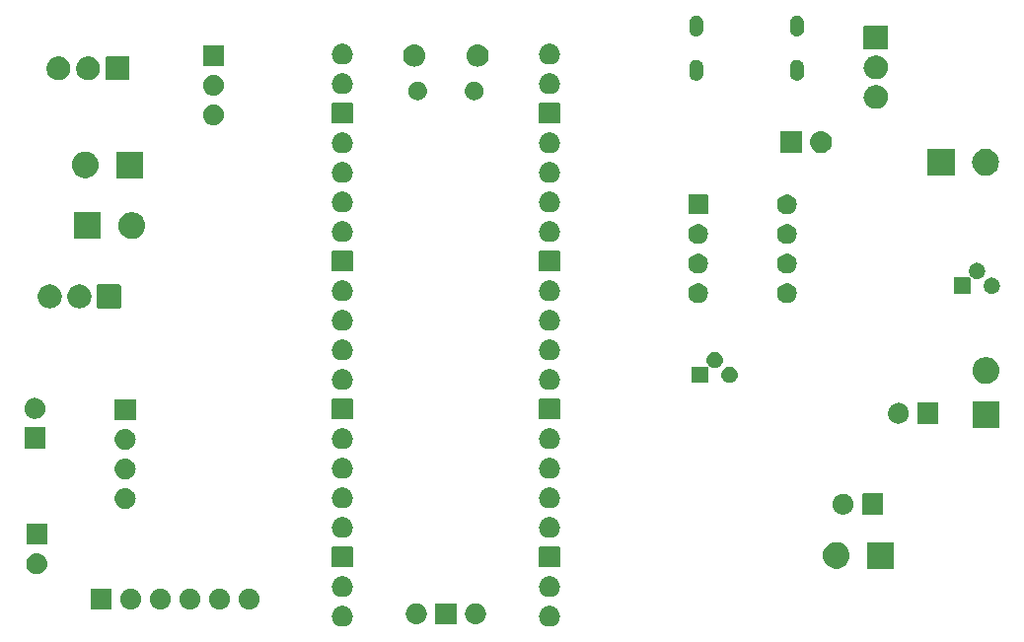
<source format=gbs>
%TF.GenerationSoftware,KiCad,Pcbnew,7.0.9*%
%TF.CreationDate,2024-06-04T21:04:58+02:00*%
%TF.ProjectId,Differential,44696666-6572-4656-9e74-69616c2e6b69,rev?*%
%TF.SameCoordinates,Original*%
%TF.FileFunction,Soldermask,Bot*%
%TF.FilePolarity,Negative*%
%FSLAX46Y46*%
G04 Gerber Fmt 4.6, Leading zero omitted, Abs format (unit mm)*
G04 Created by KiCad (PCBNEW 7.0.9) date 2024-06-04 21:04:58*
%MOMM*%
%LPD*%
G01*
G04 APERTURE LIST*
G04 APERTURE END LIST*
G36*
X183317607Y-143404930D02*
G01*
X183364076Y-143404930D01*
X183404202Y-143413459D01*
X183445533Y-143417530D01*
X183497460Y-143433282D01*
X183548115Y-143444049D01*
X183580527Y-143458479D01*
X183614321Y-143468731D01*
X183668023Y-143497435D01*
X183720000Y-143520577D01*
X183744165Y-143538134D01*
X183769878Y-143551878D01*
X183822333Y-143594927D01*
X183872218Y-143631170D01*
X183888412Y-143649155D01*
X183906225Y-143663774D01*
X183954089Y-143722097D01*
X183998115Y-143770993D01*
X184007365Y-143787015D01*
X184018121Y-143800121D01*
X184057908Y-143874557D01*
X184092191Y-143933937D01*
X184096134Y-143946074D01*
X184101268Y-143955678D01*
X184129568Y-144048971D01*
X184150333Y-144112879D01*
X184151064Y-144119834D01*
X184152469Y-144124466D01*
X184166151Y-144263385D01*
X184170000Y-144300000D01*
X184166151Y-144336617D01*
X184152469Y-144475533D01*
X184151064Y-144480164D01*
X184150333Y-144487121D01*
X184129563Y-144551042D01*
X184101268Y-144644321D01*
X184096135Y-144653923D01*
X184092191Y-144666063D01*
X184057901Y-144725454D01*
X184018121Y-144799878D01*
X184007367Y-144812981D01*
X183998115Y-144829007D01*
X183954080Y-144877912D01*
X183906225Y-144936225D01*
X183888415Y-144950840D01*
X183872218Y-144968830D01*
X183822323Y-145005080D01*
X183769878Y-145048121D01*
X183744171Y-145061861D01*
X183720000Y-145079423D01*
X183668012Y-145102569D01*
X183614321Y-145131268D01*
X183580534Y-145141517D01*
X183548115Y-145155951D01*
X183497449Y-145166720D01*
X183445533Y-145182469D01*
X183404210Y-145186538D01*
X183364076Y-145195070D01*
X183317597Y-145195070D01*
X183270000Y-145199758D01*
X183222403Y-145195070D01*
X183175924Y-145195070D01*
X183135789Y-145186539D01*
X183094466Y-145182469D01*
X183042546Y-145166719D01*
X182991885Y-145155951D01*
X182959467Y-145141517D01*
X182925678Y-145131268D01*
X182871981Y-145102566D01*
X182820000Y-145079423D01*
X182795831Y-145061863D01*
X182770121Y-145048121D01*
X182717667Y-145005074D01*
X182667782Y-144968830D01*
X182651587Y-144950843D01*
X182633774Y-144936225D01*
X182585908Y-144877899D01*
X182541885Y-144829007D01*
X182532634Y-144812985D01*
X182521878Y-144799878D01*
X182482085Y-144725431D01*
X182447809Y-144666063D01*
X182443866Y-144653928D01*
X182438731Y-144644321D01*
X182410421Y-144550996D01*
X182389667Y-144487121D01*
X182388936Y-144480169D01*
X182387530Y-144475533D01*
X182373832Y-144336466D01*
X182370000Y-144300000D01*
X182373832Y-144263536D01*
X182387530Y-144124466D01*
X182388936Y-144119829D01*
X182389667Y-144112879D01*
X182410416Y-144049017D01*
X182438731Y-143955678D01*
X182443866Y-143946069D01*
X182447809Y-143933937D01*
X182482078Y-143874581D01*
X182521878Y-143800121D01*
X182532636Y-143787011D01*
X182541885Y-143770993D01*
X182585898Y-143722110D01*
X182633774Y-143663774D01*
X182651590Y-143649152D01*
X182667782Y-143631170D01*
X182717657Y-143594933D01*
X182770121Y-143551878D01*
X182795836Y-143538132D01*
X182820000Y-143520577D01*
X182871970Y-143497438D01*
X182925678Y-143468731D01*
X182959474Y-143458478D01*
X182991885Y-143444049D01*
X183042535Y-143433282D01*
X183094466Y-143417530D01*
X183135798Y-143413459D01*
X183175924Y-143404930D01*
X183222393Y-143404930D01*
X183270000Y-143400241D01*
X183317607Y-143404930D01*
G37*
G36*
X201097607Y-143404930D02*
G01*
X201144076Y-143404930D01*
X201184202Y-143413459D01*
X201225533Y-143417530D01*
X201277460Y-143433282D01*
X201328115Y-143444049D01*
X201360527Y-143458479D01*
X201394321Y-143468731D01*
X201448023Y-143497435D01*
X201500000Y-143520577D01*
X201524165Y-143538134D01*
X201549878Y-143551878D01*
X201602333Y-143594927D01*
X201652218Y-143631170D01*
X201668412Y-143649155D01*
X201686225Y-143663774D01*
X201734089Y-143722097D01*
X201778115Y-143770993D01*
X201787365Y-143787015D01*
X201798121Y-143800121D01*
X201837908Y-143874557D01*
X201872191Y-143933937D01*
X201876134Y-143946074D01*
X201881268Y-143955678D01*
X201909568Y-144048971D01*
X201930333Y-144112879D01*
X201931064Y-144119834D01*
X201932469Y-144124466D01*
X201946151Y-144263385D01*
X201950000Y-144300000D01*
X201946151Y-144336617D01*
X201932469Y-144475533D01*
X201931064Y-144480164D01*
X201930333Y-144487121D01*
X201909563Y-144551042D01*
X201881268Y-144644321D01*
X201876135Y-144653923D01*
X201872191Y-144666063D01*
X201837901Y-144725454D01*
X201798121Y-144799878D01*
X201787367Y-144812981D01*
X201778115Y-144829007D01*
X201734080Y-144877912D01*
X201686225Y-144936225D01*
X201668415Y-144950840D01*
X201652218Y-144968830D01*
X201602323Y-145005080D01*
X201549878Y-145048121D01*
X201524171Y-145061861D01*
X201500000Y-145079423D01*
X201448012Y-145102569D01*
X201394321Y-145131268D01*
X201360534Y-145141517D01*
X201328115Y-145155951D01*
X201277449Y-145166720D01*
X201225533Y-145182469D01*
X201184210Y-145186538D01*
X201144076Y-145195070D01*
X201097597Y-145195070D01*
X201050000Y-145199758D01*
X201002403Y-145195070D01*
X200955924Y-145195070D01*
X200915789Y-145186539D01*
X200874466Y-145182469D01*
X200822546Y-145166719D01*
X200771885Y-145155951D01*
X200739467Y-145141517D01*
X200705678Y-145131268D01*
X200651981Y-145102566D01*
X200600000Y-145079423D01*
X200575831Y-145061863D01*
X200550121Y-145048121D01*
X200497667Y-145005074D01*
X200447782Y-144968830D01*
X200431587Y-144950843D01*
X200413774Y-144936225D01*
X200365908Y-144877899D01*
X200321885Y-144829007D01*
X200312634Y-144812985D01*
X200301878Y-144799878D01*
X200262085Y-144725431D01*
X200227809Y-144666063D01*
X200223866Y-144653928D01*
X200218731Y-144644321D01*
X200190421Y-144550996D01*
X200169667Y-144487121D01*
X200168936Y-144480169D01*
X200167530Y-144475533D01*
X200153832Y-144336466D01*
X200150000Y-144300000D01*
X200153832Y-144263536D01*
X200167530Y-144124466D01*
X200168936Y-144119829D01*
X200169667Y-144112879D01*
X200190416Y-144049017D01*
X200218731Y-143955678D01*
X200223866Y-143946069D01*
X200227809Y-143933937D01*
X200262078Y-143874581D01*
X200301878Y-143800121D01*
X200312636Y-143787011D01*
X200321885Y-143770993D01*
X200365898Y-143722110D01*
X200413774Y-143663774D01*
X200431590Y-143649152D01*
X200447782Y-143631170D01*
X200497657Y-143594933D01*
X200550121Y-143551878D01*
X200575836Y-143538132D01*
X200600000Y-143520577D01*
X200651970Y-143497438D01*
X200705678Y-143468731D01*
X200739474Y-143458478D01*
X200771885Y-143444049D01*
X200822535Y-143433282D01*
X200874466Y-143417530D01*
X200915798Y-143413459D01*
X200955924Y-143404930D01*
X201002393Y-143404930D01*
X201050000Y-143400241D01*
X201097607Y-143404930D01*
G37*
G36*
X193029134Y-143173806D02*
G01*
X193045355Y-143184645D01*
X193056194Y-143200866D01*
X193060000Y-143220000D01*
X193060000Y-144920000D01*
X193056194Y-144939134D01*
X193045355Y-144955355D01*
X193029134Y-144966194D01*
X193010000Y-144970000D01*
X191310000Y-144970000D01*
X191290866Y-144966194D01*
X191274645Y-144955355D01*
X191263806Y-144939134D01*
X191260000Y-144920000D01*
X191260000Y-143220000D01*
X191263806Y-143200866D01*
X191274645Y-143184645D01*
X191290866Y-143173806D01*
X191310000Y-143170000D01*
X193010000Y-143170000D01*
X193029134Y-143173806D01*
G37*
G36*
X189667607Y-143174930D02*
G01*
X189714076Y-143174930D01*
X189754202Y-143183459D01*
X189795533Y-143187530D01*
X189847460Y-143203282D01*
X189898115Y-143214049D01*
X189930527Y-143228479D01*
X189964321Y-143238731D01*
X190018023Y-143267435D01*
X190070000Y-143290577D01*
X190094165Y-143308134D01*
X190119878Y-143321878D01*
X190172333Y-143364927D01*
X190222218Y-143401170D01*
X190238412Y-143419155D01*
X190256225Y-143433774D01*
X190304089Y-143492097D01*
X190348115Y-143540993D01*
X190357365Y-143557015D01*
X190368121Y-143570121D01*
X190407908Y-143644557D01*
X190442191Y-143703937D01*
X190446134Y-143716074D01*
X190451268Y-143725678D01*
X190479568Y-143818971D01*
X190500333Y-143882879D01*
X190501064Y-143889834D01*
X190502469Y-143894466D01*
X190516151Y-144033385D01*
X190520000Y-144070000D01*
X190516151Y-144106617D01*
X190502469Y-144245533D01*
X190501064Y-144250164D01*
X190500333Y-144257121D01*
X190479563Y-144321042D01*
X190451268Y-144414321D01*
X190446135Y-144423923D01*
X190442191Y-144436063D01*
X190407901Y-144495454D01*
X190368121Y-144569878D01*
X190357367Y-144582981D01*
X190348115Y-144599007D01*
X190304080Y-144647912D01*
X190256225Y-144706225D01*
X190238415Y-144720840D01*
X190222218Y-144738830D01*
X190172323Y-144775080D01*
X190119878Y-144818121D01*
X190094171Y-144831861D01*
X190070000Y-144849423D01*
X190018012Y-144872569D01*
X189964321Y-144901268D01*
X189930534Y-144911517D01*
X189898115Y-144925951D01*
X189847449Y-144936720D01*
X189795533Y-144952469D01*
X189754210Y-144956538D01*
X189714076Y-144965070D01*
X189667597Y-144965070D01*
X189620000Y-144969758D01*
X189572403Y-144965070D01*
X189525924Y-144965070D01*
X189485789Y-144956539D01*
X189444466Y-144952469D01*
X189392546Y-144936719D01*
X189341885Y-144925951D01*
X189309467Y-144911517D01*
X189275678Y-144901268D01*
X189221981Y-144872566D01*
X189170000Y-144849423D01*
X189145831Y-144831863D01*
X189120121Y-144818121D01*
X189067667Y-144775074D01*
X189017782Y-144738830D01*
X189001587Y-144720843D01*
X188983774Y-144706225D01*
X188935908Y-144647899D01*
X188891885Y-144599007D01*
X188882634Y-144582985D01*
X188871878Y-144569878D01*
X188832085Y-144495431D01*
X188797809Y-144436063D01*
X188793866Y-144423928D01*
X188788731Y-144414321D01*
X188760421Y-144320996D01*
X188739667Y-144257121D01*
X188738936Y-144250169D01*
X188737530Y-144245533D01*
X188723832Y-144106466D01*
X188720000Y-144070000D01*
X188723832Y-144033536D01*
X188737530Y-143894466D01*
X188738936Y-143889829D01*
X188739667Y-143882879D01*
X188760416Y-143819017D01*
X188788731Y-143725678D01*
X188793866Y-143716069D01*
X188797809Y-143703937D01*
X188832078Y-143644581D01*
X188871878Y-143570121D01*
X188882636Y-143557011D01*
X188891885Y-143540993D01*
X188935898Y-143492110D01*
X188983774Y-143433774D01*
X189001590Y-143419152D01*
X189017782Y-143401170D01*
X189067657Y-143364933D01*
X189120121Y-143321878D01*
X189145836Y-143308132D01*
X189170000Y-143290577D01*
X189221970Y-143267438D01*
X189275678Y-143238731D01*
X189309474Y-143228478D01*
X189341885Y-143214049D01*
X189392535Y-143203282D01*
X189444466Y-143187530D01*
X189485798Y-143183459D01*
X189525924Y-143174930D01*
X189572393Y-143174930D01*
X189620000Y-143170241D01*
X189667607Y-143174930D01*
G37*
G36*
X194747607Y-143174930D02*
G01*
X194794076Y-143174930D01*
X194834202Y-143183459D01*
X194875533Y-143187530D01*
X194927460Y-143203282D01*
X194978115Y-143214049D01*
X195010527Y-143228479D01*
X195044321Y-143238731D01*
X195098023Y-143267435D01*
X195150000Y-143290577D01*
X195174165Y-143308134D01*
X195199878Y-143321878D01*
X195252333Y-143364927D01*
X195302218Y-143401170D01*
X195318412Y-143419155D01*
X195336225Y-143433774D01*
X195384089Y-143492097D01*
X195428115Y-143540993D01*
X195437365Y-143557015D01*
X195448121Y-143570121D01*
X195487908Y-143644557D01*
X195522191Y-143703937D01*
X195526134Y-143716074D01*
X195531268Y-143725678D01*
X195559568Y-143818971D01*
X195580333Y-143882879D01*
X195581064Y-143889834D01*
X195582469Y-143894466D01*
X195596151Y-144033385D01*
X195600000Y-144070000D01*
X195596151Y-144106617D01*
X195582469Y-144245533D01*
X195581064Y-144250164D01*
X195580333Y-144257121D01*
X195559563Y-144321042D01*
X195531268Y-144414321D01*
X195526135Y-144423923D01*
X195522191Y-144436063D01*
X195487901Y-144495454D01*
X195448121Y-144569878D01*
X195437367Y-144582981D01*
X195428115Y-144599007D01*
X195384080Y-144647912D01*
X195336225Y-144706225D01*
X195318415Y-144720840D01*
X195302218Y-144738830D01*
X195252323Y-144775080D01*
X195199878Y-144818121D01*
X195174171Y-144831861D01*
X195150000Y-144849423D01*
X195098012Y-144872569D01*
X195044321Y-144901268D01*
X195010534Y-144911517D01*
X194978115Y-144925951D01*
X194927449Y-144936720D01*
X194875533Y-144952469D01*
X194834210Y-144956538D01*
X194794076Y-144965070D01*
X194747597Y-144965070D01*
X194700000Y-144969758D01*
X194652403Y-144965070D01*
X194605924Y-144965070D01*
X194565789Y-144956539D01*
X194524466Y-144952469D01*
X194472546Y-144936719D01*
X194421885Y-144925951D01*
X194389467Y-144911517D01*
X194355678Y-144901268D01*
X194301981Y-144872566D01*
X194250000Y-144849423D01*
X194225831Y-144831863D01*
X194200121Y-144818121D01*
X194147667Y-144775074D01*
X194097782Y-144738830D01*
X194081587Y-144720843D01*
X194063774Y-144706225D01*
X194015908Y-144647899D01*
X193971885Y-144599007D01*
X193962634Y-144582985D01*
X193951878Y-144569878D01*
X193912085Y-144495431D01*
X193877809Y-144436063D01*
X193873866Y-144423928D01*
X193868731Y-144414321D01*
X193840421Y-144320996D01*
X193819667Y-144257121D01*
X193818936Y-144250169D01*
X193817530Y-144245533D01*
X193803832Y-144106466D01*
X193800000Y-144070000D01*
X193803832Y-144033536D01*
X193817530Y-143894466D01*
X193818936Y-143889829D01*
X193819667Y-143882879D01*
X193840416Y-143819017D01*
X193868731Y-143725678D01*
X193873866Y-143716069D01*
X193877809Y-143703937D01*
X193912078Y-143644581D01*
X193951878Y-143570121D01*
X193962636Y-143557011D01*
X193971885Y-143540993D01*
X194015898Y-143492110D01*
X194063774Y-143433774D01*
X194081590Y-143419152D01*
X194097782Y-143401170D01*
X194147657Y-143364933D01*
X194200121Y-143321878D01*
X194225836Y-143308132D01*
X194250000Y-143290577D01*
X194301970Y-143267438D01*
X194355678Y-143238731D01*
X194389474Y-143228478D01*
X194421885Y-143214049D01*
X194472535Y-143203282D01*
X194524466Y-143187530D01*
X194565798Y-143183459D01*
X194605924Y-143174930D01*
X194652393Y-143174930D01*
X194700000Y-143170241D01*
X194747607Y-143174930D01*
G37*
G36*
X163439134Y-141923806D02*
G01*
X163455355Y-141934645D01*
X163466194Y-141950866D01*
X163470000Y-141970000D01*
X163470000Y-143670000D01*
X163466194Y-143689134D01*
X163455355Y-143705355D01*
X163439134Y-143716194D01*
X163420000Y-143720000D01*
X161720000Y-143720000D01*
X161700866Y-143716194D01*
X161684645Y-143705355D01*
X161673806Y-143689134D01*
X161670000Y-143670000D01*
X161670000Y-141970000D01*
X161673806Y-141950866D01*
X161684645Y-141934645D01*
X161700866Y-141923806D01*
X161720000Y-141920000D01*
X163420000Y-141920000D01*
X163439134Y-141923806D01*
G37*
G36*
X165157607Y-141924930D02*
G01*
X165204076Y-141924930D01*
X165244202Y-141933459D01*
X165285533Y-141937530D01*
X165337460Y-141953282D01*
X165388115Y-141964049D01*
X165420527Y-141978479D01*
X165454321Y-141988731D01*
X165508023Y-142017435D01*
X165560000Y-142040577D01*
X165584165Y-142058134D01*
X165609878Y-142071878D01*
X165662333Y-142114927D01*
X165712218Y-142151170D01*
X165728412Y-142169155D01*
X165746225Y-142183774D01*
X165794089Y-142242097D01*
X165838115Y-142290993D01*
X165847365Y-142307015D01*
X165858121Y-142320121D01*
X165897908Y-142394557D01*
X165932191Y-142453937D01*
X165936134Y-142466074D01*
X165941268Y-142475678D01*
X165969568Y-142568971D01*
X165990333Y-142632879D01*
X165991064Y-142639834D01*
X165992469Y-142644466D01*
X166006151Y-142783385D01*
X166010000Y-142820000D01*
X166006151Y-142856617D01*
X165992469Y-142995533D01*
X165991064Y-143000164D01*
X165990333Y-143007121D01*
X165969563Y-143071042D01*
X165941268Y-143164321D01*
X165936135Y-143173923D01*
X165932191Y-143186063D01*
X165897901Y-143245454D01*
X165858121Y-143319878D01*
X165847367Y-143332981D01*
X165838115Y-143349007D01*
X165794080Y-143397912D01*
X165746225Y-143456225D01*
X165728415Y-143470840D01*
X165712218Y-143488830D01*
X165662323Y-143525080D01*
X165609878Y-143568121D01*
X165584171Y-143581861D01*
X165560000Y-143599423D01*
X165508012Y-143622569D01*
X165454321Y-143651268D01*
X165420534Y-143661517D01*
X165388115Y-143675951D01*
X165337449Y-143686720D01*
X165285533Y-143702469D01*
X165244210Y-143706538D01*
X165204076Y-143715070D01*
X165157597Y-143715070D01*
X165110000Y-143719758D01*
X165062403Y-143715070D01*
X165015924Y-143715070D01*
X164975789Y-143706539D01*
X164934466Y-143702469D01*
X164882546Y-143686719D01*
X164831885Y-143675951D01*
X164799467Y-143661517D01*
X164765678Y-143651268D01*
X164711981Y-143622566D01*
X164660000Y-143599423D01*
X164635831Y-143581863D01*
X164610121Y-143568121D01*
X164557667Y-143525074D01*
X164507782Y-143488830D01*
X164491587Y-143470843D01*
X164473774Y-143456225D01*
X164425908Y-143397899D01*
X164381885Y-143349007D01*
X164372634Y-143332985D01*
X164361878Y-143319878D01*
X164322085Y-143245431D01*
X164287809Y-143186063D01*
X164283866Y-143173928D01*
X164278731Y-143164321D01*
X164250421Y-143070996D01*
X164229667Y-143007121D01*
X164228936Y-143000169D01*
X164227530Y-142995533D01*
X164213832Y-142856466D01*
X164210000Y-142820000D01*
X164213832Y-142783536D01*
X164227530Y-142644466D01*
X164228936Y-142639829D01*
X164229667Y-142632879D01*
X164250416Y-142569017D01*
X164278731Y-142475678D01*
X164283866Y-142466069D01*
X164287809Y-142453937D01*
X164322078Y-142394581D01*
X164361878Y-142320121D01*
X164372636Y-142307011D01*
X164381885Y-142290993D01*
X164425898Y-142242110D01*
X164473774Y-142183774D01*
X164491590Y-142169152D01*
X164507782Y-142151170D01*
X164557657Y-142114933D01*
X164610121Y-142071878D01*
X164635836Y-142058132D01*
X164660000Y-142040577D01*
X164711970Y-142017438D01*
X164765678Y-141988731D01*
X164799474Y-141978478D01*
X164831885Y-141964049D01*
X164882535Y-141953282D01*
X164934466Y-141937530D01*
X164975798Y-141933459D01*
X165015924Y-141924930D01*
X165062393Y-141924930D01*
X165110000Y-141920241D01*
X165157607Y-141924930D01*
G37*
G36*
X167697607Y-141924930D02*
G01*
X167744076Y-141924930D01*
X167784202Y-141933459D01*
X167825533Y-141937530D01*
X167877460Y-141953282D01*
X167928115Y-141964049D01*
X167960527Y-141978479D01*
X167994321Y-141988731D01*
X168048023Y-142017435D01*
X168100000Y-142040577D01*
X168124165Y-142058134D01*
X168149878Y-142071878D01*
X168202333Y-142114927D01*
X168252218Y-142151170D01*
X168268412Y-142169155D01*
X168286225Y-142183774D01*
X168334089Y-142242097D01*
X168378115Y-142290993D01*
X168387365Y-142307015D01*
X168398121Y-142320121D01*
X168437908Y-142394557D01*
X168472191Y-142453937D01*
X168476134Y-142466074D01*
X168481268Y-142475678D01*
X168509568Y-142568971D01*
X168530333Y-142632879D01*
X168531064Y-142639834D01*
X168532469Y-142644466D01*
X168546151Y-142783385D01*
X168550000Y-142820000D01*
X168546151Y-142856617D01*
X168532469Y-142995533D01*
X168531064Y-143000164D01*
X168530333Y-143007121D01*
X168509563Y-143071042D01*
X168481268Y-143164321D01*
X168476135Y-143173923D01*
X168472191Y-143186063D01*
X168437901Y-143245454D01*
X168398121Y-143319878D01*
X168387367Y-143332981D01*
X168378115Y-143349007D01*
X168334080Y-143397912D01*
X168286225Y-143456225D01*
X168268415Y-143470840D01*
X168252218Y-143488830D01*
X168202323Y-143525080D01*
X168149878Y-143568121D01*
X168124171Y-143581861D01*
X168100000Y-143599423D01*
X168048012Y-143622569D01*
X167994321Y-143651268D01*
X167960534Y-143661517D01*
X167928115Y-143675951D01*
X167877449Y-143686720D01*
X167825533Y-143702469D01*
X167784210Y-143706538D01*
X167744076Y-143715070D01*
X167697597Y-143715070D01*
X167650000Y-143719758D01*
X167602403Y-143715070D01*
X167555924Y-143715070D01*
X167515789Y-143706539D01*
X167474466Y-143702469D01*
X167422546Y-143686719D01*
X167371885Y-143675951D01*
X167339467Y-143661517D01*
X167305678Y-143651268D01*
X167251981Y-143622566D01*
X167200000Y-143599423D01*
X167175831Y-143581863D01*
X167150121Y-143568121D01*
X167097667Y-143525074D01*
X167047782Y-143488830D01*
X167031587Y-143470843D01*
X167013774Y-143456225D01*
X166965908Y-143397899D01*
X166921885Y-143349007D01*
X166912634Y-143332985D01*
X166901878Y-143319878D01*
X166862085Y-143245431D01*
X166827809Y-143186063D01*
X166823866Y-143173928D01*
X166818731Y-143164321D01*
X166790421Y-143070996D01*
X166769667Y-143007121D01*
X166768936Y-143000169D01*
X166767530Y-142995533D01*
X166753832Y-142856466D01*
X166750000Y-142820000D01*
X166753832Y-142783536D01*
X166767530Y-142644466D01*
X166768936Y-142639829D01*
X166769667Y-142632879D01*
X166790416Y-142569017D01*
X166818731Y-142475678D01*
X166823866Y-142466069D01*
X166827809Y-142453937D01*
X166862078Y-142394581D01*
X166901878Y-142320121D01*
X166912636Y-142307011D01*
X166921885Y-142290993D01*
X166965898Y-142242110D01*
X167013774Y-142183774D01*
X167031590Y-142169152D01*
X167047782Y-142151170D01*
X167097657Y-142114933D01*
X167150121Y-142071878D01*
X167175836Y-142058132D01*
X167200000Y-142040577D01*
X167251970Y-142017438D01*
X167305678Y-141988731D01*
X167339474Y-141978478D01*
X167371885Y-141964049D01*
X167422535Y-141953282D01*
X167474466Y-141937530D01*
X167515798Y-141933459D01*
X167555924Y-141924930D01*
X167602393Y-141924930D01*
X167650000Y-141920241D01*
X167697607Y-141924930D01*
G37*
G36*
X170237607Y-141924930D02*
G01*
X170284076Y-141924930D01*
X170324202Y-141933459D01*
X170365533Y-141937530D01*
X170417460Y-141953282D01*
X170468115Y-141964049D01*
X170500527Y-141978479D01*
X170534321Y-141988731D01*
X170588023Y-142017435D01*
X170640000Y-142040577D01*
X170664165Y-142058134D01*
X170689878Y-142071878D01*
X170742333Y-142114927D01*
X170792218Y-142151170D01*
X170808412Y-142169155D01*
X170826225Y-142183774D01*
X170874089Y-142242097D01*
X170918115Y-142290993D01*
X170927365Y-142307015D01*
X170938121Y-142320121D01*
X170977908Y-142394557D01*
X171012191Y-142453937D01*
X171016134Y-142466074D01*
X171021268Y-142475678D01*
X171049568Y-142568971D01*
X171070333Y-142632879D01*
X171071064Y-142639834D01*
X171072469Y-142644466D01*
X171086151Y-142783385D01*
X171090000Y-142820000D01*
X171086151Y-142856617D01*
X171072469Y-142995533D01*
X171071064Y-143000164D01*
X171070333Y-143007121D01*
X171049563Y-143071042D01*
X171021268Y-143164321D01*
X171016135Y-143173923D01*
X171012191Y-143186063D01*
X170977901Y-143245454D01*
X170938121Y-143319878D01*
X170927367Y-143332981D01*
X170918115Y-143349007D01*
X170874080Y-143397912D01*
X170826225Y-143456225D01*
X170808415Y-143470840D01*
X170792218Y-143488830D01*
X170742323Y-143525080D01*
X170689878Y-143568121D01*
X170664171Y-143581861D01*
X170640000Y-143599423D01*
X170588012Y-143622569D01*
X170534321Y-143651268D01*
X170500534Y-143661517D01*
X170468115Y-143675951D01*
X170417449Y-143686720D01*
X170365533Y-143702469D01*
X170324210Y-143706538D01*
X170284076Y-143715070D01*
X170237597Y-143715070D01*
X170190000Y-143719758D01*
X170142403Y-143715070D01*
X170095924Y-143715070D01*
X170055789Y-143706539D01*
X170014466Y-143702469D01*
X169962546Y-143686719D01*
X169911885Y-143675951D01*
X169879467Y-143661517D01*
X169845678Y-143651268D01*
X169791981Y-143622566D01*
X169740000Y-143599423D01*
X169715831Y-143581863D01*
X169690121Y-143568121D01*
X169637667Y-143525074D01*
X169587782Y-143488830D01*
X169571587Y-143470843D01*
X169553774Y-143456225D01*
X169505908Y-143397899D01*
X169461885Y-143349007D01*
X169452634Y-143332985D01*
X169441878Y-143319878D01*
X169402085Y-143245431D01*
X169367809Y-143186063D01*
X169363866Y-143173928D01*
X169358731Y-143164321D01*
X169330421Y-143070996D01*
X169309667Y-143007121D01*
X169308936Y-143000169D01*
X169307530Y-142995533D01*
X169293832Y-142856466D01*
X169290000Y-142820000D01*
X169293832Y-142783536D01*
X169307530Y-142644466D01*
X169308936Y-142639829D01*
X169309667Y-142632879D01*
X169330416Y-142569017D01*
X169358731Y-142475678D01*
X169363866Y-142466069D01*
X169367809Y-142453937D01*
X169402078Y-142394581D01*
X169441878Y-142320121D01*
X169452636Y-142307011D01*
X169461885Y-142290993D01*
X169505898Y-142242110D01*
X169553774Y-142183774D01*
X169571590Y-142169152D01*
X169587782Y-142151170D01*
X169637657Y-142114933D01*
X169690121Y-142071878D01*
X169715836Y-142058132D01*
X169740000Y-142040577D01*
X169791970Y-142017438D01*
X169845678Y-141988731D01*
X169879474Y-141978478D01*
X169911885Y-141964049D01*
X169962535Y-141953282D01*
X170014466Y-141937530D01*
X170055798Y-141933459D01*
X170095924Y-141924930D01*
X170142393Y-141924930D01*
X170190000Y-141920241D01*
X170237607Y-141924930D01*
G37*
G36*
X172777607Y-141924930D02*
G01*
X172824076Y-141924930D01*
X172864202Y-141933459D01*
X172905533Y-141937530D01*
X172957460Y-141953282D01*
X173008115Y-141964049D01*
X173040527Y-141978479D01*
X173074321Y-141988731D01*
X173128023Y-142017435D01*
X173180000Y-142040577D01*
X173204165Y-142058134D01*
X173229878Y-142071878D01*
X173282333Y-142114927D01*
X173332218Y-142151170D01*
X173348412Y-142169155D01*
X173366225Y-142183774D01*
X173414089Y-142242097D01*
X173458115Y-142290993D01*
X173467365Y-142307015D01*
X173478121Y-142320121D01*
X173517908Y-142394557D01*
X173552191Y-142453937D01*
X173556134Y-142466074D01*
X173561268Y-142475678D01*
X173589568Y-142568971D01*
X173610333Y-142632879D01*
X173611064Y-142639834D01*
X173612469Y-142644466D01*
X173626151Y-142783385D01*
X173630000Y-142820000D01*
X173626151Y-142856617D01*
X173612469Y-142995533D01*
X173611064Y-143000164D01*
X173610333Y-143007121D01*
X173589563Y-143071042D01*
X173561268Y-143164321D01*
X173556135Y-143173923D01*
X173552191Y-143186063D01*
X173517901Y-143245454D01*
X173478121Y-143319878D01*
X173467367Y-143332981D01*
X173458115Y-143349007D01*
X173414080Y-143397912D01*
X173366225Y-143456225D01*
X173348415Y-143470840D01*
X173332218Y-143488830D01*
X173282323Y-143525080D01*
X173229878Y-143568121D01*
X173204171Y-143581861D01*
X173180000Y-143599423D01*
X173128012Y-143622569D01*
X173074321Y-143651268D01*
X173040534Y-143661517D01*
X173008115Y-143675951D01*
X172957449Y-143686720D01*
X172905533Y-143702469D01*
X172864210Y-143706538D01*
X172824076Y-143715070D01*
X172777597Y-143715070D01*
X172730000Y-143719758D01*
X172682403Y-143715070D01*
X172635924Y-143715070D01*
X172595789Y-143706539D01*
X172554466Y-143702469D01*
X172502546Y-143686719D01*
X172451885Y-143675951D01*
X172419467Y-143661517D01*
X172385678Y-143651268D01*
X172331981Y-143622566D01*
X172280000Y-143599423D01*
X172255831Y-143581863D01*
X172230121Y-143568121D01*
X172177667Y-143525074D01*
X172127782Y-143488830D01*
X172111587Y-143470843D01*
X172093774Y-143456225D01*
X172045908Y-143397899D01*
X172001885Y-143349007D01*
X171992634Y-143332985D01*
X171981878Y-143319878D01*
X171942085Y-143245431D01*
X171907809Y-143186063D01*
X171903866Y-143173928D01*
X171898731Y-143164321D01*
X171870421Y-143070996D01*
X171849667Y-143007121D01*
X171848936Y-143000169D01*
X171847530Y-142995533D01*
X171833832Y-142856466D01*
X171830000Y-142820000D01*
X171833832Y-142783536D01*
X171847530Y-142644466D01*
X171848936Y-142639829D01*
X171849667Y-142632879D01*
X171870416Y-142569017D01*
X171898731Y-142475678D01*
X171903866Y-142466069D01*
X171907809Y-142453937D01*
X171942078Y-142394581D01*
X171981878Y-142320121D01*
X171992636Y-142307011D01*
X172001885Y-142290993D01*
X172045898Y-142242110D01*
X172093774Y-142183774D01*
X172111590Y-142169152D01*
X172127782Y-142151170D01*
X172177657Y-142114933D01*
X172230121Y-142071878D01*
X172255836Y-142058132D01*
X172280000Y-142040577D01*
X172331970Y-142017438D01*
X172385678Y-141988731D01*
X172419474Y-141978478D01*
X172451885Y-141964049D01*
X172502535Y-141953282D01*
X172554466Y-141937530D01*
X172595798Y-141933459D01*
X172635924Y-141924930D01*
X172682393Y-141924930D01*
X172730000Y-141920241D01*
X172777607Y-141924930D01*
G37*
G36*
X175317607Y-141924930D02*
G01*
X175364076Y-141924930D01*
X175404202Y-141933459D01*
X175445533Y-141937530D01*
X175497460Y-141953282D01*
X175548115Y-141964049D01*
X175580527Y-141978479D01*
X175614321Y-141988731D01*
X175668023Y-142017435D01*
X175720000Y-142040577D01*
X175744165Y-142058134D01*
X175769878Y-142071878D01*
X175822333Y-142114927D01*
X175872218Y-142151170D01*
X175888412Y-142169155D01*
X175906225Y-142183774D01*
X175954089Y-142242097D01*
X175998115Y-142290993D01*
X176007365Y-142307015D01*
X176018121Y-142320121D01*
X176057908Y-142394557D01*
X176092191Y-142453937D01*
X176096134Y-142466074D01*
X176101268Y-142475678D01*
X176129568Y-142568971D01*
X176150333Y-142632879D01*
X176151064Y-142639834D01*
X176152469Y-142644466D01*
X176166151Y-142783385D01*
X176170000Y-142820000D01*
X176166151Y-142856617D01*
X176152469Y-142995533D01*
X176151064Y-143000164D01*
X176150333Y-143007121D01*
X176129563Y-143071042D01*
X176101268Y-143164321D01*
X176096135Y-143173923D01*
X176092191Y-143186063D01*
X176057901Y-143245454D01*
X176018121Y-143319878D01*
X176007367Y-143332981D01*
X175998115Y-143349007D01*
X175954080Y-143397912D01*
X175906225Y-143456225D01*
X175888415Y-143470840D01*
X175872218Y-143488830D01*
X175822323Y-143525080D01*
X175769878Y-143568121D01*
X175744171Y-143581861D01*
X175720000Y-143599423D01*
X175668012Y-143622569D01*
X175614321Y-143651268D01*
X175580534Y-143661517D01*
X175548115Y-143675951D01*
X175497449Y-143686720D01*
X175445533Y-143702469D01*
X175404210Y-143706538D01*
X175364076Y-143715070D01*
X175317597Y-143715070D01*
X175270000Y-143719758D01*
X175222403Y-143715070D01*
X175175924Y-143715070D01*
X175135789Y-143706539D01*
X175094466Y-143702469D01*
X175042546Y-143686719D01*
X174991885Y-143675951D01*
X174959467Y-143661517D01*
X174925678Y-143651268D01*
X174871981Y-143622566D01*
X174820000Y-143599423D01*
X174795831Y-143581863D01*
X174770121Y-143568121D01*
X174717667Y-143525074D01*
X174667782Y-143488830D01*
X174651587Y-143470843D01*
X174633774Y-143456225D01*
X174585908Y-143397899D01*
X174541885Y-143349007D01*
X174532634Y-143332985D01*
X174521878Y-143319878D01*
X174482085Y-143245431D01*
X174447809Y-143186063D01*
X174443866Y-143173928D01*
X174438731Y-143164321D01*
X174410421Y-143070996D01*
X174389667Y-143007121D01*
X174388936Y-143000169D01*
X174387530Y-142995533D01*
X174373832Y-142856466D01*
X174370000Y-142820000D01*
X174373832Y-142783536D01*
X174387530Y-142644466D01*
X174388936Y-142639829D01*
X174389667Y-142632879D01*
X174410416Y-142569017D01*
X174438731Y-142475678D01*
X174443866Y-142466069D01*
X174447809Y-142453937D01*
X174482078Y-142394581D01*
X174521878Y-142320121D01*
X174532636Y-142307011D01*
X174541885Y-142290993D01*
X174585898Y-142242110D01*
X174633774Y-142183774D01*
X174651590Y-142169152D01*
X174667782Y-142151170D01*
X174717657Y-142114933D01*
X174770121Y-142071878D01*
X174795836Y-142058132D01*
X174820000Y-142040577D01*
X174871970Y-142017438D01*
X174925678Y-141988731D01*
X174959474Y-141978478D01*
X174991885Y-141964049D01*
X175042535Y-141953282D01*
X175094466Y-141937530D01*
X175135798Y-141933459D01*
X175175924Y-141924930D01*
X175222393Y-141924930D01*
X175270000Y-141920241D01*
X175317607Y-141924930D01*
G37*
G36*
X183317607Y-140864930D02*
G01*
X183364076Y-140864930D01*
X183404202Y-140873459D01*
X183445533Y-140877530D01*
X183497460Y-140893282D01*
X183548115Y-140904049D01*
X183580527Y-140918479D01*
X183614321Y-140928731D01*
X183668023Y-140957435D01*
X183720000Y-140980577D01*
X183744165Y-140998134D01*
X183769878Y-141011878D01*
X183822333Y-141054927D01*
X183872218Y-141091170D01*
X183888412Y-141109155D01*
X183906225Y-141123774D01*
X183954089Y-141182097D01*
X183998115Y-141230993D01*
X184007365Y-141247015D01*
X184018121Y-141260121D01*
X184057908Y-141334557D01*
X184092191Y-141393937D01*
X184096134Y-141406074D01*
X184101268Y-141415678D01*
X184129568Y-141508971D01*
X184150333Y-141572879D01*
X184151064Y-141579834D01*
X184152469Y-141584466D01*
X184166151Y-141723385D01*
X184170000Y-141760000D01*
X184166151Y-141796617D01*
X184152469Y-141935533D01*
X184151064Y-141940164D01*
X184150333Y-141947121D01*
X184129563Y-142011042D01*
X184101268Y-142104321D01*
X184096135Y-142113923D01*
X184092191Y-142126063D01*
X184057901Y-142185454D01*
X184018121Y-142259878D01*
X184007367Y-142272981D01*
X183998115Y-142289007D01*
X183954080Y-142337912D01*
X183906225Y-142396225D01*
X183888415Y-142410840D01*
X183872218Y-142428830D01*
X183822323Y-142465080D01*
X183769878Y-142508121D01*
X183744171Y-142521861D01*
X183720000Y-142539423D01*
X183668012Y-142562569D01*
X183614321Y-142591268D01*
X183580534Y-142601517D01*
X183548115Y-142615951D01*
X183497449Y-142626720D01*
X183445533Y-142642469D01*
X183404210Y-142646538D01*
X183364076Y-142655070D01*
X183317597Y-142655070D01*
X183270000Y-142659758D01*
X183222403Y-142655070D01*
X183175924Y-142655070D01*
X183135789Y-142646539D01*
X183094466Y-142642469D01*
X183042546Y-142626719D01*
X182991885Y-142615951D01*
X182959467Y-142601517D01*
X182925678Y-142591268D01*
X182871981Y-142562566D01*
X182820000Y-142539423D01*
X182795831Y-142521863D01*
X182770121Y-142508121D01*
X182717667Y-142465074D01*
X182667782Y-142428830D01*
X182651587Y-142410843D01*
X182633774Y-142396225D01*
X182585908Y-142337899D01*
X182541885Y-142289007D01*
X182532634Y-142272985D01*
X182521878Y-142259878D01*
X182482085Y-142185431D01*
X182447809Y-142126063D01*
X182443866Y-142113928D01*
X182438731Y-142104321D01*
X182410421Y-142010996D01*
X182389667Y-141947121D01*
X182388936Y-141940169D01*
X182387530Y-141935533D01*
X182373832Y-141796466D01*
X182370000Y-141760000D01*
X182373832Y-141723536D01*
X182387530Y-141584466D01*
X182388936Y-141579829D01*
X182389667Y-141572879D01*
X182410416Y-141509017D01*
X182438731Y-141415678D01*
X182443866Y-141406069D01*
X182447809Y-141393937D01*
X182482078Y-141334581D01*
X182521878Y-141260121D01*
X182532636Y-141247011D01*
X182541885Y-141230993D01*
X182585898Y-141182110D01*
X182633774Y-141123774D01*
X182651590Y-141109152D01*
X182667782Y-141091170D01*
X182717657Y-141054933D01*
X182770121Y-141011878D01*
X182795836Y-140998132D01*
X182820000Y-140980577D01*
X182871970Y-140957438D01*
X182925678Y-140928731D01*
X182959474Y-140918478D01*
X182991885Y-140904049D01*
X183042535Y-140893282D01*
X183094466Y-140877530D01*
X183135798Y-140873459D01*
X183175924Y-140864930D01*
X183222393Y-140864930D01*
X183270000Y-140860241D01*
X183317607Y-140864930D01*
G37*
G36*
X201097607Y-140864930D02*
G01*
X201144076Y-140864930D01*
X201184202Y-140873459D01*
X201225533Y-140877530D01*
X201277460Y-140893282D01*
X201328115Y-140904049D01*
X201360527Y-140918479D01*
X201394321Y-140928731D01*
X201448023Y-140957435D01*
X201500000Y-140980577D01*
X201524165Y-140998134D01*
X201549878Y-141011878D01*
X201602333Y-141054927D01*
X201652218Y-141091170D01*
X201668412Y-141109155D01*
X201686225Y-141123774D01*
X201734089Y-141182097D01*
X201778115Y-141230993D01*
X201787365Y-141247015D01*
X201798121Y-141260121D01*
X201837908Y-141334557D01*
X201872191Y-141393937D01*
X201876134Y-141406074D01*
X201881268Y-141415678D01*
X201909568Y-141508971D01*
X201930333Y-141572879D01*
X201931064Y-141579834D01*
X201932469Y-141584466D01*
X201946151Y-141723385D01*
X201950000Y-141760000D01*
X201946151Y-141796617D01*
X201932469Y-141935533D01*
X201931064Y-141940164D01*
X201930333Y-141947121D01*
X201909563Y-142011042D01*
X201881268Y-142104321D01*
X201876135Y-142113923D01*
X201872191Y-142126063D01*
X201837901Y-142185454D01*
X201798121Y-142259878D01*
X201787367Y-142272981D01*
X201778115Y-142289007D01*
X201734080Y-142337912D01*
X201686225Y-142396225D01*
X201668415Y-142410840D01*
X201652218Y-142428830D01*
X201602323Y-142465080D01*
X201549878Y-142508121D01*
X201524171Y-142521861D01*
X201500000Y-142539423D01*
X201448012Y-142562569D01*
X201394321Y-142591268D01*
X201360534Y-142601517D01*
X201328115Y-142615951D01*
X201277449Y-142626720D01*
X201225533Y-142642469D01*
X201184210Y-142646538D01*
X201144076Y-142655070D01*
X201097597Y-142655070D01*
X201050000Y-142659758D01*
X201002403Y-142655070D01*
X200955924Y-142655070D01*
X200915789Y-142646539D01*
X200874466Y-142642469D01*
X200822546Y-142626719D01*
X200771885Y-142615951D01*
X200739467Y-142601517D01*
X200705678Y-142591268D01*
X200651981Y-142562566D01*
X200600000Y-142539423D01*
X200575831Y-142521863D01*
X200550121Y-142508121D01*
X200497667Y-142465074D01*
X200447782Y-142428830D01*
X200431587Y-142410843D01*
X200413774Y-142396225D01*
X200365908Y-142337899D01*
X200321885Y-142289007D01*
X200312634Y-142272985D01*
X200301878Y-142259878D01*
X200262085Y-142185431D01*
X200227809Y-142126063D01*
X200223866Y-142113928D01*
X200218731Y-142104321D01*
X200190421Y-142010996D01*
X200169667Y-141947121D01*
X200168936Y-141940169D01*
X200167530Y-141935533D01*
X200153832Y-141796466D01*
X200150000Y-141760000D01*
X200153832Y-141723536D01*
X200167530Y-141584466D01*
X200168936Y-141579829D01*
X200169667Y-141572879D01*
X200190416Y-141509017D01*
X200218731Y-141415678D01*
X200223866Y-141406069D01*
X200227809Y-141393937D01*
X200262078Y-141334581D01*
X200301878Y-141260121D01*
X200312636Y-141247011D01*
X200321885Y-141230993D01*
X200365898Y-141182110D01*
X200413774Y-141123774D01*
X200431590Y-141109152D01*
X200447782Y-141091170D01*
X200497657Y-141054933D01*
X200550121Y-141011878D01*
X200575836Y-140998132D01*
X200600000Y-140980577D01*
X200651970Y-140957438D01*
X200705678Y-140928731D01*
X200739474Y-140918478D01*
X200771885Y-140904049D01*
X200822535Y-140893282D01*
X200874466Y-140877530D01*
X200915798Y-140873459D01*
X200955924Y-140864930D01*
X201002393Y-140864930D01*
X201050000Y-140860241D01*
X201097607Y-140864930D01*
G37*
G36*
X157082607Y-138894930D02*
G01*
X157129076Y-138894930D01*
X157169202Y-138903459D01*
X157210533Y-138907530D01*
X157262460Y-138923282D01*
X157313115Y-138934049D01*
X157345527Y-138948479D01*
X157379321Y-138958731D01*
X157433023Y-138987435D01*
X157485000Y-139010577D01*
X157509165Y-139028134D01*
X157534878Y-139041878D01*
X157587333Y-139084927D01*
X157637218Y-139121170D01*
X157653412Y-139139155D01*
X157671225Y-139153774D01*
X157719089Y-139212097D01*
X157763115Y-139260993D01*
X157772365Y-139277015D01*
X157783121Y-139290121D01*
X157822908Y-139364557D01*
X157857191Y-139423937D01*
X157861134Y-139436074D01*
X157866268Y-139445678D01*
X157894568Y-139538971D01*
X157915333Y-139602879D01*
X157916064Y-139609834D01*
X157917469Y-139614466D01*
X157931151Y-139753385D01*
X157935000Y-139790000D01*
X157931151Y-139826617D01*
X157917469Y-139965533D01*
X157916064Y-139970164D01*
X157915333Y-139977121D01*
X157894563Y-140041042D01*
X157866268Y-140134321D01*
X157861135Y-140143923D01*
X157857191Y-140156063D01*
X157822901Y-140215454D01*
X157783121Y-140289878D01*
X157772367Y-140302981D01*
X157763115Y-140319007D01*
X157719080Y-140367912D01*
X157671225Y-140426225D01*
X157653415Y-140440840D01*
X157637218Y-140458830D01*
X157587323Y-140495080D01*
X157534878Y-140538121D01*
X157509171Y-140551861D01*
X157485000Y-140569423D01*
X157433012Y-140592569D01*
X157379321Y-140621268D01*
X157345534Y-140631517D01*
X157313115Y-140645951D01*
X157262449Y-140656720D01*
X157210533Y-140672469D01*
X157169210Y-140676538D01*
X157129076Y-140685070D01*
X157082597Y-140685070D01*
X157035000Y-140689758D01*
X156987403Y-140685070D01*
X156940924Y-140685070D01*
X156900789Y-140676539D01*
X156859466Y-140672469D01*
X156807546Y-140656719D01*
X156756885Y-140645951D01*
X156724467Y-140631517D01*
X156690678Y-140621268D01*
X156636981Y-140592566D01*
X156585000Y-140569423D01*
X156560831Y-140551863D01*
X156535121Y-140538121D01*
X156482667Y-140495074D01*
X156432782Y-140458830D01*
X156416587Y-140440843D01*
X156398774Y-140426225D01*
X156350908Y-140367899D01*
X156306885Y-140319007D01*
X156297634Y-140302985D01*
X156286878Y-140289878D01*
X156247085Y-140215431D01*
X156212809Y-140156063D01*
X156208866Y-140143928D01*
X156203731Y-140134321D01*
X156175421Y-140040996D01*
X156154667Y-139977121D01*
X156153936Y-139970169D01*
X156152530Y-139965533D01*
X156138832Y-139826466D01*
X156135000Y-139790000D01*
X156138832Y-139753536D01*
X156152530Y-139614466D01*
X156153936Y-139609829D01*
X156154667Y-139602879D01*
X156175416Y-139539017D01*
X156203731Y-139445678D01*
X156208866Y-139436069D01*
X156212809Y-139423937D01*
X156247078Y-139364581D01*
X156286878Y-139290121D01*
X156297636Y-139277011D01*
X156306885Y-139260993D01*
X156350898Y-139212110D01*
X156398774Y-139153774D01*
X156416590Y-139139152D01*
X156432782Y-139121170D01*
X156482657Y-139084933D01*
X156535121Y-139041878D01*
X156560836Y-139028132D01*
X156585000Y-139010577D01*
X156636970Y-138987438D01*
X156690678Y-138958731D01*
X156724474Y-138948478D01*
X156756885Y-138934049D01*
X156807535Y-138923282D01*
X156859466Y-138907530D01*
X156900798Y-138903459D01*
X156940924Y-138894930D01*
X156987393Y-138894930D01*
X157035000Y-138890241D01*
X157082607Y-138894930D01*
G37*
G36*
X230601317Y-137923806D02*
G01*
X230617538Y-137934645D01*
X230628377Y-137950866D01*
X230632183Y-137970000D01*
X230632183Y-140170000D01*
X230628377Y-140189134D01*
X230617538Y-140205355D01*
X230601317Y-140216194D01*
X230582183Y-140220000D01*
X228382183Y-140220000D01*
X228363049Y-140216194D01*
X228346828Y-140205355D01*
X228335989Y-140189134D01*
X228332183Y-140170000D01*
X228332183Y-137970000D01*
X228335989Y-137950866D01*
X228346828Y-137934645D01*
X228363049Y-137923806D01*
X228382183Y-137920000D01*
X230582183Y-137920000D01*
X230601317Y-137923806D01*
G37*
G36*
X225986895Y-137963901D02*
G01*
X226184782Y-138040562D01*
X226365213Y-138152280D01*
X226522043Y-138295250D01*
X226649933Y-138464603D01*
X226744526Y-138654572D01*
X226802602Y-138858688D01*
X226822183Y-139070000D01*
X226802602Y-139281312D01*
X226744526Y-139485428D01*
X226649933Y-139675397D01*
X226522043Y-139844750D01*
X226365213Y-139987720D01*
X226184782Y-140099438D01*
X225986895Y-140176099D01*
X225778292Y-140215094D01*
X225566074Y-140215094D01*
X225357471Y-140176099D01*
X225159584Y-140099438D01*
X224979153Y-139987720D01*
X224822323Y-139844750D01*
X224694433Y-139675397D01*
X224599840Y-139485428D01*
X224541764Y-139281312D01*
X224522183Y-139070000D01*
X224541764Y-138858688D01*
X224599840Y-138654572D01*
X224694433Y-138464603D01*
X224822323Y-138295250D01*
X224979153Y-138152280D01*
X225159584Y-138040562D01*
X225357471Y-137963901D01*
X225566074Y-137924906D01*
X225778292Y-137924906D01*
X225986895Y-137963901D01*
G37*
G36*
X184139134Y-138323806D02*
G01*
X184155355Y-138334645D01*
X184166194Y-138350866D01*
X184170000Y-138370000D01*
X184170000Y-140070000D01*
X184166194Y-140089134D01*
X184155355Y-140105355D01*
X184139134Y-140116194D01*
X184120000Y-140120000D01*
X182420000Y-140120000D01*
X182400866Y-140116194D01*
X182384645Y-140105355D01*
X182373806Y-140089134D01*
X182370000Y-140070000D01*
X182370000Y-138370000D01*
X182373806Y-138350866D01*
X182384645Y-138334645D01*
X182400866Y-138323806D01*
X182420000Y-138320000D01*
X184120000Y-138320000D01*
X184139134Y-138323806D01*
G37*
G36*
X201919134Y-138323806D02*
G01*
X201935355Y-138334645D01*
X201946194Y-138350866D01*
X201950000Y-138370000D01*
X201950000Y-140070000D01*
X201946194Y-140089134D01*
X201935355Y-140105355D01*
X201919134Y-140116194D01*
X201900000Y-140120000D01*
X200200000Y-140120000D01*
X200180866Y-140116194D01*
X200164645Y-140105355D01*
X200153806Y-140089134D01*
X200150000Y-140070000D01*
X200150000Y-138370000D01*
X200153806Y-138350866D01*
X200164645Y-138334645D01*
X200180866Y-138323806D01*
X200200000Y-138320000D01*
X201900000Y-138320000D01*
X201919134Y-138323806D01*
G37*
G36*
X157904134Y-136353806D02*
G01*
X157920355Y-136364645D01*
X157931194Y-136380866D01*
X157935000Y-136400000D01*
X157935000Y-138100000D01*
X157931194Y-138119134D01*
X157920355Y-138135355D01*
X157904134Y-138146194D01*
X157885000Y-138150000D01*
X156185000Y-138150000D01*
X156165866Y-138146194D01*
X156149645Y-138135355D01*
X156138806Y-138119134D01*
X156135000Y-138100000D01*
X156135000Y-136400000D01*
X156138806Y-136380866D01*
X156149645Y-136364645D01*
X156165866Y-136353806D01*
X156185000Y-136350000D01*
X157885000Y-136350000D01*
X157904134Y-136353806D01*
G37*
G36*
X183317607Y-135784930D02*
G01*
X183364076Y-135784930D01*
X183404202Y-135793459D01*
X183445533Y-135797530D01*
X183497460Y-135813282D01*
X183548115Y-135824049D01*
X183580527Y-135838479D01*
X183614321Y-135848731D01*
X183668023Y-135877435D01*
X183720000Y-135900577D01*
X183744165Y-135918134D01*
X183769878Y-135931878D01*
X183822333Y-135974927D01*
X183872218Y-136011170D01*
X183888412Y-136029155D01*
X183906225Y-136043774D01*
X183954089Y-136102097D01*
X183998115Y-136150993D01*
X184007365Y-136167015D01*
X184018121Y-136180121D01*
X184057908Y-136254557D01*
X184092191Y-136313937D01*
X184096134Y-136326074D01*
X184101268Y-136335678D01*
X184129568Y-136428971D01*
X184150333Y-136492879D01*
X184151064Y-136499834D01*
X184152469Y-136504466D01*
X184166151Y-136643385D01*
X184170000Y-136680000D01*
X184166151Y-136716617D01*
X184152469Y-136855533D01*
X184151064Y-136860164D01*
X184150333Y-136867121D01*
X184129563Y-136931042D01*
X184101268Y-137024321D01*
X184096135Y-137033923D01*
X184092191Y-137046063D01*
X184057901Y-137105454D01*
X184018121Y-137179878D01*
X184007367Y-137192981D01*
X183998115Y-137209007D01*
X183954080Y-137257912D01*
X183906225Y-137316225D01*
X183888415Y-137330840D01*
X183872218Y-137348830D01*
X183822323Y-137385080D01*
X183769878Y-137428121D01*
X183744171Y-137441861D01*
X183720000Y-137459423D01*
X183668012Y-137482569D01*
X183614321Y-137511268D01*
X183580534Y-137521517D01*
X183548115Y-137535951D01*
X183497449Y-137546720D01*
X183445533Y-137562469D01*
X183404210Y-137566538D01*
X183364076Y-137575070D01*
X183317597Y-137575070D01*
X183270000Y-137579758D01*
X183222403Y-137575070D01*
X183175924Y-137575070D01*
X183135789Y-137566539D01*
X183094466Y-137562469D01*
X183042546Y-137546719D01*
X182991885Y-137535951D01*
X182959467Y-137521517D01*
X182925678Y-137511268D01*
X182871981Y-137482566D01*
X182820000Y-137459423D01*
X182795831Y-137441863D01*
X182770121Y-137428121D01*
X182717667Y-137385074D01*
X182667782Y-137348830D01*
X182651587Y-137330843D01*
X182633774Y-137316225D01*
X182585908Y-137257899D01*
X182541885Y-137209007D01*
X182532634Y-137192985D01*
X182521878Y-137179878D01*
X182482085Y-137105431D01*
X182447809Y-137046063D01*
X182443866Y-137033928D01*
X182438731Y-137024321D01*
X182410421Y-136930996D01*
X182389667Y-136867121D01*
X182388936Y-136860169D01*
X182387530Y-136855533D01*
X182373832Y-136716466D01*
X182370000Y-136680000D01*
X182373832Y-136643536D01*
X182387530Y-136504466D01*
X182388936Y-136499829D01*
X182389667Y-136492879D01*
X182410416Y-136429017D01*
X182438731Y-136335678D01*
X182443866Y-136326069D01*
X182447809Y-136313937D01*
X182482078Y-136254581D01*
X182521878Y-136180121D01*
X182532636Y-136167011D01*
X182541885Y-136150993D01*
X182585898Y-136102110D01*
X182633774Y-136043774D01*
X182651590Y-136029152D01*
X182667782Y-136011170D01*
X182717657Y-135974933D01*
X182770121Y-135931878D01*
X182795836Y-135918132D01*
X182820000Y-135900577D01*
X182871970Y-135877438D01*
X182925678Y-135848731D01*
X182959474Y-135838478D01*
X182991885Y-135824049D01*
X183042535Y-135813282D01*
X183094466Y-135797530D01*
X183135798Y-135793459D01*
X183175924Y-135784930D01*
X183222393Y-135784930D01*
X183270000Y-135780241D01*
X183317607Y-135784930D01*
G37*
G36*
X201097607Y-135784930D02*
G01*
X201144076Y-135784930D01*
X201184202Y-135793459D01*
X201225533Y-135797530D01*
X201277460Y-135813282D01*
X201328115Y-135824049D01*
X201360527Y-135838479D01*
X201394321Y-135848731D01*
X201448023Y-135877435D01*
X201500000Y-135900577D01*
X201524165Y-135918134D01*
X201549878Y-135931878D01*
X201602333Y-135974927D01*
X201652218Y-136011170D01*
X201668412Y-136029155D01*
X201686225Y-136043774D01*
X201734089Y-136102097D01*
X201778115Y-136150993D01*
X201787365Y-136167015D01*
X201798121Y-136180121D01*
X201837908Y-136254557D01*
X201872191Y-136313937D01*
X201876134Y-136326074D01*
X201881268Y-136335678D01*
X201909568Y-136428971D01*
X201930333Y-136492879D01*
X201931064Y-136499834D01*
X201932469Y-136504466D01*
X201946151Y-136643385D01*
X201950000Y-136680000D01*
X201946151Y-136716617D01*
X201932469Y-136855533D01*
X201931064Y-136860164D01*
X201930333Y-136867121D01*
X201909563Y-136931042D01*
X201881268Y-137024321D01*
X201876135Y-137033923D01*
X201872191Y-137046063D01*
X201837901Y-137105454D01*
X201798121Y-137179878D01*
X201787367Y-137192981D01*
X201778115Y-137209007D01*
X201734080Y-137257912D01*
X201686225Y-137316225D01*
X201668415Y-137330840D01*
X201652218Y-137348830D01*
X201602323Y-137385080D01*
X201549878Y-137428121D01*
X201524171Y-137441861D01*
X201500000Y-137459423D01*
X201448012Y-137482569D01*
X201394321Y-137511268D01*
X201360534Y-137521517D01*
X201328115Y-137535951D01*
X201277449Y-137546720D01*
X201225533Y-137562469D01*
X201184210Y-137566538D01*
X201144076Y-137575070D01*
X201097597Y-137575070D01*
X201050000Y-137579758D01*
X201002403Y-137575070D01*
X200955924Y-137575070D01*
X200915789Y-137566539D01*
X200874466Y-137562469D01*
X200822546Y-137546719D01*
X200771885Y-137535951D01*
X200739467Y-137521517D01*
X200705678Y-137511268D01*
X200651981Y-137482566D01*
X200600000Y-137459423D01*
X200575831Y-137441863D01*
X200550121Y-137428121D01*
X200497667Y-137385074D01*
X200447782Y-137348830D01*
X200431587Y-137330843D01*
X200413774Y-137316225D01*
X200365908Y-137257899D01*
X200321885Y-137209007D01*
X200312634Y-137192985D01*
X200301878Y-137179878D01*
X200262085Y-137105431D01*
X200227809Y-137046063D01*
X200223866Y-137033928D01*
X200218731Y-137024321D01*
X200190421Y-136930996D01*
X200169667Y-136867121D01*
X200168936Y-136860169D01*
X200167530Y-136855533D01*
X200153832Y-136716466D01*
X200150000Y-136680000D01*
X200153832Y-136643536D01*
X200167530Y-136504466D01*
X200168936Y-136499829D01*
X200169667Y-136492879D01*
X200190416Y-136429017D01*
X200218731Y-136335678D01*
X200223866Y-136326069D01*
X200227809Y-136313937D01*
X200262078Y-136254581D01*
X200301878Y-136180121D01*
X200312636Y-136167011D01*
X200321885Y-136150993D01*
X200365898Y-136102110D01*
X200413774Y-136043774D01*
X200431590Y-136029152D01*
X200447782Y-136011170D01*
X200497657Y-135974933D01*
X200550121Y-135931878D01*
X200575836Y-135918132D01*
X200600000Y-135900577D01*
X200651970Y-135877438D01*
X200705678Y-135848731D01*
X200739474Y-135838478D01*
X200771885Y-135824049D01*
X200822535Y-135813282D01*
X200874466Y-135797530D01*
X200915798Y-135793459D01*
X200955924Y-135784930D01*
X201002393Y-135784930D01*
X201050000Y-135780241D01*
X201097607Y-135784930D01*
G37*
G36*
X229654134Y-133773806D02*
G01*
X229670355Y-133784645D01*
X229681194Y-133800866D01*
X229685000Y-133820000D01*
X229685000Y-135520000D01*
X229681194Y-135539134D01*
X229670355Y-135555355D01*
X229654134Y-135566194D01*
X229635000Y-135570000D01*
X227935000Y-135570000D01*
X227915866Y-135566194D01*
X227899645Y-135555355D01*
X227888806Y-135539134D01*
X227885000Y-135520000D01*
X227885000Y-133820000D01*
X227888806Y-133800866D01*
X227899645Y-133784645D01*
X227915866Y-133773806D01*
X227935000Y-133770000D01*
X229635000Y-133770000D01*
X229654134Y-133773806D01*
G37*
G36*
X226292607Y-133774930D02*
G01*
X226339076Y-133774930D01*
X226379202Y-133783459D01*
X226420533Y-133787530D01*
X226472460Y-133803282D01*
X226523115Y-133814049D01*
X226555527Y-133828479D01*
X226589321Y-133838731D01*
X226643023Y-133867435D01*
X226695000Y-133890577D01*
X226719165Y-133908134D01*
X226744878Y-133921878D01*
X226797333Y-133964927D01*
X226847218Y-134001170D01*
X226863412Y-134019155D01*
X226881225Y-134033774D01*
X226929089Y-134092097D01*
X226973115Y-134140993D01*
X226982365Y-134157015D01*
X226993121Y-134170121D01*
X227032908Y-134244557D01*
X227067191Y-134303937D01*
X227071134Y-134316074D01*
X227076268Y-134325678D01*
X227104568Y-134418971D01*
X227125333Y-134482879D01*
X227126064Y-134489834D01*
X227127469Y-134494466D01*
X227141151Y-134633385D01*
X227145000Y-134670000D01*
X227141151Y-134706617D01*
X227127469Y-134845533D01*
X227126064Y-134850164D01*
X227125333Y-134857121D01*
X227104563Y-134921042D01*
X227076268Y-135014321D01*
X227071135Y-135023923D01*
X227067191Y-135036063D01*
X227032901Y-135095454D01*
X226993121Y-135169878D01*
X226982367Y-135182981D01*
X226973115Y-135199007D01*
X226929080Y-135247912D01*
X226881225Y-135306225D01*
X226863415Y-135320840D01*
X226847218Y-135338830D01*
X226797323Y-135375080D01*
X226744878Y-135418121D01*
X226719171Y-135431861D01*
X226695000Y-135449423D01*
X226643012Y-135472569D01*
X226589321Y-135501268D01*
X226555534Y-135511517D01*
X226523115Y-135525951D01*
X226472449Y-135536720D01*
X226420533Y-135552469D01*
X226379210Y-135556538D01*
X226339076Y-135565070D01*
X226292597Y-135565070D01*
X226245000Y-135569758D01*
X226197403Y-135565070D01*
X226150924Y-135565070D01*
X226110789Y-135556539D01*
X226069466Y-135552469D01*
X226017546Y-135536719D01*
X225966885Y-135525951D01*
X225934467Y-135511517D01*
X225900678Y-135501268D01*
X225846981Y-135472566D01*
X225795000Y-135449423D01*
X225770831Y-135431863D01*
X225745121Y-135418121D01*
X225692667Y-135375074D01*
X225642782Y-135338830D01*
X225626587Y-135320843D01*
X225608774Y-135306225D01*
X225560908Y-135247899D01*
X225516885Y-135199007D01*
X225507634Y-135182985D01*
X225496878Y-135169878D01*
X225457085Y-135095431D01*
X225422809Y-135036063D01*
X225418866Y-135023928D01*
X225413731Y-135014321D01*
X225385421Y-134920996D01*
X225364667Y-134857121D01*
X225363936Y-134850169D01*
X225362530Y-134845533D01*
X225348832Y-134706466D01*
X225345000Y-134670000D01*
X225348832Y-134633536D01*
X225362530Y-134494466D01*
X225363936Y-134489829D01*
X225364667Y-134482879D01*
X225385416Y-134419017D01*
X225413731Y-134325678D01*
X225418866Y-134316069D01*
X225422809Y-134303937D01*
X225457078Y-134244581D01*
X225496878Y-134170121D01*
X225507636Y-134157011D01*
X225516885Y-134140993D01*
X225560898Y-134092110D01*
X225608774Y-134033774D01*
X225626590Y-134019152D01*
X225642782Y-134001170D01*
X225692657Y-133964933D01*
X225745121Y-133921878D01*
X225770836Y-133908132D01*
X225795000Y-133890577D01*
X225846970Y-133867438D01*
X225900678Y-133838731D01*
X225934474Y-133828478D01*
X225966885Y-133814049D01*
X226017535Y-133803282D01*
X226069466Y-133787530D01*
X226110798Y-133783459D01*
X226150924Y-133774930D01*
X226197393Y-133774930D01*
X226245000Y-133770241D01*
X226292607Y-133774930D01*
G37*
G36*
X164682607Y-133294930D02*
G01*
X164729076Y-133294930D01*
X164769202Y-133303459D01*
X164810533Y-133307530D01*
X164862460Y-133323282D01*
X164913115Y-133334049D01*
X164945527Y-133348479D01*
X164979321Y-133358731D01*
X165033023Y-133387435D01*
X165085000Y-133410577D01*
X165109165Y-133428134D01*
X165134878Y-133441878D01*
X165187333Y-133484927D01*
X165237218Y-133521170D01*
X165253412Y-133539155D01*
X165271225Y-133553774D01*
X165319089Y-133612097D01*
X165363115Y-133660993D01*
X165372365Y-133677015D01*
X165383121Y-133690121D01*
X165422908Y-133764557D01*
X165457191Y-133823937D01*
X165461134Y-133836074D01*
X165466268Y-133845678D01*
X165494568Y-133938971D01*
X165515333Y-134002879D01*
X165516064Y-134009834D01*
X165517469Y-134014466D01*
X165531151Y-134153385D01*
X165535000Y-134190000D01*
X165531151Y-134226617D01*
X165517469Y-134365533D01*
X165516064Y-134370164D01*
X165515333Y-134377121D01*
X165494563Y-134441042D01*
X165466268Y-134534321D01*
X165461135Y-134543923D01*
X165457191Y-134556063D01*
X165422901Y-134615454D01*
X165383121Y-134689878D01*
X165372367Y-134702981D01*
X165363115Y-134719007D01*
X165319080Y-134767912D01*
X165271225Y-134826225D01*
X165253415Y-134840840D01*
X165237218Y-134858830D01*
X165187323Y-134895080D01*
X165134878Y-134938121D01*
X165109171Y-134951861D01*
X165085000Y-134969423D01*
X165033012Y-134992569D01*
X164979321Y-135021268D01*
X164945534Y-135031517D01*
X164913115Y-135045951D01*
X164862449Y-135056720D01*
X164810533Y-135072469D01*
X164769210Y-135076538D01*
X164729076Y-135085070D01*
X164682597Y-135085070D01*
X164635000Y-135089758D01*
X164587403Y-135085070D01*
X164540924Y-135085070D01*
X164500789Y-135076539D01*
X164459466Y-135072469D01*
X164407546Y-135056719D01*
X164356885Y-135045951D01*
X164324467Y-135031517D01*
X164290678Y-135021268D01*
X164236981Y-134992566D01*
X164185000Y-134969423D01*
X164160831Y-134951863D01*
X164135121Y-134938121D01*
X164082667Y-134895074D01*
X164032782Y-134858830D01*
X164016587Y-134840843D01*
X163998774Y-134826225D01*
X163950908Y-134767899D01*
X163906885Y-134719007D01*
X163897634Y-134702985D01*
X163886878Y-134689878D01*
X163847085Y-134615431D01*
X163812809Y-134556063D01*
X163808866Y-134543928D01*
X163803731Y-134534321D01*
X163775421Y-134440996D01*
X163754667Y-134377121D01*
X163753936Y-134370169D01*
X163752530Y-134365533D01*
X163738832Y-134226466D01*
X163735000Y-134190000D01*
X163738832Y-134153536D01*
X163752530Y-134014466D01*
X163753936Y-134009829D01*
X163754667Y-134002879D01*
X163775416Y-133939017D01*
X163803731Y-133845678D01*
X163808866Y-133836069D01*
X163812809Y-133823937D01*
X163847078Y-133764581D01*
X163886878Y-133690121D01*
X163897636Y-133677011D01*
X163906885Y-133660993D01*
X163950898Y-133612110D01*
X163998774Y-133553774D01*
X164016590Y-133539152D01*
X164032782Y-133521170D01*
X164082657Y-133484933D01*
X164135121Y-133441878D01*
X164160836Y-133428132D01*
X164185000Y-133410577D01*
X164236970Y-133387438D01*
X164290678Y-133358731D01*
X164324474Y-133348478D01*
X164356885Y-133334049D01*
X164407535Y-133323282D01*
X164459466Y-133307530D01*
X164500798Y-133303459D01*
X164540924Y-133294930D01*
X164587393Y-133294930D01*
X164635000Y-133290241D01*
X164682607Y-133294930D01*
G37*
G36*
X183317607Y-133244930D02*
G01*
X183364076Y-133244930D01*
X183404202Y-133253459D01*
X183445533Y-133257530D01*
X183497460Y-133273282D01*
X183548115Y-133284049D01*
X183580527Y-133298479D01*
X183614321Y-133308731D01*
X183668023Y-133337435D01*
X183720000Y-133360577D01*
X183744165Y-133378134D01*
X183769878Y-133391878D01*
X183822333Y-133434927D01*
X183872218Y-133471170D01*
X183888412Y-133489155D01*
X183906225Y-133503774D01*
X183954089Y-133562097D01*
X183998115Y-133610993D01*
X184007365Y-133627015D01*
X184018121Y-133640121D01*
X184057908Y-133714557D01*
X184092191Y-133773937D01*
X184096134Y-133786074D01*
X184101268Y-133795678D01*
X184129568Y-133888971D01*
X184150333Y-133952879D01*
X184151064Y-133959834D01*
X184152469Y-133964466D01*
X184166151Y-134103385D01*
X184170000Y-134140000D01*
X184166151Y-134176617D01*
X184152469Y-134315533D01*
X184151064Y-134320164D01*
X184150333Y-134327121D01*
X184129563Y-134391042D01*
X184101268Y-134484321D01*
X184096135Y-134493923D01*
X184092191Y-134506063D01*
X184057901Y-134565454D01*
X184018121Y-134639878D01*
X184007367Y-134652981D01*
X183998115Y-134669007D01*
X183954080Y-134717912D01*
X183906225Y-134776225D01*
X183888415Y-134790840D01*
X183872218Y-134808830D01*
X183822323Y-134845080D01*
X183769878Y-134888121D01*
X183744171Y-134901861D01*
X183720000Y-134919423D01*
X183668012Y-134942569D01*
X183614321Y-134971268D01*
X183580534Y-134981517D01*
X183548115Y-134995951D01*
X183497449Y-135006720D01*
X183445533Y-135022469D01*
X183404210Y-135026538D01*
X183364076Y-135035070D01*
X183317597Y-135035070D01*
X183270000Y-135039758D01*
X183222403Y-135035070D01*
X183175924Y-135035070D01*
X183135789Y-135026539D01*
X183094466Y-135022469D01*
X183042546Y-135006719D01*
X182991885Y-134995951D01*
X182959467Y-134981517D01*
X182925678Y-134971268D01*
X182871981Y-134942566D01*
X182820000Y-134919423D01*
X182795831Y-134901863D01*
X182770121Y-134888121D01*
X182717667Y-134845074D01*
X182667782Y-134808830D01*
X182651587Y-134790843D01*
X182633774Y-134776225D01*
X182585908Y-134717899D01*
X182541885Y-134669007D01*
X182532634Y-134652985D01*
X182521878Y-134639878D01*
X182482085Y-134565431D01*
X182447809Y-134506063D01*
X182443866Y-134493928D01*
X182438731Y-134484321D01*
X182410421Y-134390996D01*
X182389667Y-134327121D01*
X182388936Y-134320169D01*
X182387530Y-134315533D01*
X182373832Y-134176466D01*
X182370000Y-134140000D01*
X182373832Y-134103536D01*
X182387530Y-133964466D01*
X182388936Y-133959829D01*
X182389667Y-133952879D01*
X182410416Y-133889017D01*
X182438731Y-133795678D01*
X182443866Y-133786069D01*
X182447809Y-133773937D01*
X182482078Y-133714581D01*
X182521878Y-133640121D01*
X182532636Y-133627011D01*
X182541885Y-133610993D01*
X182585898Y-133562110D01*
X182633774Y-133503774D01*
X182651590Y-133489152D01*
X182667782Y-133471170D01*
X182717657Y-133434933D01*
X182770121Y-133391878D01*
X182795836Y-133378132D01*
X182820000Y-133360577D01*
X182871970Y-133337438D01*
X182925678Y-133308731D01*
X182959474Y-133298478D01*
X182991885Y-133284049D01*
X183042535Y-133273282D01*
X183094466Y-133257530D01*
X183135798Y-133253459D01*
X183175924Y-133244930D01*
X183222393Y-133244930D01*
X183270000Y-133240241D01*
X183317607Y-133244930D01*
G37*
G36*
X201097607Y-133244930D02*
G01*
X201144076Y-133244930D01*
X201184202Y-133253459D01*
X201225533Y-133257530D01*
X201277460Y-133273282D01*
X201328115Y-133284049D01*
X201360527Y-133298479D01*
X201394321Y-133308731D01*
X201448023Y-133337435D01*
X201500000Y-133360577D01*
X201524165Y-133378134D01*
X201549878Y-133391878D01*
X201602333Y-133434927D01*
X201652218Y-133471170D01*
X201668412Y-133489155D01*
X201686225Y-133503774D01*
X201734089Y-133562097D01*
X201778115Y-133610993D01*
X201787365Y-133627015D01*
X201798121Y-133640121D01*
X201837908Y-133714557D01*
X201872191Y-133773937D01*
X201876134Y-133786074D01*
X201881268Y-133795678D01*
X201909568Y-133888971D01*
X201930333Y-133952879D01*
X201931064Y-133959834D01*
X201932469Y-133964466D01*
X201946151Y-134103385D01*
X201950000Y-134140000D01*
X201946151Y-134176617D01*
X201932469Y-134315533D01*
X201931064Y-134320164D01*
X201930333Y-134327121D01*
X201909563Y-134391042D01*
X201881268Y-134484321D01*
X201876135Y-134493923D01*
X201872191Y-134506063D01*
X201837901Y-134565454D01*
X201798121Y-134639878D01*
X201787367Y-134652981D01*
X201778115Y-134669007D01*
X201734080Y-134717912D01*
X201686225Y-134776225D01*
X201668415Y-134790840D01*
X201652218Y-134808830D01*
X201602323Y-134845080D01*
X201549878Y-134888121D01*
X201524171Y-134901861D01*
X201500000Y-134919423D01*
X201448012Y-134942569D01*
X201394321Y-134971268D01*
X201360534Y-134981517D01*
X201328115Y-134995951D01*
X201277449Y-135006720D01*
X201225533Y-135022469D01*
X201184210Y-135026538D01*
X201144076Y-135035070D01*
X201097597Y-135035070D01*
X201050000Y-135039758D01*
X201002403Y-135035070D01*
X200955924Y-135035070D01*
X200915789Y-135026539D01*
X200874466Y-135022469D01*
X200822546Y-135006719D01*
X200771885Y-134995951D01*
X200739467Y-134981517D01*
X200705678Y-134971268D01*
X200651981Y-134942566D01*
X200600000Y-134919423D01*
X200575831Y-134901863D01*
X200550121Y-134888121D01*
X200497667Y-134845074D01*
X200447782Y-134808830D01*
X200431587Y-134790843D01*
X200413774Y-134776225D01*
X200365908Y-134717899D01*
X200321885Y-134669007D01*
X200312634Y-134652985D01*
X200301878Y-134639878D01*
X200262085Y-134565431D01*
X200227809Y-134506063D01*
X200223866Y-134493928D01*
X200218731Y-134484321D01*
X200190421Y-134390996D01*
X200169667Y-134327121D01*
X200168936Y-134320169D01*
X200167530Y-134315533D01*
X200153832Y-134176466D01*
X200150000Y-134140000D01*
X200153832Y-134103536D01*
X200167530Y-133964466D01*
X200168936Y-133959829D01*
X200169667Y-133952879D01*
X200190416Y-133889017D01*
X200218731Y-133795678D01*
X200223866Y-133786069D01*
X200227809Y-133773937D01*
X200262078Y-133714581D01*
X200301878Y-133640121D01*
X200312636Y-133627011D01*
X200321885Y-133610993D01*
X200365898Y-133562110D01*
X200413774Y-133503774D01*
X200431590Y-133489152D01*
X200447782Y-133471170D01*
X200497657Y-133434933D01*
X200550121Y-133391878D01*
X200575836Y-133378132D01*
X200600000Y-133360577D01*
X200651970Y-133337438D01*
X200705678Y-133308731D01*
X200739474Y-133298478D01*
X200771885Y-133284049D01*
X200822535Y-133273282D01*
X200874466Y-133257530D01*
X200915798Y-133253459D01*
X200955924Y-133244930D01*
X201002393Y-133244930D01*
X201050000Y-133240241D01*
X201097607Y-133244930D01*
G37*
G36*
X164682607Y-130754930D02*
G01*
X164729076Y-130754930D01*
X164769202Y-130763459D01*
X164810533Y-130767530D01*
X164862460Y-130783282D01*
X164913115Y-130794049D01*
X164945527Y-130808479D01*
X164979321Y-130818731D01*
X165033023Y-130847435D01*
X165085000Y-130870577D01*
X165109165Y-130888134D01*
X165134878Y-130901878D01*
X165187333Y-130944927D01*
X165237218Y-130981170D01*
X165253412Y-130999155D01*
X165271225Y-131013774D01*
X165319089Y-131072097D01*
X165363115Y-131120993D01*
X165372365Y-131137015D01*
X165383121Y-131150121D01*
X165422908Y-131224557D01*
X165457191Y-131283937D01*
X165461134Y-131296074D01*
X165466268Y-131305678D01*
X165494568Y-131398971D01*
X165515333Y-131462879D01*
X165516064Y-131469834D01*
X165517469Y-131474466D01*
X165531151Y-131613385D01*
X165535000Y-131650000D01*
X165531151Y-131686617D01*
X165517469Y-131825533D01*
X165516064Y-131830164D01*
X165515333Y-131837121D01*
X165494563Y-131901042D01*
X165466268Y-131994321D01*
X165461135Y-132003923D01*
X165457191Y-132016063D01*
X165422901Y-132075454D01*
X165383121Y-132149878D01*
X165372367Y-132162981D01*
X165363115Y-132179007D01*
X165319080Y-132227912D01*
X165271225Y-132286225D01*
X165253415Y-132300840D01*
X165237218Y-132318830D01*
X165187323Y-132355080D01*
X165134878Y-132398121D01*
X165109171Y-132411861D01*
X165085000Y-132429423D01*
X165033012Y-132452569D01*
X164979321Y-132481268D01*
X164945534Y-132491517D01*
X164913115Y-132505951D01*
X164862449Y-132516720D01*
X164810533Y-132532469D01*
X164769210Y-132536538D01*
X164729076Y-132545070D01*
X164682597Y-132545070D01*
X164635000Y-132549758D01*
X164587403Y-132545070D01*
X164540924Y-132545070D01*
X164500789Y-132536539D01*
X164459466Y-132532469D01*
X164407546Y-132516719D01*
X164356885Y-132505951D01*
X164324467Y-132491517D01*
X164290678Y-132481268D01*
X164236981Y-132452566D01*
X164185000Y-132429423D01*
X164160831Y-132411863D01*
X164135121Y-132398121D01*
X164082667Y-132355074D01*
X164032782Y-132318830D01*
X164016587Y-132300843D01*
X163998774Y-132286225D01*
X163950908Y-132227899D01*
X163906885Y-132179007D01*
X163897634Y-132162985D01*
X163886878Y-132149878D01*
X163847085Y-132075431D01*
X163812809Y-132016063D01*
X163808866Y-132003928D01*
X163803731Y-131994321D01*
X163775421Y-131900996D01*
X163754667Y-131837121D01*
X163753936Y-131830169D01*
X163752530Y-131825533D01*
X163738832Y-131686466D01*
X163735000Y-131650000D01*
X163738832Y-131613536D01*
X163752530Y-131474466D01*
X163753936Y-131469829D01*
X163754667Y-131462879D01*
X163775416Y-131399017D01*
X163803731Y-131305678D01*
X163808866Y-131296069D01*
X163812809Y-131283937D01*
X163847078Y-131224581D01*
X163886878Y-131150121D01*
X163897636Y-131137011D01*
X163906885Y-131120993D01*
X163950898Y-131072110D01*
X163998774Y-131013774D01*
X164016590Y-130999152D01*
X164032782Y-130981170D01*
X164082657Y-130944933D01*
X164135121Y-130901878D01*
X164160836Y-130888132D01*
X164185000Y-130870577D01*
X164236970Y-130847438D01*
X164290678Y-130818731D01*
X164324474Y-130808478D01*
X164356885Y-130794049D01*
X164407535Y-130783282D01*
X164459466Y-130767530D01*
X164500798Y-130763459D01*
X164540924Y-130754930D01*
X164587393Y-130754930D01*
X164635000Y-130750241D01*
X164682607Y-130754930D01*
G37*
G36*
X183317607Y-130704930D02*
G01*
X183364076Y-130704930D01*
X183404202Y-130713459D01*
X183445533Y-130717530D01*
X183497460Y-130733282D01*
X183548115Y-130744049D01*
X183580527Y-130758479D01*
X183614321Y-130768731D01*
X183668023Y-130797435D01*
X183720000Y-130820577D01*
X183744165Y-130838134D01*
X183769878Y-130851878D01*
X183822333Y-130894927D01*
X183872218Y-130931170D01*
X183888412Y-130949155D01*
X183906225Y-130963774D01*
X183954089Y-131022097D01*
X183998115Y-131070993D01*
X184007365Y-131087015D01*
X184018121Y-131100121D01*
X184057908Y-131174557D01*
X184092191Y-131233937D01*
X184096134Y-131246074D01*
X184101268Y-131255678D01*
X184129568Y-131348971D01*
X184150333Y-131412879D01*
X184151064Y-131419834D01*
X184152469Y-131424466D01*
X184166151Y-131563385D01*
X184170000Y-131600000D01*
X184166151Y-131636617D01*
X184152469Y-131775533D01*
X184151064Y-131780164D01*
X184150333Y-131787121D01*
X184129563Y-131851042D01*
X184101268Y-131944321D01*
X184096135Y-131953923D01*
X184092191Y-131966063D01*
X184057901Y-132025454D01*
X184018121Y-132099878D01*
X184007367Y-132112981D01*
X183998115Y-132129007D01*
X183954080Y-132177912D01*
X183906225Y-132236225D01*
X183888415Y-132250840D01*
X183872218Y-132268830D01*
X183822323Y-132305080D01*
X183769878Y-132348121D01*
X183744171Y-132361861D01*
X183720000Y-132379423D01*
X183668012Y-132402569D01*
X183614321Y-132431268D01*
X183580534Y-132441517D01*
X183548115Y-132455951D01*
X183497449Y-132466720D01*
X183445533Y-132482469D01*
X183404210Y-132486538D01*
X183364076Y-132495070D01*
X183317597Y-132495070D01*
X183270000Y-132499758D01*
X183222403Y-132495070D01*
X183175924Y-132495070D01*
X183135789Y-132486539D01*
X183094466Y-132482469D01*
X183042546Y-132466719D01*
X182991885Y-132455951D01*
X182959467Y-132441517D01*
X182925678Y-132431268D01*
X182871981Y-132402566D01*
X182820000Y-132379423D01*
X182795831Y-132361863D01*
X182770121Y-132348121D01*
X182717667Y-132305074D01*
X182667782Y-132268830D01*
X182651587Y-132250843D01*
X182633774Y-132236225D01*
X182585908Y-132177899D01*
X182541885Y-132129007D01*
X182532634Y-132112985D01*
X182521878Y-132099878D01*
X182482085Y-132025431D01*
X182447809Y-131966063D01*
X182443866Y-131953928D01*
X182438731Y-131944321D01*
X182410421Y-131850996D01*
X182389667Y-131787121D01*
X182388936Y-131780169D01*
X182387530Y-131775533D01*
X182373832Y-131636466D01*
X182370000Y-131600000D01*
X182373832Y-131563536D01*
X182387530Y-131424466D01*
X182388936Y-131419829D01*
X182389667Y-131412879D01*
X182410416Y-131349017D01*
X182438731Y-131255678D01*
X182443866Y-131246069D01*
X182447809Y-131233937D01*
X182482078Y-131174581D01*
X182521878Y-131100121D01*
X182532636Y-131087011D01*
X182541885Y-131070993D01*
X182585898Y-131022110D01*
X182633774Y-130963774D01*
X182651590Y-130949152D01*
X182667782Y-130931170D01*
X182717657Y-130894933D01*
X182770121Y-130851878D01*
X182795836Y-130838132D01*
X182820000Y-130820577D01*
X182871970Y-130797438D01*
X182925678Y-130768731D01*
X182959474Y-130758478D01*
X182991885Y-130744049D01*
X183042535Y-130733282D01*
X183094466Y-130717530D01*
X183135798Y-130713459D01*
X183175924Y-130704930D01*
X183222393Y-130704930D01*
X183270000Y-130700241D01*
X183317607Y-130704930D01*
G37*
G36*
X201097607Y-130704930D02*
G01*
X201144076Y-130704930D01*
X201184202Y-130713459D01*
X201225533Y-130717530D01*
X201277460Y-130733282D01*
X201328115Y-130744049D01*
X201360527Y-130758479D01*
X201394321Y-130768731D01*
X201448023Y-130797435D01*
X201500000Y-130820577D01*
X201524165Y-130838134D01*
X201549878Y-130851878D01*
X201602333Y-130894927D01*
X201652218Y-130931170D01*
X201668412Y-130949155D01*
X201686225Y-130963774D01*
X201734089Y-131022097D01*
X201778115Y-131070993D01*
X201787365Y-131087015D01*
X201798121Y-131100121D01*
X201837908Y-131174557D01*
X201872191Y-131233937D01*
X201876134Y-131246074D01*
X201881268Y-131255678D01*
X201909568Y-131348971D01*
X201930333Y-131412879D01*
X201931064Y-131419834D01*
X201932469Y-131424466D01*
X201946151Y-131563385D01*
X201950000Y-131600000D01*
X201946151Y-131636617D01*
X201932469Y-131775533D01*
X201931064Y-131780164D01*
X201930333Y-131787121D01*
X201909563Y-131851042D01*
X201881268Y-131944321D01*
X201876135Y-131953923D01*
X201872191Y-131966063D01*
X201837901Y-132025454D01*
X201798121Y-132099878D01*
X201787367Y-132112981D01*
X201778115Y-132129007D01*
X201734080Y-132177912D01*
X201686225Y-132236225D01*
X201668415Y-132250840D01*
X201652218Y-132268830D01*
X201602323Y-132305080D01*
X201549878Y-132348121D01*
X201524171Y-132361861D01*
X201500000Y-132379423D01*
X201448012Y-132402569D01*
X201394321Y-132431268D01*
X201360534Y-132441517D01*
X201328115Y-132455951D01*
X201277449Y-132466720D01*
X201225533Y-132482469D01*
X201184210Y-132486538D01*
X201144076Y-132495070D01*
X201097597Y-132495070D01*
X201050000Y-132499758D01*
X201002403Y-132495070D01*
X200955924Y-132495070D01*
X200915789Y-132486539D01*
X200874466Y-132482469D01*
X200822546Y-132466719D01*
X200771885Y-132455951D01*
X200739467Y-132441517D01*
X200705678Y-132431268D01*
X200651981Y-132402566D01*
X200600000Y-132379423D01*
X200575831Y-132361863D01*
X200550121Y-132348121D01*
X200497667Y-132305074D01*
X200447782Y-132268830D01*
X200431587Y-132250843D01*
X200413774Y-132236225D01*
X200365908Y-132177899D01*
X200321885Y-132129007D01*
X200312634Y-132112985D01*
X200301878Y-132099878D01*
X200262085Y-132025431D01*
X200227809Y-131966063D01*
X200223866Y-131953928D01*
X200218731Y-131944321D01*
X200190421Y-131850996D01*
X200169667Y-131787121D01*
X200168936Y-131780169D01*
X200167530Y-131775533D01*
X200153832Y-131636466D01*
X200150000Y-131600000D01*
X200153832Y-131563536D01*
X200167530Y-131424466D01*
X200168936Y-131419829D01*
X200169667Y-131412879D01*
X200190416Y-131349017D01*
X200218731Y-131255678D01*
X200223866Y-131246069D01*
X200227809Y-131233937D01*
X200262078Y-131174581D01*
X200301878Y-131100121D01*
X200312636Y-131087011D01*
X200321885Y-131070993D01*
X200365898Y-131022110D01*
X200413774Y-130963774D01*
X200431590Y-130949152D01*
X200447782Y-130931170D01*
X200497657Y-130894933D01*
X200550121Y-130851878D01*
X200575836Y-130838132D01*
X200600000Y-130820577D01*
X200651970Y-130797438D01*
X200705678Y-130768731D01*
X200739474Y-130758478D01*
X200771885Y-130744049D01*
X200822535Y-130733282D01*
X200874466Y-130717530D01*
X200915798Y-130713459D01*
X200955924Y-130704930D01*
X201002393Y-130704930D01*
X201050000Y-130700241D01*
X201097607Y-130704930D01*
G37*
G36*
X164682607Y-128214930D02*
G01*
X164729076Y-128214930D01*
X164769202Y-128223459D01*
X164810533Y-128227530D01*
X164862460Y-128243282D01*
X164913115Y-128254049D01*
X164945527Y-128268479D01*
X164979321Y-128278731D01*
X165033023Y-128307435D01*
X165085000Y-128330577D01*
X165109165Y-128348134D01*
X165134878Y-128361878D01*
X165187333Y-128404927D01*
X165237218Y-128441170D01*
X165253412Y-128459155D01*
X165271225Y-128473774D01*
X165319089Y-128532097D01*
X165363115Y-128580993D01*
X165372365Y-128597015D01*
X165383121Y-128610121D01*
X165422908Y-128684557D01*
X165457191Y-128743937D01*
X165461134Y-128756074D01*
X165466268Y-128765678D01*
X165494568Y-128858971D01*
X165515333Y-128922879D01*
X165516064Y-128929834D01*
X165517469Y-128934466D01*
X165531151Y-129073385D01*
X165535000Y-129110000D01*
X165531151Y-129146617D01*
X165517469Y-129285533D01*
X165516064Y-129290164D01*
X165515333Y-129297121D01*
X165494563Y-129361042D01*
X165466268Y-129454321D01*
X165461135Y-129463923D01*
X165457191Y-129476063D01*
X165422901Y-129535454D01*
X165383121Y-129609878D01*
X165372367Y-129622981D01*
X165363115Y-129639007D01*
X165319080Y-129687912D01*
X165271225Y-129746225D01*
X165253415Y-129760840D01*
X165237218Y-129778830D01*
X165187323Y-129815080D01*
X165134878Y-129858121D01*
X165109171Y-129871861D01*
X165085000Y-129889423D01*
X165033012Y-129912569D01*
X164979321Y-129941268D01*
X164945534Y-129951517D01*
X164913115Y-129965951D01*
X164862449Y-129976720D01*
X164810533Y-129992469D01*
X164769210Y-129996538D01*
X164729076Y-130005070D01*
X164682597Y-130005070D01*
X164635000Y-130009758D01*
X164587403Y-130005070D01*
X164540924Y-130005070D01*
X164500789Y-129996539D01*
X164459466Y-129992469D01*
X164407546Y-129976719D01*
X164356885Y-129965951D01*
X164324467Y-129951517D01*
X164290678Y-129941268D01*
X164236981Y-129912566D01*
X164185000Y-129889423D01*
X164160831Y-129871863D01*
X164135121Y-129858121D01*
X164082667Y-129815074D01*
X164032782Y-129778830D01*
X164016587Y-129760843D01*
X163998774Y-129746225D01*
X163950908Y-129687899D01*
X163906885Y-129639007D01*
X163897634Y-129622985D01*
X163886878Y-129609878D01*
X163847085Y-129535431D01*
X163812809Y-129476063D01*
X163808866Y-129463928D01*
X163803731Y-129454321D01*
X163775421Y-129360996D01*
X163754667Y-129297121D01*
X163753936Y-129290169D01*
X163752530Y-129285533D01*
X163738832Y-129146466D01*
X163735000Y-129110000D01*
X163738832Y-129073536D01*
X163752530Y-128934466D01*
X163753936Y-128929829D01*
X163754667Y-128922879D01*
X163775416Y-128859017D01*
X163803731Y-128765678D01*
X163808866Y-128756069D01*
X163812809Y-128743937D01*
X163847078Y-128684581D01*
X163886878Y-128610121D01*
X163897636Y-128597011D01*
X163906885Y-128580993D01*
X163950898Y-128532110D01*
X163998774Y-128473774D01*
X164016590Y-128459152D01*
X164032782Y-128441170D01*
X164082657Y-128404933D01*
X164135121Y-128361878D01*
X164160836Y-128348132D01*
X164185000Y-128330577D01*
X164236970Y-128307438D01*
X164290678Y-128278731D01*
X164324474Y-128268478D01*
X164356885Y-128254049D01*
X164407535Y-128243282D01*
X164459466Y-128227530D01*
X164500798Y-128223459D01*
X164540924Y-128214930D01*
X164587393Y-128214930D01*
X164635000Y-128210241D01*
X164682607Y-128214930D01*
G37*
G36*
X183317607Y-128164930D02*
G01*
X183364076Y-128164930D01*
X183404202Y-128173459D01*
X183445533Y-128177530D01*
X183497460Y-128193282D01*
X183548115Y-128204049D01*
X183580527Y-128218479D01*
X183614321Y-128228731D01*
X183668023Y-128257435D01*
X183720000Y-128280577D01*
X183744165Y-128298134D01*
X183769878Y-128311878D01*
X183822333Y-128354927D01*
X183872218Y-128391170D01*
X183888412Y-128409155D01*
X183906225Y-128423774D01*
X183954089Y-128482097D01*
X183998115Y-128530993D01*
X184007365Y-128547015D01*
X184018121Y-128560121D01*
X184057908Y-128634557D01*
X184092191Y-128693937D01*
X184096134Y-128706074D01*
X184101268Y-128715678D01*
X184129568Y-128808971D01*
X184150333Y-128872879D01*
X184151064Y-128879834D01*
X184152469Y-128884466D01*
X184166151Y-129023385D01*
X184170000Y-129060000D01*
X184166151Y-129096617D01*
X184152469Y-129235533D01*
X184151064Y-129240164D01*
X184150333Y-129247121D01*
X184129563Y-129311042D01*
X184101268Y-129404321D01*
X184096135Y-129413923D01*
X184092191Y-129426063D01*
X184057901Y-129485454D01*
X184018121Y-129559878D01*
X184007367Y-129572981D01*
X183998115Y-129589007D01*
X183954080Y-129637912D01*
X183906225Y-129696225D01*
X183888415Y-129710840D01*
X183872218Y-129728830D01*
X183822323Y-129765080D01*
X183769878Y-129808121D01*
X183744171Y-129821861D01*
X183720000Y-129839423D01*
X183668012Y-129862569D01*
X183614321Y-129891268D01*
X183580534Y-129901517D01*
X183548115Y-129915951D01*
X183497449Y-129926720D01*
X183445533Y-129942469D01*
X183404210Y-129946538D01*
X183364076Y-129955070D01*
X183317597Y-129955070D01*
X183270000Y-129959758D01*
X183222403Y-129955070D01*
X183175924Y-129955070D01*
X183135789Y-129946539D01*
X183094466Y-129942469D01*
X183042546Y-129926719D01*
X182991885Y-129915951D01*
X182959467Y-129901517D01*
X182925678Y-129891268D01*
X182871981Y-129862566D01*
X182820000Y-129839423D01*
X182795831Y-129821863D01*
X182770121Y-129808121D01*
X182717667Y-129765074D01*
X182667782Y-129728830D01*
X182651587Y-129710843D01*
X182633774Y-129696225D01*
X182585908Y-129637899D01*
X182541885Y-129589007D01*
X182532634Y-129572985D01*
X182521878Y-129559878D01*
X182482085Y-129485431D01*
X182447809Y-129426063D01*
X182443866Y-129413928D01*
X182438731Y-129404321D01*
X182410421Y-129310996D01*
X182389667Y-129247121D01*
X182388936Y-129240169D01*
X182387530Y-129235533D01*
X182373832Y-129096466D01*
X182370000Y-129060000D01*
X182373832Y-129023536D01*
X182387530Y-128884466D01*
X182388936Y-128879829D01*
X182389667Y-128872879D01*
X182410416Y-128809017D01*
X182438731Y-128715678D01*
X182443866Y-128706069D01*
X182447809Y-128693937D01*
X182482078Y-128634581D01*
X182521878Y-128560121D01*
X182532636Y-128547011D01*
X182541885Y-128530993D01*
X182585898Y-128482110D01*
X182633774Y-128423774D01*
X182651590Y-128409152D01*
X182667782Y-128391170D01*
X182717657Y-128354933D01*
X182770121Y-128311878D01*
X182795836Y-128298132D01*
X182820000Y-128280577D01*
X182871970Y-128257438D01*
X182925678Y-128228731D01*
X182959474Y-128218478D01*
X182991885Y-128204049D01*
X183042535Y-128193282D01*
X183094466Y-128177530D01*
X183135798Y-128173459D01*
X183175924Y-128164930D01*
X183222393Y-128164930D01*
X183270000Y-128160241D01*
X183317607Y-128164930D01*
G37*
G36*
X201097607Y-128164930D02*
G01*
X201144076Y-128164930D01*
X201184202Y-128173459D01*
X201225533Y-128177530D01*
X201277460Y-128193282D01*
X201328115Y-128204049D01*
X201360527Y-128218479D01*
X201394321Y-128228731D01*
X201448023Y-128257435D01*
X201500000Y-128280577D01*
X201524165Y-128298134D01*
X201549878Y-128311878D01*
X201602333Y-128354927D01*
X201652218Y-128391170D01*
X201668412Y-128409155D01*
X201686225Y-128423774D01*
X201734089Y-128482097D01*
X201778115Y-128530993D01*
X201787365Y-128547015D01*
X201798121Y-128560121D01*
X201837908Y-128634557D01*
X201872191Y-128693937D01*
X201876134Y-128706074D01*
X201881268Y-128715678D01*
X201909568Y-128808971D01*
X201930333Y-128872879D01*
X201931064Y-128879834D01*
X201932469Y-128884466D01*
X201946151Y-129023385D01*
X201950000Y-129060000D01*
X201946151Y-129096617D01*
X201932469Y-129235533D01*
X201931064Y-129240164D01*
X201930333Y-129247121D01*
X201909563Y-129311042D01*
X201881268Y-129404321D01*
X201876135Y-129413923D01*
X201872191Y-129426063D01*
X201837901Y-129485454D01*
X201798121Y-129559878D01*
X201787367Y-129572981D01*
X201778115Y-129589007D01*
X201734080Y-129637912D01*
X201686225Y-129696225D01*
X201668415Y-129710840D01*
X201652218Y-129728830D01*
X201602323Y-129765080D01*
X201549878Y-129808121D01*
X201524171Y-129821861D01*
X201500000Y-129839423D01*
X201448012Y-129862569D01*
X201394321Y-129891268D01*
X201360534Y-129901517D01*
X201328115Y-129915951D01*
X201277449Y-129926720D01*
X201225533Y-129942469D01*
X201184210Y-129946538D01*
X201144076Y-129955070D01*
X201097597Y-129955070D01*
X201050000Y-129959758D01*
X201002403Y-129955070D01*
X200955924Y-129955070D01*
X200915789Y-129946539D01*
X200874466Y-129942469D01*
X200822546Y-129926719D01*
X200771885Y-129915951D01*
X200739467Y-129901517D01*
X200705678Y-129891268D01*
X200651981Y-129862566D01*
X200600000Y-129839423D01*
X200575831Y-129821863D01*
X200550121Y-129808121D01*
X200497667Y-129765074D01*
X200447782Y-129728830D01*
X200431587Y-129710843D01*
X200413774Y-129696225D01*
X200365908Y-129637899D01*
X200321885Y-129589007D01*
X200312634Y-129572985D01*
X200301878Y-129559878D01*
X200262085Y-129485431D01*
X200227809Y-129426063D01*
X200223866Y-129413928D01*
X200218731Y-129404321D01*
X200190421Y-129310996D01*
X200169667Y-129247121D01*
X200168936Y-129240169D01*
X200167530Y-129235533D01*
X200153832Y-129096466D01*
X200150000Y-129060000D01*
X200153832Y-129023536D01*
X200167530Y-128884466D01*
X200168936Y-128879829D01*
X200169667Y-128872879D01*
X200190416Y-128809017D01*
X200218731Y-128715678D01*
X200223866Y-128706069D01*
X200227809Y-128693937D01*
X200262078Y-128634581D01*
X200301878Y-128560121D01*
X200312636Y-128547011D01*
X200321885Y-128530993D01*
X200365898Y-128482110D01*
X200413774Y-128423774D01*
X200431590Y-128409152D01*
X200447782Y-128391170D01*
X200497657Y-128354933D01*
X200550121Y-128311878D01*
X200575836Y-128298132D01*
X200600000Y-128280577D01*
X200651970Y-128257438D01*
X200705678Y-128228731D01*
X200739474Y-128218478D01*
X200771885Y-128204049D01*
X200822535Y-128193282D01*
X200874466Y-128177530D01*
X200915798Y-128173459D01*
X200955924Y-128164930D01*
X201002393Y-128164930D01*
X201050000Y-128160241D01*
X201097607Y-128164930D01*
G37*
G36*
X157754134Y-128093806D02*
G01*
X157770355Y-128104645D01*
X157781194Y-128120866D01*
X157785000Y-128140000D01*
X157785000Y-129840000D01*
X157781194Y-129859134D01*
X157770355Y-129875355D01*
X157754134Y-129886194D01*
X157735000Y-129890000D01*
X156035000Y-129890000D01*
X156015866Y-129886194D01*
X155999645Y-129875355D01*
X155988806Y-129859134D01*
X155985000Y-129840000D01*
X155985000Y-128140000D01*
X155988806Y-128120866D01*
X155999645Y-128104645D01*
X156015866Y-128093806D01*
X156035000Y-128090000D01*
X157735000Y-128090000D01*
X157754134Y-128093806D01*
G37*
G36*
X239629134Y-125860989D02*
G01*
X239645355Y-125871828D01*
X239656194Y-125888049D01*
X239660000Y-125907183D01*
X239660000Y-128107183D01*
X239656194Y-128126317D01*
X239645355Y-128142538D01*
X239629134Y-128153377D01*
X239610000Y-128157183D01*
X237410000Y-128157183D01*
X237390866Y-128153377D01*
X237374645Y-128142538D01*
X237363806Y-128126317D01*
X237360000Y-128107183D01*
X237360000Y-125907183D01*
X237363806Y-125888049D01*
X237374645Y-125871828D01*
X237390866Y-125860989D01*
X237410000Y-125857183D01*
X239610000Y-125857183D01*
X239629134Y-125860989D01*
G37*
G36*
X234404134Y-125973806D02*
G01*
X234420355Y-125984645D01*
X234431194Y-126000866D01*
X234435000Y-126020000D01*
X234435000Y-127720000D01*
X234431194Y-127739134D01*
X234420355Y-127755355D01*
X234404134Y-127766194D01*
X234385000Y-127770000D01*
X232685000Y-127770000D01*
X232665866Y-127766194D01*
X232649645Y-127755355D01*
X232638806Y-127739134D01*
X232635000Y-127720000D01*
X232635000Y-126020000D01*
X232638806Y-126000866D01*
X232649645Y-125984645D01*
X232665866Y-125973806D01*
X232685000Y-125970000D01*
X234385000Y-125970000D01*
X234404134Y-125973806D01*
G37*
G36*
X231042607Y-125974930D02*
G01*
X231089076Y-125974930D01*
X231129202Y-125983459D01*
X231170533Y-125987530D01*
X231222460Y-126003282D01*
X231273115Y-126014049D01*
X231305527Y-126028479D01*
X231339321Y-126038731D01*
X231393023Y-126067435D01*
X231445000Y-126090577D01*
X231469165Y-126108134D01*
X231494878Y-126121878D01*
X231547333Y-126164927D01*
X231597218Y-126201170D01*
X231613412Y-126219155D01*
X231631225Y-126233774D01*
X231679089Y-126292097D01*
X231723115Y-126340993D01*
X231732365Y-126357015D01*
X231743121Y-126370121D01*
X231782908Y-126444557D01*
X231817191Y-126503937D01*
X231821134Y-126516074D01*
X231826268Y-126525678D01*
X231854568Y-126618971D01*
X231875333Y-126682879D01*
X231876064Y-126689834D01*
X231877469Y-126694466D01*
X231891151Y-126833385D01*
X231895000Y-126870000D01*
X231891151Y-126906617D01*
X231877469Y-127045533D01*
X231876064Y-127050164D01*
X231875333Y-127057121D01*
X231854563Y-127121042D01*
X231826268Y-127214321D01*
X231821135Y-127223923D01*
X231817191Y-127236063D01*
X231782901Y-127295454D01*
X231743121Y-127369878D01*
X231732367Y-127382981D01*
X231723115Y-127399007D01*
X231679080Y-127447912D01*
X231631225Y-127506225D01*
X231613415Y-127520840D01*
X231597218Y-127538830D01*
X231547323Y-127575080D01*
X231494878Y-127618121D01*
X231469171Y-127631861D01*
X231445000Y-127649423D01*
X231393012Y-127672569D01*
X231339321Y-127701268D01*
X231305534Y-127711517D01*
X231273115Y-127725951D01*
X231222449Y-127736720D01*
X231170533Y-127752469D01*
X231129210Y-127756538D01*
X231089076Y-127765070D01*
X231042597Y-127765070D01*
X230995000Y-127769758D01*
X230947403Y-127765070D01*
X230900924Y-127765070D01*
X230860789Y-127756539D01*
X230819466Y-127752469D01*
X230767546Y-127736719D01*
X230716885Y-127725951D01*
X230684467Y-127711517D01*
X230650678Y-127701268D01*
X230596981Y-127672566D01*
X230545000Y-127649423D01*
X230520831Y-127631863D01*
X230495121Y-127618121D01*
X230442667Y-127575074D01*
X230392782Y-127538830D01*
X230376587Y-127520843D01*
X230358774Y-127506225D01*
X230310908Y-127447899D01*
X230266885Y-127399007D01*
X230257634Y-127382985D01*
X230246878Y-127369878D01*
X230207085Y-127295431D01*
X230172809Y-127236063D01*
X230168866Y-127223928D01*
X230163731Y-127214321D01*
X230135421Y-127120996D01*
X230114667Y-127057121D01*
X230113936Y-127050169D01*
X230112530Y-127045533D01*
X230098832Y-126906466D01*
X230095000Y-126870000D01*
X230098832Y-126833536D01*
X230112530Y-126694466D01*
X230113936Y-126689829D01*
X230114667Y-126682879D01*
X230135416Y-126619017D01*
X230163731Y-126525678D01*
X230168866Y-126516069D01*
X230172809Y-126503937D01*
X230207078Y-126444581D01*
X230246878Y-126370121D01*
X230257636Y-126357011D01*
X230266885Y-126340993D01*
X230310898Y-126292110D01*
X230358774Y-126233774D01*
X230376590Y-126219152D01*
X230392782Y-126201170D01*
X230442657Y-126164933D01*
X230495121Y-126121878D01*
X230520836Y-126108132D01*
X230545000Y-126090577D01*
X230596970Y-126067438D01*
X230650678Y-126038731D01*
X230684474Y-126028478D01*
X230716885Y-126014049D01*
X230767535Y-126003282D01*
X230819466Y-125987530D01*
X230860798Y-125983459D01*
X230900924Y-125974930D01*
X230947393Y-125974930D01*
X230995000Y-125970241D01*
X231042607Y-125974930D01*
G37*
G36*
X165504134Y-125673806D02*
G01*
X165520355Y-125684645D01*
X165531194Y-125700866D01*
X165535000Y-125720000D01*
X165535000Y-127420000D01*
X165531194Y-127439134D01*
X165520355Y-127455355D01*
X165504134Y-127466194D01*
X165485000Y-127470000D01*
X163785000Y-127470000D01*
X163765866Y-127466194D01*
X163749645Y-127455355D01*
X163738806Y-127439134D01*
X163735000Y-127420000D01*
X163735000Y-125720000D01*
X163738806Y-125700866D01*
X163749645Y-125684645D01*
X163765866Y-125673806D01*
X163785000Y-125670000D01*
X165485000Y-125670000D01*
X165504134Y-125673806D01*
G37*
G36*
X184139134Y-125623806D02*
G01*
X184155355Y-125634645D01*
X184166194Y-125650866D01*
X184170000Y-125670000D01*
X184170000Y-127370000D01*
X184166194Y-127389134D01*
X184155355Y-127405355D01*
X184139134Y-127416194D01*
X184120000Y-127420000D01*
X182420000Y-127420000D01*
X182400866Y-127416194D01*
X182384645Y-127405355D01*
X182373806Y-127389134D01*
X182370000Y-127370000D01*
X182370000Y-125670000D01*
X182373806Y-125650866D01*
X182384645Y-125634645D01*
X182400866Y-125623806D01*
X182420000Y-125620000D01*
X184120000Y-125620000D01*
X184139134Y-125623806D01*
G37*
G36*
X201919134Y-125623806D02*
G01*
X201935355Y-125634645D01*
X201946194Y-125650866D01*
X201950000Y-125670000D01*
X201950000Y-127370000D01*
X201946194Y-127389134D01*
X201935355Y-127405355D01*
X201919134Y-127416194D01*
X201900000Y-127420000D01*
X200200000Y-127420000D01*
X200180866Y-127416194D01*
X200164645Y-127405355D01*
X200153806Y-127389134D01*
X200150000Y-127370000D01*
X200150000Y-125670000D01*
X200153806Y-125650866D01*
X200164645Y-125634645D01*
X200180866Y-125623806D01*
X200200000Y-125620000D01*
X201900000Y-125620000D01*
X201919134Y-125623806D01*
G37*
G36*
X156932607Y-125554930D02*
G01*
X156979076Y-125554930D01*
X157019202Y-125563459D01*
X157060533Y-125567530D01*
X157112460Y-125583282D01*
X157163115Y-125594049D01*
X157195527Y-125608479D01*
X157229321Y-125618731D01*
X157283023Y-125647435D01*
X157335000Y-125670577D01*
X157359165Y-125688134D01*
X157384878Y-125701878D01*
X157437333Y-125744927D01*
X157487218Y-125781170D01*
X157503412Y-125799155D01*
X157521225Y-125813774D01*
X157569089Y-125872097D01*
X157613115Y-125920993D01*
X157622365Y-125937015D01*
X157633121Y-125950121D01*
X157672908Y-126024557D01*
X157707191Y-126083937D01*
X157711134Y-126096074D01*
X157716268Y-126105678D01*
X157744568Y-126198971D01*
X157765333Y-126262879D01*
X157766064Y-126269834D01*
X157767469Y-126274466D01*
X157781151Y-126413385D01*
X157785000Y-126450000D01*
X157781151Y-126486617D01*
X157767469Y-126625533D01*
X157766064Y-126630164D01*
X157765333Y-126637121D01*
X157744563Y-126701042D01*
X157716268Y-126794321D01*
X157711135Y-126803923D01*
X157707191Y-126816063D01*
X157672901Y-126875454D01*
X157633121Y-126949878D01*
X157622367Y-126962981D01*
X157613115Y-126979007D01*
X157569080Y-127027912D01*
X157521225Y-127086225D01*
X157503415Y-127100840D01*
X157487218Y-127118830D01*
X157437323Y-127155080D01*
X157384878Y-127198121D01*
X157359171Y-127211861D01*
X157335000Y-127229423D01*
X157283012Y-127252569D01*
X157229321Y-127281268D01*
X157195534Y-127291517D01*
X157163115Y-127305951D01*
X157112449Y-127316720D01*
X157060533Y-127332469D01*
X157019210Y-127336538D01*
X156979076Y-127345070D01*
X156932597Y-127345070D01*
X156885000Y-127349758D01*
X156837403Y-127345070D01*
X156790924Y-127345070D01*
X156750789Y-127336539D01*
X156709466Y-127332469D01*
X156657546Y-127316719D01*
X156606885Y-127305951D01*
X156574467Y-127291517D01*
X156540678Y-127281268D01*
X156486981Y-127252566D01*
X156435000Y-127229423D01*
X156410831Y-127211863D01*
X156385121Y-127198121D01*
X156332667Y-127155074D01*
X156282782Y-127118830D01*
X156266587Y-127100843D01*
X156248774Y-127086225D01*
X156200908Y-127027899D01*
X156156885Y-126979007D01*
X156147634Y-126962985D01*
X156136878Y-126949878D01*
X156097085Y-126875431D01*
X156062809Y-126816063D01*
X156058866Y-126803928D01*
X156053731Y-126794321D01*
X156025421Y-126700996D01*
X156004667Y-126637121D01*
X156003936Y-126630169D01*
X156002530Y-126625533D01*
X155988832Y-126486466D01*
X155985000Y-126450000D01*
X155988832Y-126413536D01*
X156002530Y-126274466D01*
X156003936Y-126269829D01*
X156004667Y-126262879D01*
X156025416Y-126199017D01*
X156053731Y-126105678D01*
X156058866Y-126096069D01*
X156062809Y-126083937D01*
X156097078Y-126024581D01*
X156136878Y-125950121D01*
X156147636Y-125937011D01*
X156156885Y-125920993D01*
X156200898Y-125872110D01*
X156248774Y-125813774D01*
X156266590Y-125799152D01*
X156282782Y-125781170D01*
X156332657Y-125744933D01*
X156385121Y-125701878D01*
X156410836Y-125688132D01*
X156435000Y-125670577D01*
X156486970Y-125647438D01*
X156540678Y-125618731D01*
X156574474Y-125608478D01*
X156606885Y-125594049D01*
X156657535Y-125583282D01*
X156709466Y-125567530D01*
X156750798Y-125563459D01*
X156790924Y-125554930D01*
X156837393Y-125554930D01*
X156885000Y-125550241D01*
X156932607Y-125554930D01*
G37*
G36*
X183317607Y-123084930D02*
G01*
X183364076Y-123084930D01*
X183404202Y-123093459D01*
X183445533Y-123097530D01*
X183497460Y-123113282D01*
X183548115Y-123124049D01*
X183580527Y-123138479D01*
X183614321Y-123148731D01*
X183668023Y-123177435D01*
X183720000Y-123200577D01*
X183744165Y-123218134D01*
X183769878Y-123231878D01*
X183822333Y-123274927D01*
X183872218Y-123311170D01*
X183888412Y-123329155D01*
X183906225Y-123343774D01*
X183954089Y-123402097D01*
X183998115Y-123450993D01*
X184007365Y-123467015D01*
X184018121Y-123480121D01*
X184057908Y-123554557D01*
X184092191Y-123613937D01*
X184096134Y-123626074D01*
X184101268Y-123635678D01*
X184129568Y-123728971D01*
X184150333Y-123792879D01*
X184151064Y-123799834D01*
X184152469Y-123804466D01*
X184166151Y-123943385D01*
X184170000Y-123980000D01*
X184166151Y-124016617D01*
X184152469Y-124155533D01*
X184151064Y-124160164D01*
X184150333Y-124167121D01*
X184129563Y-124231042D01*
X184101268Y-124324321D01*
X184096135Y-124333923D01*
X184092191Y-124346063D01*
X184057901Y-124405454D01*
X184018121Y-124479878D01*
X184007367Y-124492981D01*
X183998115Y-124509007D01*
X183954080Y-124557912D01*
X183906225Y-124616225D01*
X183888415Y-124630840D01*
X183872218Y-124648830D01*
X183822323Y-124685080D01*
X183769878Y-124728121D01*
X183744171Y-124741861D01*
X183720000Y-124759423D01*
X183668012Y-124782569D01*
X183614321Y-124811268D01*
X183580534Y-124821517D01*
X183548115Y-124835951D01*
X183497449Y-124846720D01*
X183445533Y-124862469D01*
X183404210Y-124866538D01*
X183364076Y-124875070D01*
X183317597Y-124875070D01*
X183270000Y-124879758D01*
X183222403Y-124875070D01*
X183175924Y-124875070D01*
X183135789Y-124866539D01*
X183094466Y-124862469D01*
X183042546Y-124846719D01*
X182991885Y-124835951D01*
X182959467Y-124821517D01*
X182925678Y-124811268D01*
X182871981Y-124782566D01*
X182820000Y-124759423D01*
X182795831Y-124741863D01*
X182770121Y-124728121D01*
X182717667Y-124685074D01*
X182667782Y-124648830D01*
X182651587Y-124630843D01*
X182633774Y-124616225D01*
X182585908Y-124557899D01*
X182541885Y-124509007D01*
X182532634Y-124492985D01*
X182521878Y-124479878D01*
X182482085Y-124405431D01*
X182447809Y-124346063D01*
X182443866Y-124333928D01*
X182438731Y-124324321D01*
X182410421Y-124230996D01*
X182389667Y-124167121D01*
X182388936Y-124160169D01*
X182387530Y-124155533D01*
X182373832Y-124016466D01*
X182370000Y-123980000D01*
X182373832Y-123943536D01*
X182387530Y-123804466D01*
X182388936Y-123799829D01*
X182389667Y-123792879D01*
X182410416Y-123729017D01*
X182438731Y-123635678D01*
X182443866Y-123626069D01*
X182447809Y-123613937D01*
X182482078Y-123554581D01*
X182521878Y-123480121D01*
X182532636Y-123467011D01*
X182541885Y-123450993D01*
X182585898Y-123402110D01*
X182633774Y-123343774D01*
X182651590Y-123329152D01*
X182667782Y-123311170D01*
X182717657Y-123274933D01*
X182770121Y-123231878D01*
X182795836Y-123218132D01*
X182820000Y-123200577D01*
X182871970Y-123177438D01*
X182925678Y-123148731D01*
X182959474Y-123138478D01*
X182991885Y-123124049D01*
X183042535Y-123113282D01*
X183094466Y-123097530D01*
X183135798Y-123093459D01*
X183175924Y-123084930D01*
X183222393Y-123084930D01*
X183270000Y-123080241D01*
X183317607Y-123084930D01*
G37*
G36*
X201097607Y-123084930D02*
G01*
X201144076Y-123084930D01*
X201184202Y-123093459D01*
X201225533Y-123097530D01*
X201277460Y-123113282D01*
X201328115Y-123124049D01*
X201360527Y-123138479D01*
X201394321Y-123148731D01*
X201448023Y-123177435D01*
X201500000Y-123200577D01*
X201524165Y-123218134D01*
X201549878Y-123231878D01*
X201602333Y-123274927D01*
X201652218Y-123311170D01*
X201668412Y-123329155D01*
X201686225Y-123343774D01*
X201734089Y-123402097D01*
X201778115Y-123450993D01*
X201787365Y-123467015D01*
X201798121Y-123480121D01*
X201837908Y-123554557D01*
X201872191Y-123613937D01*
X201876134Y-123626074D01*
X201881268Y-123635678D01*
X201909568Y-123728971D01*
X201930333Y-123792879D01*
X201931064Y-123799834D01*
X201932469Y-123804466D01*
X201946151Y-123943385D01*
X201950000Y-123980000D01*
X201946151Y-124016617D01*
X201932469Y-124155533D01*
X201931064Y-124160164D01*
X201930333Y-124167121D01*
X201909563Y-124231042D01*
X201881268Y-124324321D01*
X201876135Y-124333923D01*
X201872191Y-124346063D01*
X201837901Y-124405454D01*
X201798121Y-124479878D01*
X201787367Y-124492981D01*
X201778115Y-124509007D01*
X201734080Y-124557912D01*
X201686225Y-124616225D01*
X201668415Y-124630840D01*
X201652218Y-124648830D01*
X201602323Y-124685080D01*
X201549878Y-124728121D01*
X201524171Y-124741861D01*
X201500000Y-124759423D01*
X201448012Y-124782569D01*
X201394321Y-124811268D01*
X201360534Y-124821517D01*
X201328115Y-124835951D01*
X201277449Y-124846720D01*
X201225533Y-124862469D01*
X201184210Y-124866538D01*
X201144076Y-124875070D01*
X201097597Y-124875070D01*
X201050000Y-124879758D01*
X201002403Y-124875070D01*
X200955924Y-124875070D01*
X200915789Y-124866539D01*
X200874466Y-124862469D01*
X200822546Y-124846719D01*
X200771885Y-124835951D01*
X200739467Y-124821517D01*
X200705678Y-124811268D01*
X200651981Y-124782566D01*
X200600000Y-124759423D01*
X200575831Y-124741863D01*
X200550121Y-124728121D01*
X200497667Y-124685074D01*
X200447782Y-124648830D01*
X200431587Y-124630843D01*
X200413774Y-124616225D01*
X200365908Y-124557899D01*
X200321885Y-124509007D01*
X200312634Y-124492985D01*
X200301878Y-124479878D01*
X200262085Y-124405431D01*
X200227809Y-124346063D01*
X200223866Y-124333928D01*
X200218731Y-124324321D01*
X200190421Y-124230996D01*
X200169667Y-124167121D01*
X200168936Y-124160169D01*
X200167530Y-124155533D01*
X200153832Y-124016466D01*
X200150000Y-123980000D01*
X200153832Y-123943536D01*
X200167530Y-123804466D01*
X200168936Y-123799829D01*
X200169667Y-123792879D01*
X200190416Y-123729017D01*
X200218731Y-123635678D01*
X200223866Y-123626069D01*
X200227809Y-123613937D01*
X200262078Y-123554581D01*
X200301878Y-123480121D01*
X200312636Y-123467011D01*
X200321885Y-123450993D01*
X200365898Y-123402110D01*
X200413774Y-123343774D01*
X200431590Y-123329152D01*
X200447782Y-123311170D01*
X200497657Y-123274933D01*
X200550121Y-123231878D01*
X200575836Y-123218132D01*
X200600000Y-123200577D01*
X200651970Y-123177438D01*
X200705678Y-123148731D01*
X200739474Y-123138478D01*
X200771885Y-123124049D01*
X200822535Y-123113282D01*
X200874466Y-123097530D01*
X200915798Y-123093459D01*
X200955924Y-123084930D01*
X201002393Y-123084930D01*
X201050000Y-123080241D01*
X201097607Y-123084930D01*
G37*
G36*
X238824712Y-122091084D02*
G01*
X239022599Y-122167745D01*
X239203030Y-122279463D01*
X239359860Y-122422433D01*
X239487750Y-122591786D01*
X239582343Y-122781755D01*
X239640419Y-122985871D01*
X239660000Y-123197183D01*
X239640419Y-123408495D01*
X239582343Y-123612611D01*
X239487750Y-123802580D01*
X239359860Y-123971933D01*
X239203030Y-124114903D01*
X239022599Y-124226621D01*
X238824712Y-124303282D01*
X238616109Y-124342277D01*
X238403891Y-124342277D01*
X238195288Y-124303282D01*
X237997401Y-124226621D01*
X237816970Y-124114903D01*
X237660140Y-123971933D01*
X237532250Y-123802580D01*
X237437657Y-123612611D01*
X237379581Y-123408495D01*
X237360000Y-123197183D01*
X237379581Y-122985871D01*
X237437657Y-122781755D01*
X237532250Y-122591786D01*
X237660140Y-122422433D01*
X237816970Y-122279463D01*
X237997401Y-122167745D01*
X238195288Y-122091084D01*
X238403891Y-122052089D01*
X238616109Y-122052089D01*
X238824712Y-122091084D01*
G37*
G36*
X214629134Y-122873806D02*
G01*
X214645355Y-122884645D01*
X214656194Y-122900866D01*
X214660000Y-122920000D01*
X214660000Y-124220000D01*
X214656194Y-124239134D01*
X214645355Y-124255355D01*
X214629134Y-124266194D01*
X214610000Y-124270000D01*
X213310000Y-124270000D01*
X213290866Y-124266194D01*
X213274645Y-124255355D01*
X213263806Y-124239134D01*
X213260000Y-124220000D01*
X213260000Y-122920000D01*
X213263806Y-122900866D01*
X213274645Y-122884645D01*
X213290866Y-122873806D01*
X213310000Y-122870000D01*
X214610000Y-122870000D01*
X214629134Y-122873806D01*
G37*
G36*
X216542494Y-122875104D02*
G01*
X216584376Y-122875104D01*
X216619644Y-122883797D01*
X216655695Y-122887859D01*
X216702332Y-122904177D01*
X216748223Y-122915489D01*
X216775356Y-122929729D01*
X216803582Y-122939606D01*
X216851282Y-122969578D01*
X216897645Y-122993911D01*
X216916275Y-123010416D01*
X216936242Y-123022962D01*
X216981321Y-123068041D01*
X217023958Y-123105814D01*
X217034796Y-123121516D01*
X217047037Y-123133757D01*
X217085524Y-123195009D01*
X217119819Y-123244694D01*
X217124501Y-123257040D01*
X217130393Y-123266417D01*
X217158245Y-123346016D01*
X217179659Y-123402479D01*
X217180539Y-123409729D01*
X217182140Y-123414304D01*
X217195600Y-123533766D01*
X217200000Y-123570000D01*
X217195600Y-123606236D01*
X217182140Y-123725695D01*
X217180539Y-123730268D01*
X217179659Y-123737521D01*
X217158241Y-123793995D01*
X217130393Y-123873582D01*
X217124502Y-123882956D01*
X217119819Y-123895306D01*
X217085517Y-123945000D01*
X217047037Y-124006242D01*
X217034798Y-124018480D01*
X217023958Y-124034186D01*
X216981313Y-124071965D01*
X216936242Y-124117037D01*
X216916279Y-124129580D01*
X216897645Y-124146089D01*
X216851273Y-124170426D01*
X216803582Y-124200393D01*
X216775362Y-124210267D01*
X216748223Y-124224511D01*
X216702323Y-124235824D01*
X216655695Y-124252140D01*
X216619652Y-124256201D01*
X216584376Y-124264896D01*
X216542485Y-124264896D01*
X216500000Y-124269683D01*
X216457515Y-124264896D01*
X216415624Y-124264896D01*
X216380348Y-124256201D01*
X216344304Y-124252140D01*
X216297673Y-124235823D01*
X216251777Y-124224511D01*
X216224639Y-124210268D01*
X216196417Y-124200393D01*
X216148720Y-124170423D01*
X216102355Y-124146089D01*
X216083722Y-124129582D01*
X216063757Y-124117037D01*
X216018678Y-124071958D01*
X215976042Y-124034186D01*
X215965203Y-124018483D01*
X215952962Y-124006242D01*
X215914471Y-123944984D01*
X215880181Y-123895306D01*
X215875499Y-123882960D01*
X215869606Y-123873582D01*
X215841745Y-123793961D01*
X215820341Y-123737521D01*
X215819460Y-123730273D01*
X215817859Y-123725695D01*
X215804386Y-123606121D01*
X215800000Y-123570000D01*
X215804385Y-123533881D01*
X215817859Y-123414304D01*
X215819461Y-123409725D01*
X215820341Y-123402479D01*
X215841741Y-123346050D01*
X215869606Y-123266417D01*
X215875499Y-123257036D01*
X215880181Y-123244694D01*
X215914464Y-123195025D01*
X215952962Y-123133757D01*
X215965205Y-123121513D01*
X215976042Y-123105814D01*
X216018669Y-123068049D01*
X216063757Y-123022962D01*
X216083726Y-123010414D01*
X216102355Y-122993911D01*
X216148711Y-122969581D01*
X216196417Y-122939606D01*
X216224645Y-122929728D01*
X216251777Y-122915489D01*
X216297663Y-122904178D01*
X216344304Y-122887859D01*
X216380356Y-122883796D01*
X216415624Y-122875104D01*
X216457506Y-122875104D01*
X216500000Y-122870316D01*
X216542494Y-122875104D01*
G37*
G36*
X215272494Y-121605104D02*
G01*
X215314376Y-121605104D01*
X215349644Y-121613797D01*
X215385695Y-121617859D01*
X215432332Y-121634177D01*
X215478223Y-121645489D01*
X215505356Y-121659729D01*
X215533582Y-121669606D01*
X215581282Y-121699578D01*
X215627645Y-121723911D01*
X215646275Y-121740416D01*
X215666242Y-121752962D01*
X215711321Y-121798041D01*
X215753958Y-121835814D01*
X215764796Y-121851516D01*
X215777037Y-121863757D01*
X215815524Y-121925009D01*
X215849819Y-121974694D01*
X215854501Y-121987040D01*
X215860393Y-121996417D01*
X215888245Y-122076016D01*
X215909659Y-122132479D01*
X215910539Y-122139729D01*
X215912140Y-122144304D01*
X215925600Y-122263766D01*
X215930000Y-122300000D01*
X215925600Y-122336236D01*
X215912140Y-122455695D01*
X215910539Y-122460268D01*
X215909659Y-122467521D01*
X215888241Y-122523995D01*
X215860393Y-122603582D01*
X215854502Y-122612956D01*
X215849819Y-122625306D01*
X215815517Y-122675000D01*
X215777037Y-122736242D01*
X215764798Y-122748480D01*
X215753958Y-122764186D01*
X215711313Y-122801965D01*
X215666242Y-122847037D01*
X215646279Y-122859580D01*
X215627645Y-122876089D01*
X215581273Y-122900426D01*
X215533582Y-122930393D01*
X215505362Y-122940267D01*
X215478223Y-122954511D01*
X215432323Y-122965824D01*
X215385695Y-122982140D01*
X215349652Y-122986201D01*
X215314376Y-122994896D01*
X215272485Y-122994896D01*
X215230000Y-122999683D01*
X215187515Y-122994896D01*
X215145624Y-122994896D01*
X215110348Y-122986201D01*
X215074304Y-122982140D01*
X215027673Y-122965823D01*
X214981777Y-122954511D01*
X214954639Y-122940268D01*
X214926417Y-122930393D01*
X214878720Y-122900423D01*
X214832355Y-122876089D01*
X214813722Y-122859582D01*
X214793757Y-122847037D01*
X214748678Y-122801958D01*
X214706042Y-122764186D01*
X214695203Y-122748483D01*
X214682962Y-122736242D01*
X214644471Y-122674984D01*
X214610181Y-122625306D01*
X214605499Y-122612960D01*
X214599606Y-122603582D01*
X214571745Y-122523961D01*
X214550341Y-122467521D01*
X214549460Y-122460273D01*
X214547859Y-122455695D01*
X214534386Y-122336121D01*
X214530000Y-122300000D01*
X214534385Y-122263881D01*
X214547859Y-122144304D01*
X214549461Y-122139725D01*
X214550341Y-122132479D01*
X214571741Y-122076050D01*
X214599606Y-121996417D01*
X214605499Y-121987036D01*
X214610181Y-121974694D01*
X214644464Y-121925025D01*
X214682962Y-121863757D01*
X214695205Y-121851513D01*
X214706042Y-121835814D01*
X214748669Y-121798049D01*
X214793757Y-121752962D01*
X214813726Y-121740414D01*
X214832355Y-121723911D01*
X214878711Y-121699581D01*
X214926417Y-121669606D01*
X214954645Y-121659728D01*
X214981777Y-121645489D01*
X215027663Y-121634178D01*
X215074304Y-121617859D01*
X215110356Y-121613796D01*
X215145624Y-121605104D01*
X215187506Y-121605104D01*
X215230000Y-121600316D01*
X215272494Y-121605104D01*
G37*
G36*
X183317607Y-120544930D02*
G01*
X183364076Y-120544930D01*
X183404202Y-120553459D01*
X183445533Y-120557530D01*
X183497460Y-120573282D01*
X183548115Y-120584049D01*
X183580527Y-120598479D01*
X183614321Y-120608731D01*
X183668023Y-120637435D01*
X183720000Y-120660577D01*
X183744165Y-120678134D01*
X183769878Y-120691878D01*
X183822333Y-120734927D01*
X183872218Y-120771170D01*
X183888412Y-120789155D01*
X183906225Y-120803774D01*
X183954089Y-120862097D01*
X183998115Y-120910993D01*
X184007365Y-120927015D01*
X184018121Y-120940121D01*
X184057908Y-121014557D01*
X184092191Y-121073937D01*
X184096134Y-121086074D01*
X184101268Y-121095678D01*
X184129568Y-121188971D01*
X184150333Y-121252879D01*
X184151064Y-121259834D01*
X184152469Y-121264466D01*
X184166151Y-121403385D01*
X184170000Y-121440000D01*
X184166151Y-121476617D01*
X184152469Y-121615533D01*
X184151064Y-121620164D01*
X184150333Y-121627121D01*
X184129563Y-121691042D01*
X184101268Y-121784321D01*
X184096135Y-121793923D01*
X184092191Y-121806063D01*
X184057901Y-121865454D01*
X184018121Y-121939878D01*
X184007367Y-121952981D01*
X183998115Y-121969007D01*
X183954080Y-122017912D01*
X183906225Y-122076225D01*
X183888415Y-122090840D01*
X183872218Y-122108830D01*
X183822323Y-122145080D01*
X183769878Y-122188121D01*
X183744171Y-122201861D01*
X183720000Y-122219423D01*
X183668012Y-122242569D01*
X183614321Y-122271268D01*
X183580534Y-122281517D01*
X183548115Y-122295951D01*
X183497449Y-122306720D01*
X183445533Y-122322469D01*
X183404210Y-122326538D01*
X183364076Y-122335070D01*
X183317597Y-122335070D01*
X183270000Y-122339758D01*
X183222403Y-122335070D01*
X183175924Y-122335070D01*
X183135789Y-122326539D01*
X183094466Y-122322469D01*
X183042546Y-122306719D01*
X182991885Y-122295951D01*
X182959467Y-122281517D01*
X182925678Y-122271268D01*
X182871981Y-122242566D01*
X182820000Y-122219423D01*
X182795831Y-122201863D01*
X182770121Y-122188121D01*
X182717667Y-122145074D01*
X182667782Y-122108830D01*
X182651587Y-122090843D01*
X182633774Y-122076225D01*
X182585908Y-122017899D01*
X182541885Y-121969007D01*
X182532634Y-121952985D01*
X182521878Y-121939878D01*
X182482085Y-121865431D01*
X182447809Y-121806063D01*
X182443866Y-121793928D01*
X182438731Y-121784321D01*
X182410421Y-121690996D01*
X182389667Y-121627121D01*
X182388936Y-121620169D01*
X182387530Y-121615533D01*
X182373832Y-121476466D01*
X182370000Y-121440000D01*
X182373832Y-121403536D01*
X182387530Y-121264466D01*
X182388936Y-121259829D01*
X182389667Y-121252879D01*
X182410416Y-121189017D01*
X182438731Y-121095678D01*
X182443866Y-121086069D01*
X182447809Y-121073937D01*
X182482078Y-121014581D01*
X182521878Y-120940121D01*
X182532636Y-120927011D01*
X182541885Y-120910993D01*
X182585898Y-120862110D01*
X182633774Y-120803774D01*
X182651590Y-120789152D01*
X182667782Y-120771170D01*
X182717657Y-120734933D01*
X182770121Y-120691878D01*
X182795836Y-120678132D01*
X182820000Y-120660577D01*
X182871970Y-120637438D01*
X182925678Y-120608731D01*
X182959474Y-120598478D01*
X182991885Y-120584049D01*
X183042535Y-120573282D01*
X183094466Y-120557530D01*
X183135798Y-120553459D01*
X183175924Y-120544930D01*
X183222393Y-120544930D01*
X183270000Y-120540241D01*
X183317607Y-120544930D01*
G37*
G36*
X201097607Y-120544930D02*
G01*
X201144076Y-120544930D01*
X201184202Y-120553459D01*
X201225533Y-120557530D01*
X201277460Y-120573282D01*
X201328115Y-120584049D01*
X201360527Y-120598479D01*
X201394321Y-120608731D01*
X201448023Y-120637435D01*
X201500000Y-120660577D01*
X201524165Y-120678134D01*
X201549878Y-120691878D01*
X201602333Y-120734927D01*
X201652218Y-120771170D01*
X201668412Y-120789155D01*
X201686225Y-120803774D01*
X201734089Y-120862097D01*
X201778115Y-120910993D01*
X201787365Y-120927015D01*
X201798121Y-120940121D01*
X201837908Y-121014557D01*
X201872191Y-121073937D01*
X201876134Y-121086074D01*
X201881268Y-121095678D01*
X201909568Y-121188971D01*
X201930333Y-121252879D01*
X201931064Y-121259834D01*
X201932469Y-121264466D01*
X201946151Y-121403385D01*
X201950000Y-121440000D01*
X201946151Y-121476617D01*
X201932469Y-121615533D01*
X201931064Y-121620164D01*
X201930333Y-121627121D01*
X201909563Y-121691042D01*
X201881268Y-121784321D01*
X201876135Y-121793923D01*
X201872191Y-121806063D01*
X201837901Y-121865454D01*
X201798121Y-121939878D01*
X201787367Y-121952981D01*
X201778115Y-121969007D01*
X201734080Y-122017912D01*
X201686225Y-122076225D01*
X201668415Y-122090840D01*
X201652218Y-122108830D01*
X201602323Y-122145080D01*
X201549878Y-122188121D01*
X201524171Y-122201861D01*
X201500000Y-122219423D01*
X201448012Y-122242569D01*
X201394321Y-122271268D01*
X201360534Y-122281517D01*
X201328115Y-122295951D01*
X201277449Y-122306720D01*
X201225533Y-122322469D01*
X201184210Y-122326538D01*
X201144076Y-122335070D01*
X201097597Y-122335070D01*
X201050000Y-122339758D01*
X201002403Y-122335070D01*
X200955924Y-122335070D01*
X200915789Y-122326539D01*
X200874466Y-122322469D01*
X200822546Y-122306719D01*
X200771885Y-122295951D01*
X200739467Y-122281517D01*
X200705678Y-122271268D01*
X200651981Y-122242566D01*
X200600000Y-122219423D01*
X200575831Y-122201863D01*
X200550121Y-122188121D01*
X200497667Y-122145074D01*
X200447782Y-122108830D01*
X200431587Y-122090843D01*
X200413774Y-122076225D01*
X200365908Y-122017899D01*
X200321885Y-121969007D01*
X200312634Y-121952985D01*
X200301878Y-121939878D01*
X200262085Y-121865431D01*
X200227809Y-121806063D01*
X200223866Y-121793928D01*
X200218731Y-121784321D01*
X200190421Y-121690996D01*
X200169667Y-121627121D01*
X200168936Y-121620169D01*
X200167530Y-121615533D01*
X200153832Y-121476466D01*
X200150000Y-121440000D01*
X200153832Y-121403536D01*
X200167530Y-121264466D01*
X200168936Y-121259829D01*
X200169667Y-121252879D01*
X200190416Y-121189017D01*
X200218731Y-121095678D01*
X200223866Y-121086069D01*
X200227809Y-121073937D01*
X200262078Y-121014581D01*
X200301878Y-120940121D01*
X200312636Y-120927011D01*
X200321885Y-120910993D01*
X200365898Y-120862110D01*
X200413774Y-120803774D01*
X200431590Y-120789152D01*
X200447782Y-120771170D01*
X200497657Y-120734933D01*
X200550121Y-120691878D01*
X200575836Y-120678132D01*
X200600000Y-120660577D01*
X200651970Y-120637438D01*
X200705678Y-120608731D01*
X200739474Y-120598478D01*
X200771885Y-120584049D01*
X200822535Y-120573282D01*
X200874466Y-120557530D01*
X200915798Y-120553459D01*
X200955924Y-120544930D01*
X201002393Y-120544930D01*
X201050000Y-120540241D01*
X201097607Y-120544930D01*
G37*
G36*
X183317607Y-118004930D02*
G01*
X183364076Y-118004930D01*
X183404202Y-118013459D01*
X183445533Y-118017530D01*
X183497460Y-118033282D01*
X183548115Y-118044049D01*
X183580527Y-118058479D01*
X183614321Y-118068731D01*
X183668023Y-118097435D01*
X183720000Y-118120577D01*
X183744165Y-118138134D01*
X183769878Y-118151878D01*
X183822333Y-118194927D01*
X183872218Y-118231170D01*
X183888412Y-118249155D01*
X183906225Y-118263774D01*
X183954089Y-118322097D01*
X183998115Y-118370993D01*
X184007365Y-118387015D01*
X184018121Y-118400121D01*
X184057908Y-118474557D01*
X184092191Y-118533937D01*
X184096134Y-118546074D01*
X184101268Y-118555678D01*
X184129568Y-118648971D01*
X184150333Y-118712879D01*
X184151064Y-118719834D01*
X184152469Y-118724466D01*
X184166151Y-118863385D01*
X184170000Y-118900000D01*
X184166151Y-118936617D01*
X184152469Y-119075533D01*
X184151064Y-119080164D01*
X184150333Y-119087121D01*
X184129563Y-119151042D01*
X184101268Y-119244321D01*
X184096135Y-119253923D01*
X184092191Y-119266063D01*
X184057901Y-119325454D01*
X184018121Y-119399878D01*
X184007367Y-119412981D01*
X183998115Y-119429007D01*
X183954080Y-119477912D01*
X183906225Y-119536225D01*
X183888415Y-119550840D01*
X183872218Y-119568830D01*
X183822323Y-119605080D01*
X183769878Y-119648121D01*
X183744171Y-119661861D01*
X183720000Y-119679423D01*
X183668012Y-119702569D01*
X183614321Y-119731268D01*
X183580534Y-119741517D01*
X183548115Y-119755951D01*
X183497449Y-119766720D01*
X183445533Y-119782469D01*
X183404210Y-119786538D01*
X183364076Y-119795070D01*
X183317597Y-119795070D01*
X183270000Y-119799758D01*
X183222403Y-119795070D01*
X183175924Y-119795070D01*
X183135789Y-119786539D01*
X183094466Y-119782469D01*
X183042546Y-119766719D01*
X182991885Y-119755951D01*
X182959467Y-119741517D01*
X182925678Y-119731268D01*
X182871981Y-119702566D01*
X182820000Y-119679423D01*
X182795831Y-119661863D01*
X182770121Y-119648121D01*
X182717667Y-119605074D01*
X182667782Y-119568830D01*
X182651587Y-119550843D01*
X182633774Y-119536225D01*
X182585908Y-119477899D01*
X182541885Y-119429007D01*
X182532634Y-119412985D01*
X182521878Y-119399878D01*
X182482085Y-119325431D01*
X182447809Y-119266063D01*
X182443866Y-119253928D01*
X182438731Y-119244321D01*
X182410421Y-119150996D01*
X182389667Y-119087121D01*
X182388936Y-119080169D01*
X182387530Y-119075533D01*
X182373832Y-118936466D01*
X182370000Y-118900000D01*
X182373832Y-118863536D01*
X182387530Y-118724466D01*
X182388936Y-118719829D01*
X182389667Y-118712879D01*
X182410416Y-118649017D01*
X182438731Y-118555678D01*
X182443866Y-118546069D01*
X182447809Y-118533937D01*
X182482078Y-118474581D01*
X182521878Y-118400121D01*
X182532636Y-118387011D01*
X182541885Y-118370993D01*
X182585898Y-118322110D01*
X182633774Y-118263774D01*
X182651590Y-118249152D01*
X182667782Y-118231170D01*
X182717657Y-118194933D01*
X182770121Y-118151878D01*
X182795836Y-118138132D01*
X182820000Y-118120577D01*
X182871970Y-118097438D01*
X182925678Y-118068731D01*
X182959474Y-118058478D01*
X182991885Y-118044049D01*
X183042535Y-118033282D01*
X183094466Y-118017530D01*
X183135798Y-118013459D01*
X183175924Y-118004930D01*
X183222393Y-118004930D01*
X183270000Y-118000241D01*
X183317607Y-118004930D01*
G37*
G36*
X201097607Y-118004930D02*
G01*
X201144076Y-118004930D01*
X201184202Y-118013459D01*
X201225533Y-118017530D01*
X201277460Y-118033282D01*
X201328115Y-118044049D01*
X201360527Y-118058479D01*
X201394321Y-118068731D01*
X201448023Y-118097435D01*
X201500000Y-118120577D01*
X201524165Y-118138134D01*
X201549878Y-118151878D01*
X201602333Y-118194927D01*
X201652218Y-118231170D01*
X201668412Y-118249155D01*
X201686225Y-118263774D01*
X201734089Y-118322097D01*
X201778115Y-118370993D01*
X201787365Y-118387015D01*
X201798121Y-118400121D01*
X201837908Y-118474557D01*
X201872191Y-118533937D01*
X201876134Y-118546074D01*
X201881268Y-118555678D01*
X201909568Y-118648971D01*
X201930333Y-118712879D01*
X201931064Y-118719834D01*
X201932469Y-118724466D01*
X201946151Y-118863385D01*
X201950000Y-118900000D01*
X201946151Y-118936617D01*
X201932469Y-119075533D01*
X201931064Y-119080164D01*
X201930333Y-119087121D01*
X201909563Y-119151042D01*
X201881268Y-119244321D01*
X201876135Y-119253923D01*
X201872191Y-119266063D01*
X201837901Y-119325454D01*
X201798121Y-119399878D01*
X201787367Y-119412981D01*
X201778115Y-119429007D01*
X201734080Y-119477912D01*
X201686225Y-119536225D01*
X201668415Y-119550840D01*
X201652218Y-119568830D01*
X201602323Y-119605080D01*
X201549878Y-119648121D01*
X201524171Y-119661861D01*
X201500000Y-119679423D01*
X201448012Y-119702569D01*
X201394321Y-119731268D01*
X201360534Y-119741517D01*
X201328115Y-119755951D01*
X201277449Y-119766720D01*
X201225533Y-119782469D01*
X201184210Y-119786538D01*
X201144076Y-119795070D01*
X201097597Y-119795070D01*
X201050000Y-119799758D01*
X201002403Y-119795070D01*
X200955924Y-119795070D01*
X200915789Y-119786539D01*
X200874466Y-119782469D01*
X200822546Y-119766719D01*
X200771885Y-119755951D01*
X200739467Y-119741517D01*
X200705678Y-119731268D01*
X200651981Y-119702566D01*
X200600000Y-119679423D01*
X200575831Y-119661863D01*
X200550121Y-119648121D01*
X200497667Y-119605074D01*
X200447782Y-119568830D01*
X200431587Y-119550843D01*
X200413774Y-119536225D01*
X200365908Y-119477899D01*
X200321885Y-119429007D01*
X200312634Y-119412985D01*
X200301878Y-119399878D01*
X200262085Y-119325431D01*
X200227809Y-119266063D01*
X200223866Y-119253928D01*
X200218731Y-119244321D01*
X200190421Y-119150996D01*
X200169667Y-119087121D01*
X200168936Y-119080169D01*
X200167530Y-119075533D01*
X200153832Y-118936466D01*
X200150000Y-118900000D01*
X200153832Y-118863536D01*
X200167530Y-118724466D01*
X200168936Y-118719829D01*
X200169667Y-118712879D01*
X200190416Y-118649017D01*
X200218731Y-118555678D01*
X200223866Y-118546069D01*
X200227809Y-118533937D01*
X200262078Y-118474581D01*
X200301878Y-118400121D01*
X200312636Y-118387011D01*
X200321885Y-118370993D01*
X200365898Y-118322110D01*
X200413774Y-118263774D01*
X200431590Y-118249152D01*
X200447782Y-118231170D01*
X200497657Y-118194933D01*
X200550121Y-118151878D01*
X200575836Y-118138132D01*
X200600000Y-118120577D01*
X200651970Y-118097438D01*
X200705678Y-118068731D01*
X200739474Y-118058478D01*
X200771885Y-118044049D01*
X200822535Y-118033282D01*
X200874466Y-118017530D01*
X200915798Y-118013459D01*
X200955924Y-118004930D01*
X201002393Y-118004930D01*
X201050000Y-118000241D01*
X201097607Y-118004930D01*
G37*
G36*
X158206643Y-115817594D02*
G01*
X158254738Y-115817594D01*
X158308301Y-115827606D01*
X158360358Y-115832734D01*
X158399905Y-115844730D01*
X158440992Y-115852411D01*
X158497895Y-115874455D01*
X158553016Y-115891176D01*
X158584510Y-115908010D01*
X158617680Y-115920860D01*
X158675314Y-115956545D01*
X158730571Y-115986081D01*
X158753788Y-116005134D01*
X158778775Y-116020606D01*
X158834137Y-116071075D01*
X158886199Y-116113801D01*
X158901626Y-116132600D01*
X158918804Y-116148259D01*
X158968672Y-116214296D01*
X159013919Y-116269429D01*
X159022668Y-116285797D01*
X159032990Y-116299466D01*
X159074060Y-116381946D01*
X159108824Y-116446984D01*
X159112531Y-116459204D01*
X159117450Y-116469083D01*
X159146507Y-116571211D01*
X159167266Y-116639642D01*
X159167947Y-116646566D01*
X159169302Y-116651325D01*
X159183368Y-116803132D01*
X159187000Y-116840000D01*
X159183368Y-116876870D01*
X159169302Y-117028674D01*
X159167948Y-117033432D01*
X159167266Y-117040358D01*
X159146503Y-117108804D01*
X159117450Y-117210916D01*
X159112531Y-117220792D01*
X159108824Y-117233016D01*
X159074053Y-117298066D01*
X159032990Y-117380533D01*
X159022670Y-117394198D01*
X159013919Y-117410571D01*
X158968663Y-117465715D01*
X158918804Y-117531740D01*
X158901630Y-117547395D01*
X158886199Y-117566199D01*
X158834126Y-117608933D01*
X158778775Y-117659393D01*
X158753793Y-117674861D01*
X158730571Y-117693919D01*
X158675302Y-117723460D01*
X158617680Y-117759139D01*
X158584517Y-117771986D01*
X158553016Y-117788824D01*
X158497883Y-117805548D01*
X158440992Y-117827588D01*
X158399912Y-117835267D01*
X158360358Y-117847266D01*
X158308298Y-117852393D01*
X158254738Y-117862406D01*
X158206643Y-117862406D01*
X158160000Y-117867000D01*
X158113357Y-117862406D01*
X158065262Y-117862406D01*
X158011701Y-117852393D01*
X157959642Y-117847266D01*
X157920088Y-117835267D01*
X157879007Y-117827588D01*
X157822111Y-117805546D01*
X157766984Y-117788824D01*
X157735485Y-117771987D01*
X157702319Y-117759139D01*
X157644690Y-117723456D01*
X157589429Y-117693919D01*
X157566209Y-117674863D01*
X157541224Y-117659393D01*
X157485863Y-117608925D01*
X157433801Y-117566199D01*
X157418372Y-117547399D01*
X157401195Y-117531740D01*
X157351324Y-117465700D01*
X157306081Y-117410571D01*
X157297332Y-117394203D01*
X157287009Y-117380533D01*
X157245931Y-117298039D01*
X157211176Y-117233016D01*
X157207469Y-117220798D01*
X157202549Y-117210916D01*
X157173480Y-117108750D01*
X157152734Y-117040358D01*
X157152052Y-117033437D01*
X157150697Y-117028674D01*
X157136614Y-116876699D01*
X157133000Y-116840000D01*
X157136614Y-116803304D01*
X157150697Y-116651325D01*
X157152052Y-116646560D01*
X157152734Y-116639642D01*
X157173476Y-116571264D01*
X157202549Y-116469083D01*
X157207470Y-116459199D01*
X157211176Y-116446984D01*
X157245924Y-116381973D01*
X157287009Y-116299466D01*
X157297334Y-116285793D01*
X157306081Y-116269429D01*
X157351314Y-116214311D01*
X157401195Y-116148259D01*
X157418376Y-116132596D01*
X157433801Y-116113801D01*
X157485852Y-116071083D01*
X157541224Y-116020606D01*
X157566214Y-116005132D01*
X157589429Y-115986081D01*
X157644678Y-115956549D01*
X157702319Y-115920860D01*
X157735492Y-115908008D01*
X157766984Y-115891176D01*
X157822100Y-115874456D01*
X157879007Y-115852411D01*
X157920095Y-115844730D01*
X157959642Y-115832734D01*
X158011698Y-115827606D01*
X158065262Y-115817594D01*
X158113357Y-115817594D01*
X158160000Y-115813000D01*
X158206643Y-115817594D01*
G37*
G36*
X160746643Y-115817594D02*
G01*
X160794738Y-115817594D01*
X160848301Y-115827606D01*
X160900358Y-115832734D01*
X160939905Y-115844730D01*
X160980992Y-115852411D01*
X161037895Y-115874455D01*
X161093016Y-115891176D01*
X161124510Y-115908010D01*
X161157680Y-115920860D01*
X161215314Y-115956545D01*
X161270571Y-115986081D01*
X161293788Y-116005134D01*
X161318775Y-116020606D01*
X161374137Y-116071075D01*
X161426199Y-116113801D01*
X161441626Y-116132600D01*
X161458804Y-116148259D01*
X161508672Y-116214296D01*
X161553919Y-116269429D01*
X161562668Y-116285797D01*
X161572990Y-116299466D01*
X161614060Y-116381946D01*
X161648824Y-116446984D01*
X161652531Y-116459204D01*
X161657450Y-116469083D01*
X161686507Y-116571211D01*
X161707266Y-116639642D01*
X161707947Y-116646566D01*
X161709302Y-116651325D01*
X161723368Y-116803132D01*
X161727000Y-116840000D01*
X161723368Y-116876870D01*
X161709302Y-117028674D01*
X161707948Y-117033432D01*
X161707266Y-117040358D01*
X161686503Y-117108804D01*
X161657450Y-117210916D01*
X161652531Y-117220792D01*
X161648824Y-117233016D01*
X161614053Y-117298066D01*
X161572990Y-117380533D01*
X161562670Y-117394198D01*
X161553919Y-117410571D01*
X161508663Y-117465715D01*
X161458804Y-117531740D01*
X161441630Y-117547395D01*
X161426199Y-117566199D01*
X161374126Y-117608933D01*
X161318775Y-117659393D01*
X161293793Y-117674861D01*
X161270571Y-117693919D01*
X161215302Y-117723460D01*
X161157680Y-117759139D01*
X161124517Y-117771986D01*
X161093016Y-117788824D01*
X161037883Y-117805548D01*
X160980992Y-117827588D01*
X160939912Y-117835267D01*
X160900358Y-117847266D01*
X160848298Y-117852393D01*
X160794738Y-117862406D01*
X160746643Y-117862406D01*
X160700000Y-117867000D01*
X160653357Y-117862406D01*
X160605262Y-117862406D01*
X160551701Y-117852393D01*
X160499642Y-117847266D01*
X160460088Y-117835267D01*
X160419007Y-117827588D01*
X160362111Y-117805546D01*
X160306984Y-117788824D01*
X160275485Y-117771987D01*
X160242319Y-117759139D01*
X160184690Y-117723456D01*
X160129429Y-117693919D01*
X160106209Y-117674863D01*
X160081224Y-117659393D01*
X160025863Y-117608925D01*
X159973801Y-117566199D01*
X159958372Y-117547399D01*
X159941195Y-117531740D01*
X159891324Y-117465700D01*
X159846081Y-117410571D01*
X159837332Y-117394203D01*
X159827009Y-117380533D01*
X159785931Y-117298039D01*
X159751176Y-117233016D01*
X159747469Y-117220798D01*
X159742549Y-117210916D01*
X159713480Y-117108750D01*
X159692734Y-117040358D01*
X159692052Y-117033437D01*
X159690697Y-117028674D01*
X159676614Y-116876699D01*
X159673000Y-116840000D01*
X159676614Y-116803304D01*
X159690697Y-116651325D01*
X159692052Y-116646560D01*
X159692734Y-116639642D01*
X159713476Y-116571264D01*
X159742549Y-116469083D01*
X159747470Y-116459199D01*
X159751176Y-116446984D01*
X159785924Y-116381973D01*
X159827009Y-116299466D01*
X159837334Y-116285793D01*
X159846081Y-116269429D01*
X159891314Y-116214311D01*
X159941195Y-116148259D01*
X159958376Y-116132596D01*
X159973801Y-116113801D01*
X160025852Y-116071083D01*
X160081224Y-116020606D01*
X160106214Y-116005132D01*
X160129429Y-115986081D01*
X160184678Y-115956549D01*
X160242319Y-115920860D01*
X160275492Y-115908008D01*
X160306984Y-115891176D01*
X160362100Y-115874456D01*
X160419007Y-115852411D01*
X160460095Y-115844730D01*
X160499642Y-115832734D01*
X160551698Y-115827606D01*
X160605262Y-115817594D01*
X160653357Y-115817594D01*
X160700000Y-115813000D01*
X160746643Y-115817594D01*
G37*
G36*
X164204034Y-115820764D02*
G01*
X164237125Y-115842875D01*
X164259236Y-115875966D01*
X164267000Y-115915000D01*
X164267000Y-117765000D01*
X164259236Y-117804034D01*
X164237125Y-117837125D01*
X164204034Y-117859236D01*
X164165000Y-117867000D01*
X162315000Y-117867000D01*
X162275966Y-117859236D01*
X162242875Y-117837125D01*
X162220764Y-117804034D01*
X162213000Y-117765000D01*
X162213000Y-115915000D01*
X162220764Y-115875966D01*
X162242875Y-115842875D01*
X162275966Y-115820764D01*
X162315000Y-115813000D01*
X164165000Y-115813000D01*
X164204034Y-115820764D01*
G37*
G36*
X214062664Y-115761602D02*
G01*
X214225000Y-115833878D01*
X214368761Y-115938327D01*
X214487664Y-116070383D01*
X214576514Y-116224274D01*
X214631425Y-116393275D01*
X214650000Y-116570000D01*
X214631425Y-116746725D01*
X214576514Y-116915726D01*
X214487664Y-117069617D01*
X214368761Y-117201673D01*
X214225000Y-117306122D01*
X214062664Y-117378398D01*
X213888849Y-117415344D01*
X213711151Y-117415344D01*
X213537336Y-117378398D01*
X213375000Y-117306122D01*
X213231239Y-117201673D01*
X213112336Y-117069617D01*
X213023486Y-116915726D01*
X212968575Y-116746725D01*
X212950000Y-116570000D01*
X212968575Y-116393275D01*
X213023486Y-116224274D01*
X213112336Y-116070383D01*
X213231239Y-115938327D01*
X213375000Y-115833878D01*
X213537336Y-115761602D01*
X213711151Y-115724656D01*
X213888849Y-115724656D01*
X214062664Y-115761602D01*
G37*
G36*
X221682664Y-115761602D02*
G01*
X221845000Y-115833878D01*
X221988761Y-115938327D01*
X222107664Y-116070383D01*
X222196514Y-116224274D01*
X222251425Y-116393275D01*
X222270000Y-116570000D01*
X222251425Y-116746725D01*
X222196514Y-116915726D01*
X222107664Y-117069617D01*
X221988761Y-117201673D01*
X221845000Y-117306122D01*
X221682664Y-117378398D01*
X221508849Y-117415344D01*
X221331151Y-117415344D01*
X221157336Y-117378398D01*
X220995000Y-117306122D01*
X220851239Y-117201673D01*
X220732336Y-117069617D01*
X220643486Y-116915726D01*
X220588575Y-116746725D01*
X220570000Y-116570000D01*
X220588575Y-116393275D01*
X220643486Y-116224274D01*
X220732336Y-116070383D01*
X220851239Y-115938327D01*
X220995000Y-115833878D01*
X221157336Y-115761602D01*
X221331151Y-115724656D01*
X221508849Y-115724656D01*
X221682664Y-115761602D01*
G37*
G36*
X183317607Y-115464930D02*
G01*
X183364076Y-115464930D01*
X183404202Y-115473459D01*
X183445533Y-115477530D01*
X183497460Y-115493282D01*
X183548115Y-115504049D01*
X183580527Y-115518479D01*
X183614321Y-115528731D01*
X183668023Y-115557435D01*
X183720000Y-115580577D01*
X183744165Y-115598134D01*
X183769878Y-115611878D01*
X183822333Y-115654927D01*
X183872218Y-115691170D01*
X183888412Y-115709155D01*
X183906225Y-115723774D01*
X183954089Y-115782097D01*
X183998115Y-115830993D01*
X184007365Y-115847015D01*
X184018121Y-115860121D01*
X184057908Y-115934557D01*
X184092191Y-115993937D01*
X184096134Y-116006074D01*
X184101268Y-116015678D01*
X184129568Y-116108971D01*
X184150333Y-116172879D01*
X184151064Y-116179834D01*
X184152469Y-116184466D01*
X184166151Y-116323385D01*
X184170000Y-116360000D01*
X184166151Y-116396617D01*
X184152469Y-116535533D01*
X184151064Y-116540164D01*
X184150333Y-116547121D01*
X184129563Y-116611042D01*
X184101268Y-116704321D01*
X184096135Y-116713923D01*
X184092191Y-116726063D01*
X184057901Y-116785454D01*
X184018121Y-116859878D01*
X184007367Y-116872981D01*
X183998115Y-116889007D01*
X183954080Y-116937912D01*
X183906225Y-116996225D01*
X183888415Y-117010840D01*
X183872218Y-117028830D01*
X183822323Y-117065080D01*
X183769878Y-117108121D01*
X183744171Y-117121861D01*
X183720000Y-117139423D01*
X183668012Y-117162569D01*
X183614321Y-117191268D01*
X183580534Y-117201517D01*
X183548115Y-117215951D01*
X183497449Y-117226720D01*
X183445533Y-117242469D01*
X183404210Y-117246538D01*
X183364076Y-117255070D01*
X183317597Y-117255070D01*
X183270000Y-117259758D01*
X183222403Y-117255070D01*
X183175924Y-117255070D01*
X183135789Y-117246539D01*
X183094466Y-117242469D01*
X183042546Y-117226719D01*
X182991885Y-117215951D01*
X182959467Y-117201517D01*
X182925678Y-117191268D01*
X182871981Y-117162566D01*
X182820000Y-117139423D01*
X182795831Y-117121863D01*
X182770121Y-117108121D01*
X182717667Y-117065074D01*
X182667782Y-117028830D01*
X182651587Y-117010843D01*
X182633774Y-116996225D01*
X182585908Y-116937899D01*
X182541885Y-116889007D01*
X182532634Y-116872985D01*
X182521878Y-116859878D01*
X182482085Y-116785431D01*
X182447809Y-116726063D01*
X182443866Y-116713928D01*
X182438731Y-116704321D01*
X182410421Y-116610996D01*
X182389667Y-116547121D01*
X182388936Y-116540169D01*
X182387530Y-116535533D01*
X182373832Y-116396466D01*
X182370000Y-116360000D01*
X182373832Y-116323536D01*
X182387530Y-116184466D01*
X182388936Y-116179829D01*
X182389667Y-116172879D01*
X182410416Y-116109017D01*
X182438731Y-116015678D01*
X182443866Y-116006069D01*
X182447809Y-115993937D01*
X182482078Y-115934581D01*
X182521878Y-115860121D01*
X182532636Y-115847011D01*
X182541885Y-115830993D01*
X182585898Y-115782110D01*
X182633774Y-115723774D01*
X182651590Y-115709152D01*
X182667782Y-115691170D01*
X182717657Y-115654933D01*
X182770121Y-115611878D01*
X182795836Y-115598132D01*
X182820000Y-115580577D01*
X182871970Y-115557438D01*
X182925678Y-115528731D01*
X182959474Y-115518478D01*
X182991885Y-115504049D01*
X183042535Y-115493282D01*
X183094466Y-115477530D01*
X183135798Y-115473459D01*
X183175924Y-115464930D01*
X183222393Y-115464930D01*
X183270000Y-115460241D01*
X183317607Y-115464930D01*
G37*
G36*
X201097607Y-115464930D02*
G01*
X201144076Y-115464930D01*
X201184202Y-115473459D01*
X201225533Y-115477530D01*
X201277460Y-115493282D01*
X201328115Y-115504049D01*
X201360527Y-115518479D01*
X201394321Y-115528731D01*
X201448023Y-115557435D01*
X201500000Y-115580577D01*
X201524165Y-115598134D01*
X201549878Y-115611878D01*
X201602333Y-115654927D01*
X201652218Y-115691170D01*
X201668412Y-115709155D01*
X201686225Y-115723774D01*
X201734089Y-115782097D01*
X201778115Y-115830993D01*
X201787365Y-115847015D01*
X201798121Y-115860121D01*
X201837908Y-115934557D01*
X201872191Y-115993937D01*
X201876134Y-116006074D01*
X201881268Y-116015678D01*
X201909568Y-116108971D01*
X201930333Y-116172879D01*
X201931064Y-116179834D01*
X201932469Y-116184466D01*
X201946151Y-116323385D01*
X201950000Y-116360000D01*
X201946151Y-116396617D01*
X201932469Y-116535533D01*
X201931064Y-116540164D01*
X201930333Y-116547121D01*
X201909563Y-116611042D01*
X201881268Y-116704321D01*
X201876135Y-116713923D01*
X201872191Y-116726063D01*
X201837901Y-116785454D01*
X201798121Y-116859878D01*
X201787367Y-116872981D01*
X201778115Y-116889007D01*
X201734080Y-116937912D01*
X201686225Y-116996225D01*
X201668415Y-117010840D01*
X201652218Y-117028830D01*
X201602323Y-117065080D01*
X201549878Y-117108121D01*
X201524171Y-117121861D01*
X201500000Y-117139423D01*
X201448012Y-117162569D01*
X201394321Y-117191268D01*
X201360534Y-117201517D01*
X201328115Y-117215951D01*
X201277449Y-117226720D01*
X201225533Y-117242469D01*
X201184210Y-117246538D01*
X201144076Y-117255070D01*
X201097597Y-117255070D01*
X201050000Y-117259758D01*
X201002403Y-117255070D01*
X200955924Y-117255070D01*
X200915789Y-117246539D01*
X200874466Y-117242469D01*
X200822546Y-117226719D01*
X200771885Y-117215951D01*
X200739467Y-117201517D01*
X200705678Y-117191268D01*
X200651981Y-117162566D01*
X200600000Y-117139423D01*
X200575831Y-117121863D01*
X200550121Y-117108121D01*
X200497667Y-117065074D01*
X200447782Y-117028830D01*
X200431587Y-117010843D01*
X200413774Y-116996225D01*
X200365908Y-116937899D01*
X200321885Y-116889007D01*
X200312634Y-116872985D01*
X200301878Y-116859878D01*
X200262085Y-116785431D01*
X200227809Y-116726063D01*
X200223866Y-116713928D01*
X200218731Y-116704321D01*
X200190421Y-116610996D01*
X200169667Y-116547121D01*
X200168936Y-116540169D01*
X200167530Y-116535533D01*
X200153832Y-116396466D01*
X200150000Y-116360000D01*
X200153832Y-116323536D01*
X200167530Y-116184466D01*
X200168936Y-116179829D01*
X200169667Y-116172879D01*
X200190416Y-116109017D01*
X200218731Y-116015678D01*
X200223866Y-116006069D01*
X200227809Y-115993937D01*
X200262078Y-115934581D01*
X200301878Y-115860121D01*
X200312636Y-115847011D01*
X200321885Y-115830993D01*
X200365898Y-115782110D01*
X200413774Y-115723774D01*
X200431590Y-115709152D01*
X200447782Y-115691170D01*
X200497657Y-115654933D01*
X200550121Y-115611878D01*
X200575836Y-115598132D01*
X200600000Y-115580577D01*
X200651970Y-115557438D01*
X200705678Y-115528731D01*
X200739474Y-115518478D01*
X200771885Y-115504049D01*
X200822535Y-115493282D01*
X200874466Y-115477530D01*
X200915798Y-115473459D01*
X200955924Y-115464930D01*
X201002393Y-115464930D01*
X201050000Y-115460241D01*
X201097607Y-115464930D01*
G37*
G36*
X237139134Y-115223806D02*
G01*
X237155355Y-115234645D01*
X237166194Y-115250866D01*
X237170000Y-115270000D01*
X237170000Y-116570000D01*
X237166194Y-116589134D01*
X237155355Y-116605355D01*
X237139134Y-116616194D01*
X237120000Y-116620000D01*
X235820000Y-116620000D01*
X235800866Y-116616194D01*
X235784645Y-116605355D01*
X235773806Y-116589134D01*
X235770000Y-116570000D01*
X235770000Y-115270000D01*
X235773806Y-115250866D01*
X235784645Y-115234645D01*
X235800866Y-115223806D01*
X235820000Y-115220000D01*
X237120000Y-115220000D01*
X237139134Y-115223806D01*
G37*
G36*
X239052494Y-115225104D02*
G01*
X239094376Y-115225104D01*
X239129644Y-115233797D01*
X239165695Y-115237859D01*
X239212332Y-115254177D01*
X239258223Y-115265489D01*
X239285356Y-115279729D01*
X239313582Y-115289606D01*
X239361282Y-115319578D01*
X239407645Y-115343911D01*
X239426275Y-115360416D01*
X239446242Y-115372962D01*
X239491321Y-115418041D01*
X239533958Y-115455814D01*
X239544796Y-115471516D01*
X239557037Y-115483757D01*
X239595524Y-115545009D01*
X239629819Y-115594694D01*
X239634501Y-115607040D01*
X239640393Y-115616417D01*
X239668245Y-115696016D01*
X239689659Y-115752479D01*
X239690539Y-115759729D01*
X239692140Y-115764304D01*
X239705600Y-115883766D01*
X239710000Y-115920000D01*
X239705600Y-115956236D01*
X239692140Y-116075695D01*
X239690539Y-116080268D01*
X239689659Y-116087521D01*
X239668241Y-116143995D01*
X239640393Y-116223582D01*
X239634502Y-116232956D01*
X239629819Y-116245306D01*
X239595517Y-116295000D01*
X239557037Y-116356242D01*
X239544798Y-116368480D01*
X239533958Y-116384186D01*
X239491313Y-116421965D01*
X239446242Y-116467037D01*
X239426279Y-116479580D01*
X239407645Y-116496089D01*
X239361273Y-116520426D01*
X239313582Y-116550393D01*
X239285362Y-116560267D01*
X239258223Y-116574511D01*
X239212323Y-116585824D01*
X239165695Y-116602140D01*
X239129652Y-116606201D01*
X239094376Y-116614896D01*
X239052485Y-116614896D01*
X239010000Y-116619683D01*
X238967515Y-116614896D01*
X238925624Y-116614896D01*
X238890348Y-116606201D01*
X238854304Y-116602140D01*
X238807673Y-116585823D01*
X238761777Y-116574511D01*
X238734639Y-116560268D01*
X238706417Y-116550393D01*
X238658720Y-116520423D01*
X238612355Y-116496089D01*
X238593722Y-116479582D01*
X238573757Y-116467037D01*
X238528678Y-116421958D01*
X238486042Y-116384186D01*
X238475203Y-116368483D01*
X238462962Y-116356242D01*
X238424471Y-116294984D01*
X238390181Y-116245306D01*
X238385499Y-116232960D01*
X238379606Y-116223582D01*
X238351745Y-116143961D01*
X238330341Y-116087521D01*
X238329460Y-116080273D01*
X238327859Y-116075695D01*
X238314386Y-115956121D01*
X238310000Y-115920000D01*
X238314385Y-115883881D01*
X238327859Y-115764304D01*
X238329461Y-115759725D01*
X238330341Y-115752479D01*
X238351741Y-115696050D01*
X238379606Y-115616417D01*
X238385499Y-115607036D01*
X238390181Y-115594694D01*
X238424464Y-115545025D01*
X238462962Y-115483757D01*
X238475205Y-115471513D01*
X238486042Y-115455814D01*
X238528669Y-115418049D01*
X238573757Y-115372962D01*
X238593726Y-115360414D01*
X238612355Y-115343911D01*
X238658711Y-115319581D01*
X238706417Y-115289606D01*
X238734645Y-115279728D01*
X238761777Y-115265489D01*
X238807663Y-115254178D01*
X238854304Y-115237859D01*
X238890356Y-115233796D01*
X238925624Y-115225104D01*
X238967506Y-115225104D01*
X239010000Y-115220316D01*
X239052494Y-115225104D01*
G37*
G36*
X237782494Y-113955104D02*
G01*
X237824376Y-113955104D01*
X237859644Y-113963797D01*
X237895695Y-113967859D01*
X237942332Y-113984177D01*
X237988223Y-113995489D01*
X238015356Y-114009729D01*
X238043582Y-114019606D01*
X238091282Y-114049578D01*
X238137645Y-114073911D01*
X238156275Y-114090416D01*
X238176242Y-114102962D01*
X238221321Y-114148041D01*
X238263958Y-114185814D01*
X238274796Y-114201516D01*
X238287037Y-114213757D01*
X238325524Y-114275009D01*
X238359819Y-114324694D01*
X238364501Y-114337040D01*
X238370393Y-114346417D01*
X238398245Y-114426016D01*
X238419659Y-114482479D01*
X238420539Y-114489729D01*
X238422140Y-114494304D01*
X238435600Y-114613766D01*
X238440000Y-114650000D01*
X238435600Y-114686236D01*
X238422140Y-114805695D01*
X238420539Y-114810268D01*
X238419659Y-114817521D01*
X238398241Y-114873995D01*
X238370393Y-114953582D01*
X238364502Y-114962956D01*
X238359819Y-114975306D01*
X238325517Y-115025000D01*
X238287037Y-115086242D01*
X238274798Y-115098480D01*
X238263958Y-115114186D01*
X238221313Y-115151965D01*
X238176242Y-115197037D01*
X238156279Y-115209580D01*
X238137645Y-115226089D01*
X238091273Y-115250426D01*
X238043582Y-115280393D01*
X238015362Y-115290267D01*
X237988223Y-115304511D01*
X237942323Y-115315824D01*
X237895695Y-115332140D01*
X237859652Y-115336201D01*
X237824376Y-115344896D01*
X237782485Y-115344896D01*
X237740000Y-115349683D01*
X237697515Y-115344896D01*
X237655624Y-115344896D01*
X237620348Y-115336201D01*
X237584304Y-115332140D01*
X237537673Y-115315823D01*
X237491777Y-115304511D01*
X237464639Y-115290268D01*
X237436417Y-115280393D01*
X237388720Y-115250423D01*
X237342355Y-115226089D01*
X237323722Y-115209582D01*
X237303757Y-115197037D01*
X237258678Y-115151958D01*
X237216042Y-115114186D01*
X237205203Y-115098483D01*
X237192962Y-115086242D01*
X237154471Y-115024984D01*
X237120181Y-114975306D01*
X237115499Y-114962960D01*
X237109606Y-114953582D01*
X237081745Y-114873961D01*
X237060341Y-114817521D01*
X237059460Y-114810273D01*
X237057859Y-114805695D01*
X237044386Y-114686121D01*
X237040000Y-114650000D01*
X237044385Y-114613881D01*
X237057859Y-114494304D01*
X237059461Y-114489725D01*
X237060341Y-114482479D01*
X237081741Y-114426050D01*
X237109606Y-114346417D01*
X237115499Y-114337036D01*
X237120181Y-114324694D01*
X237154464Y-114275025D01*
X237192962Y-114213757D01*
X237205205Y-114201513D01*
X237216042Y-114185814D01*
X237258669Y-114148049D01*
X237303757Y-114102962D01*
X237323726Y-114090414D01*
X237342355Y-114073911D01*
X237388711Y-114049581D01*
X237436417Y-114019606D01*
X237464645Y-114009728D01*
X237491777Y-113995489D01*
X237537663Y-113984178D01*
X237584304Y-113967859D01*
X237620356Y-113963796D01*
X237655624Y-113955104D01*
X237697506Y-113955104D01*
X237740000Y-113950316D01*
X237782494Y-113955104D01*
G37*
G36*
X214062664Y-113221602D02*
G01*
X214225000Y-113293878D01*
X214368761Y-113398327D01*
X214487664Y-113530383D01*
X214576514Y-113684274D01*
X214631425Y-113853275D01*
X214650000Y-114030000D01*
X214631425Y-114206725D01*
X214576514Y-114375726D01*
X214487664Y-114529617D01*
X214368761Y-114661673D01*
X214225000Y-114766122D01*
X214062664Y-114838398D01*
X213888849Y-114875344D01*
X213711151Y-114875344D01*
X213537336Y-114838398D01*
X213375000Y-114766122D01*
X213231239Y-114661673D01*
X213112336Y-114529617D01*
X213023486Y-114375726D01*
X212968575Y-114206725D01*
X212950000Y-114030000D01*
X212968575Y-113853275D01*
X213023486Y-113684274D01*
X213112336Y-113530383D01*
X213231239Y-113398327D01*
X213375000Y-113293878D01*
X213537336Y-113221602D01*
X213711151Y-113184656D01*
X213888849Y-113184656D01*
X214062664Y-113221602D01*
G37*
G36*
X221682664Y-113221602D02*
G01*
X221845000Y-113293878D01*
X221988761Y-113398327D01*
X222107664Y-113530383D01*
X222196514Y-113684274D01*
X222251425Y-113853275D01*
X222270000Y-114030000D01*
X222251425Y-114206725D01*
X222196514Y-114375726D01*
X222107664Y-114529617D01*
X221988761Y-114661673D01*
X221845000Y-114766122D01*
X221682664Y-114838398D01*
X221508849Y-114875344D01*
X221331151Y-114875344D01*
X221157336Y-114838398D01*
X220995000Y-114766122D01*
X220851239Y-114661673D01*
X220732336Y-114529617D01*
X220643486Y-114375726D01*
X220588575Y-114206725D01*
X220570000Y-114030000D01*
X220588575Y-113853275D01*
X220643486Y-113684274D01*
X220732336Y-113530383D01*
X220851239Y-113398327D01*
X220995000Y-113293878D01*
X221157336Y-113221602D01*
X221331151Y-113184656D01*
X221508849Y-113184656D01*
X221682664Y-113221602D01*
G37*
G36*
X184139134Y-112923806D02*
G01*
X184155355Y-112934645D01*
X184166194Y-112950866D01*
X184170000Y-112970000D01*
X184170000Y-114670000D01*
X184166194Y-114689134D01*
X184155355Y-114705355D01*
X184139134Y-114716194D01*
X184120000Y-114720000D01*
X182420000Y-114720000D01*
X182400866Y-114716194D01*
X182384645Y-114705355D01*
X182373806Y-114689134D01*
X182370000Y-114670000D01*
X182370000Y-112970000D01*
X182373806Y-112950866D01*
X182384645Y-112934645D01*
X182400866Y-112923806D01*
X182420000Y-112920000D01*
X184120000Y-112920000D01*
X184139134Y-112923806D01*
G37*
G36*
X201919134Y-112923806D02*
G01*
X201935355Y-112934645D01*
X201946194Y-112950866D01*
X201950000Y-112970000D01*
X201950000Y-114670000D01*
X201946194Y-114689134D01*
X201935355Y-114705355D01*
X201919134Y-114716194D01*
X201900000Y-114720000D01*
X200200000Y-114720000D01*
X200180866Y-114716194D01*
X200164645Y-114705355D01*
X200153806Y-114689134D01*
X200150000Y-114670000D01*
X200150000Y-112970000D01*
X200153806Y-112950866D01*
X200164645Y-112934645D01*
X200180866Y-112923806D01*
X200200000Y-112920000D01*
X201900000Y-112920000D01*
X201919134Y-112923806D01*
G37*
G36*
X214062664Y-110681602D02*
G01*
X214225000Y-110753878D01*
X214368761Y-110858327D01*
X214487664Y-110990383D01*
X214576514Y-111144274D01*
X214631425Y-111313275D01*
X214650000Y-111490000D01*
X214631425Y-111666725D01*
X214576514Y-111835726D01*
X214487664Y-111989617D01*
X214368761Y-112121673D01*
X214225000Y-112226122D01*
X214062664Y-112298398D01*
X213888849Y-112335344D01*
X213711151Y-112335344D01*
X213537336Y-112298398D01*
X213375000Y-112226122D01*
X213231239Y-112121673D01*
X213112336Y-111989617D01*
X213023486Y-111835726D01*
X212968575Y-111666725D01*
X212950000Y-111490000D01*
X212968575Y-111313275D01*
X213023486Y-111144274D01*
X213112336Y-110990383D01*
X213231239Y-110858327D01*
X213375000Y-110753878D01*
X213537336Y-110681602D01*
X213711151Y-110644656D01*
X213888849Y-110644656D01*
X214062664Y-110681602D01*
G37*
G36*
X221682664Y-110681602D02*
G01*
X221845000Y-110753878D01*
X221988761Y-110858327D01*
X222107664Y-110990383D01*
X222196514Y-111144274D01*
X222251425Y-111313275D01*
X222270000Y-111490000D01*
X222251425Y-111666725D01*
X222196514Y-111835726D01*
X222107664Y-111989617D01*
X221988761Y-112121673D01*
X221845000Y-112226122D01*
X221682664Y-112298398D01*
X221508849Y-112335344D01*
X221331151Y-112335344D01*
X221157336Y-112298398D01*
X220995000Y-112226122D01*
X220851239Y-112121673D01*
X220732336Y-111989617D01*
X220643486Y-111835726D01*
X220588575Y-111666725D01*
X220570000Y-111490000D01*
X220588575Y-111313275D01*
X220643486Y-111144274D01*
X220732336Y-110990383D01*
X220851239Y-110858327D01*
X220995000Y-110753878D01*
X221157336Y-110681602D01*
X221331151Y-110644656D01*
X221508849Y-110644656D01*
X221682664Y-110681602D01*
G37*
G36*
X183317607Y-110384930D02*
G01*
X183364076Y-110384930D01*
X183404202Y-110393459D01*
X183445533Y-110397530D01*
X183497460Y-110413282D01*
X183548115Y-110424049D01*
X183580527Y-110438479D01*
X183614321Y-110448731D01*
X183668023Y-110477435D01*
X183720000Y-110500577D01*
X183744165Y-110518134D01*
X183769878Y-110531878D01*
X183822333Y-110574927D01*
X183872218Y-110611170D01*
X183888412Y-110629155D01*
X183906225Y-110643774D01*
X183954089Y-110702097D01*
X183998115Y-110750993D01*
X184007365Y-110767015D01*
X184018121Y-110780121D01*
X184057908Y-110854557D01*
X184092191Y-110913937D01*
X184096134Y-110926074D01*
X184101268Y-110935678D01*
X184129568Y-111028971D01*
X184150333Y-111092879D01*
X184151064Y-111099834D01*
X184152469Y-111104466D01*
X184166151Y-111243385D01*
X184170000Y-111280000D01*
X184166151Y-111316617D01*
X184152469Y-111455533D01*
X184151064Y-111460164D01*
X184150333Y-111467121D01*
X184129563Y-111531042D01*
X184101268Y-111624321D01*
X184096135Y-111633923D01*
X184092191Y-111646063D01*
X184057901Y-111705454D01*
X184018121Y-111779878D01*
X184007367Y-111792981D01*
X183998115Y-111809007D01*
X183954080Y-111857912D01*
X183906225Y-111916225D01*
X183888415Y-111930840D01*
X183872218Y-111948830D01*
X183822323Y-111985080D01*
X183769878Y-112028121D01*
X183744171Y-112041861D01*
X183720000Y-112059423D01*
X183668012Y-112082569D01*
X183614321Y-112111268D01*
X183580534Y-112121517D01*
X183548115Y-112135951D01*
X183497449Y-112146720D01*
X183445533Y-112162469D01*
X183404210Y-112166538D01*
X183364076Y-112175070D01*
X183317597Y-112175070D01*
X183270000Y-112179758D01*
X183222403Y-112175070D01*
X183175924Y-112175070D01*
X183135789Y-112166539D01*
X183094466Y-112162469D01*
X183042546Y-112146719D01*
X182991885Y-112135951D01*
X182959467Y-112121517D01*
X182925678Y-112111268D01*
X182871981Y-112082566D01*
X182820000Y-112059423D01*
X182795831Y-112041863D01*
X182770121Y-112028121D01*
X182717667Y-111985074D01*
X182667782Y-111948830D01*
X182651587Y-111930843D01*
X182633774Y-111916225D01*
X182585908Y-111857899D01*
X182541885Y-111809007D01*
X182532634Y-111792985D01*
X182521878Y-111779878D01*
X182482085Y-111705431D01*
X182447809Y-111646063D01*
X182443866Y-111633928D01*
X182438731Y-111624321D01*
X182410421Y-111530996D01*
X182389667Y-111467121D01*
X182388936Y-111460169D01*
X182387530Y-111455533D01*
X182373832Y-111316466D01*
X182370000Y-111280000D01*
X182373832Y-111243536D01*
X182387530Y-111104466D01*
X182388936Y-111099829D01*
X182389667Y-111092879D01*
X182410416Y-111029017D01*
X182438731Y-110935678D01*
X182443866Y-110926069D01*
X182447809Y-110913937D01*
X182482078Y-110854581D01*
X182521878Y-110780121D01*
X182532636Y-110767011D01*
X182541885Y-110750993D01*
X182585898Y-110702110D01*
X182633774Y-110643774D01*
X182651590Y-110629152D01*
X182667782Y-110611170D01*
X182717657Y-110574933D01*
X182770121Y-110531878D01*
X182795836Y-110518132D01*
X182820000Y-110500577D01*
X182871970Y-110477438D01*
X182925678Y-110448731D01*
X182959474Y-110438478D01*
X182991885Y-110424049D01*
X183042535Y-110413282D01*
X183094466Y-110397530D01*
X183135798Y-110393459D01*
X183175924Y-110384930D01*
X183222393Y-110384930D01*
X183270000Y-110380241D01*
X183317607Y-110384930D01*
G37*
G36*
X201097607Y-110384930D02*
G01*
X201144076Y-110384930D01*
X201184202Y-110393459D01*
X201225533Y-110397530D01*
X201277460Y-110413282D01*
X201328115Y-110424049D01*
X201360527Y-110438479D01*
X201394321Y-110448731D01*
X201448023Y-110477435D01*
X201500000Y-110500577D01*
X201524165Y-110518134D01*
X201549878Y-110531878D01*
X201602333Y-110574927D01*
X201652218Y-110611170D01*
X201668412Y-110629155D01*
X201686225Y-110643774D01*
X201734089Y-110702097D01*
X201778115Y-110750993D01*
X201787365Y-110767015D01*
X201798121Y-110780121D01*
X201837908Y-110854557D01*
X201872191Y-110913937D01*
X201876134Y-110926074D01*
X201881268Y-110935678D01*
X201909568Y-111028971D01*
X201930333Y-111092879D01*
X201931064Y-111099834D01*
X201932469Y-111104466D01*
X201946151Y-111243385D01*
X201950000Y-111280000D01*
X201946151Y-111316617D01*
X201932469Y-111455533D01*
X201931064Y-111460164D01*
X201930333Y-111467121D01*
X201909563Y-111531042D01*
X201881268Y-111624321D01*
X201876135Y-111633923D01*
X201872191Y-111646063D01*
X201837901Y-111705454D01*
X201798121Y-111779878D01*
X201787367Y-111792981D01*
X201778115Y-111809007D01*
X201734080Y-111857912D01*
X201686225Y-111916225D01*
X201668415Y-111930840D01*
X201652218Y-111948830D01*
X201602323Y-111985080D01*
X201549878Y-112028121D01*
X201524171Y-112041861D01*
X201500000Y-112059423D01*
X201448012Y-112082569D01*
X201394321Y-112111268D01*
X201360534Y-112121517D01*
X201328115Y-112135951D01*
X201277449Y-112146720D01*
X201225533Y-112162469D01*
X201184210Y-112166538D01*
X201144076Y-112175070D01*
X201097597Y-112175070D01*
X201050000Y-112179758D01*
X201002403Y-112175070D01*
X200955924Y-112175070D01*
X200915789Y-112166539D01*
X200874466Y-112162469D01*
X200822546Y-112146719D01*
X200771885Y-112135951D01*
X200739467Y-112121517D01*
X200705678Y-112111268D01*
X200651981Y-112082566D01*
X200600000Y-112059423D01*
X200575831Y-112041863D01*
X200550121Y-112028121D01*
X200497667Y-111985074D01*
X200447782Y-111948830D01*
X200431587Y-111930843D01*
X200413774Y-111916225D01*
X200365908Y-111857899D01*
X200321885Y-111809007D01*
X200312634Y-111792985D01*
X200301878Y-111779878D01*
X200262085Y-111705431D01*
X200227809Y-111646063D01*
X200223866Y-111633928D01*
X200218731Y-111624321D01*
X200190421Y-111530996D01*
X200169667Y-111467121D01*
X200168936Y-111460169D01*
X200167530Y-111455533D01*
X200153832Y-111316466D01*
X200150000Y-111280000D01*
X200153832Y-111243536D01*
X200167530Y-111104466D01*
X200168936Y-111099829D01*
X200169667Y-111092879D01*
X200190416Y-111029017D01*
X200218731Y-110935678D01*
X200223866Y-110926069D01*
X200227809Y-110913937D01*
X200262078Y-110854581D01*
X200301878Y-110780121D01*
X200312636Y-110767011D01*
X200321885Y-110750993D01*
X200365898Y-110702110D01*
X200413774Y-110643774D01*
X200431590Y-110629152D01*
X200447782Y-110611170D01*
X200497657Y-110574933D01*
X200550121Y-110531878D01*
X200575836Y-110518132D01*
X200600000Y-110500577D01*
X200651970Y-110477438D01*
X200705678Y-110448731D01*
X200739474Y-110438478D01*
X200771885Y-110424049D01*
X200822535Y-110413282D01*
X200874466Y-110397530D01*
X200915798Y-110393459D01*
X200955924Y-110384930D01*
X201002393Y-110384930D01*
X201050000Y-110380241D01*
X201097607Y-110384930D01*
G37*
G36*
X162509134Y-109603806D02*
G01*
X162525355Y-109614645D01*
X162536194Y-109630866D01*
X162540000Y-109650000D01*
X162540000Y-111850000D01*
X162536194Y-111869134D01*
X162525355Y-111885355D01*
X162509134Y-111896194D01*
X162490000Y-111900000D01*
X160290000Y-111900000D01*
X160270866Y-111896194D01*
X160254645Y-111885355D01*
X160243806Y-111869134D01*
X160240000Y-111850000D01*
X160240000Y-109650000D01*
X160243806Y-109630866D01*
X160254645Y-109614645D01*
X160270866Y-109603806D01*
X160290000Y-109600000D01*
X162490000Y-109600000D01*
X162509134Y-109603806D01*
G37*
G36*
X165514712Y-109643901D02*
G01*
X165712599Y-109720562D01*
X165893030Y-109832280D01*
X166049860Y-109975250D01*
X166177750Y-110144603D01*
X166272343Y-110334572D01*
X166330419Y-110538688D01*
X166350000Y-110750000D01*
X166330419Y-110961312D01*
X166272343Y-111165428D01*
X166177750Y-111355397D01*
X166049860Y-111524750D01*
X165893030Y-111667720D01*
X165712599Y-111779438D01*
X165514712Y-111856099D01*
X165306109Y-111895094D01*
X165093891Y-111895094D01*
X164885288Y-111856099D01*
X164687401Y-111779438D01*
X164506970Y-111667720D01*
X164350140Y-111524750D01*
X164222250Y-111355397D01*
X164127657Y-111165428D01*
X164069581Y-110961312D01*
X164050000Y-110750000D01*
X164069581Y-110538688D01*
X164127657Y-110334572D01*
X164222250Y-110144603D01*
X164350140Y-109975250D01*
X164506970Y-109832280D01*
X164687401Y-109720562D01*
X164885288Y-109643901D01*
X165093891Y-109604906D01*
X165306109Y-109604906D01*
X165514712Y-109643901D01*
G37*
G36*
X214619134Y-108103806D02*
G01*
X214635355Y-108114645D01*
X214646194Y-108130866D01*
X214650000Y-108150000D01*
X214650000Y-109750000D01*
X214646194Y-109769134D01*
X214635355Y-109785355D01*
X214619134Y-109796194D01*
X214600000Y-109800000D01*
X213000000Y-109800000D01*
X212980866Y-109796194D01*
X212964645Y-109785355D01*
X212953806Y-109769134D01*
X212950000Y-109750000D01*
X212950000Y-108150000D01*
X212953806Y-108130866D01*
X212964645Y-108114645D01*
X212980866Y-108103806D01*
X213000000Y-108100000D01*
X214600000Y-108100000D01*
X214619134Y-108103806D01*
G37*
G36*
X221682664Y-108141602D02*
G01*
X221845000Y-108213878D01*
X221988761Y-108318327D01*
X222107664Y-108450383D01*
X222196514Y-108604274D01*
X222251425Y-108773275D01*
X222270000Y-108950000D01*
X222251425Y-109126725D01*
X222196514Y-109295726D01*
X222107664Y-109449617D01*
X221988761Y-109581673D01*
X221845000Y-109686122D01*
X221682664Y-109758398D01*
X221508849Y-109795344D01*
X221331151Y-109795344D01*
X221157336Y-109758398D01*
X220995000Y-109686122D01*
X220851239Y-109581673D01*
X220732336Y-109449617D01*
X220643486Y-109295726D01*
X220588575Y-109126725D01*
X220570000Y-108950000D01*
X220588575Y-108773275D01*
X220643486Y-108604274D01*
X220732336Y-108450383D01*
X220851239Y-108318327D01*
X220995000Y-108213878D01*
X221157336Y-108141602D01*
X221331151Y-108104656D01*
X221508849Y-108104656D01*
X221682664Y-108141602D01*
G37*
G36*
X183317607Y-107844930D02*
G01*
X183364076Y-107844930D01*
X183404202Y-107853459D01*
X183445533Y-107857530D01*
X183497460Y-107873282D01*
X183548115Y-107884049D01*
X183580527Y-107898479D01*
X183614321Y-107908731D01*
X183668023Y-107937435D01*
X183720000Y-107960577D01*
X183744165Y-107978134D01*
X183769878Y-107991878D01*
X183822333Y-108034927D01*
X183872218Y-108071170D01*
X183888412Y-108089155D01*
X183906225Y-108103774D01*
X183954089Y-108162097D01*
X183998115Y-108210993D01*
X184007365Y-108227015D01*
X184018121Y-108240121D01*
X184057908Y-108314557D01*
X184092191Y-108373937D01*
X184096134Y-108386074D01*
X184101268Y-108395678D01*
X184129568Y-108488971D01*
X184150333Y-108552879D01*
X184151064Y-108559834D01*
X184152469Y-108564466D01*
X184166151Y-108703385D01*
X184170000Y-108740000D01*
X184166151Y-108776617D01*
X184152469Y-108915533D01*
X184151064Y-108920164D01*
X184150333Y-108927121D01*
X184129563Y-108991042D01*
X184101268Y-109084321D01*
X184096135Y-109093923D01*
X184092191Y-109106063D01*
X184057901Y-109165454D01*
X184018121Y-109239878D01*
X184007367Y-109252981D01*
X183998115Y-109269007D01*
X183954080Y-109317912D01*
X183906225Y-109376225D01*
X183888415Y-109390840D01*
X183872218Y-109408830D01*
X183822323Y-109445080D01*
X183769878Y-109488121D01*
X183744171Y-109501861D01*
X183720000Y-109519423D01*
X183668012Y-109542569D01*
X183614321Y-109571268D01*
X183580534Y-109581517D01*
X183548115Y-109595951D01*
X183497449Y-109606720D01*
X183445533Y-109622469D01*
X183404210Y-109626538D01*
X183364076Y-109635070D01*
X183317597Y-109635070D01*
X183270000Y-109639758D01*
X183222403Y-109635070D01*
X183175924Y-109635070D01*
X183135789Y-109626539D01*
X183094466Y-109622469D01*
X183042546Y-109606719D01*
X182991885Y-109595951D01*
X182959467Y-109581517D01*
X182925678Y-109571268D01*
X182871981Y-109542566D01*
X182820000Y-109519423D01*
X182795831Y-109501863D01*
X182770121Y-109488121D01*
X182717667Y-109445074D01*
X182667782Y-109408830D01*
X182651587Y-109390843D01*
X182633774Y-109376225D01*
X182585908Y-109317899D01*
X182541885Y-109269007D01*
X182532634Y-109252985D01*
X182521878Y-109239878D01*
X182482085Y-109165431D01*
X182447809Y-109106063D01*
X182443866Y-109093928D01*
X182438731Y-109084321D01*
X182410421Y-108990996D01*
X182389667Y-108927121D01*
X182388936Y-108920169D01*
X182387530Y-108915533D01*
X182373832Y-108776466D01*
X182370000Y-108740000D01*
X182373832Y-108703536D01*
X182387530Y-108564466D01*
X182388936Y-108559829D01*
X182389667Y-108552879D01*
X182410416Y-108489017D01*
X182438731Y-108395678D01*
X182443866Y-108386069D01*
X182447809Y-108373937D01*
X182482078Y-108314581D01*
X182521878Y-108240121D01*
X182532636Y-108227011D01*
X182541885Y-108210993D01*
X182585898Y-108162110D01*
X182633774Y-108103774D01*
X182651590Y-108089152D01*
X182667782Y-108071170D01*
X182717657Y-108034933D01*
X182770121Y-107991878D01*
X182795836Y-107978132D01*
X182820000Y-107960577D01*
X182871970Y-107937438D01*
X182925678Y-107908731D01*
X182959474Y-107898478D01*
X182991885Y-107884049D01*
X183042535Y-107873282D01*
X183094466Y-107857530D01*
X183135798Y-107853459D01*
X183175924Y-107844930D01*
X183222393Y-107844930D01*
X183270000Y-107840241D01*
X183317607Y-107844930D01*
G37*
G36*
X201097607Y-107844930D02*
G01*
X201144076Y-107844930D01*
X201184202Y-107853459D01*
X201225533Y-107857530D01*
X201277460Y-107873282D01*
X201328115Y-107884049D01*
X201360527Y-107898479D01*
X201394321Y-107908731D01*
X201448023Y-107937435D01*
X201500000Y-107960577D01*
X201524165Y-107978134D01*
X201549878Y-107991878D01*
X201602333Y-108034927D01*
X201652218Y-108071170D01*
X201668412Y-108089155D01*
X201686225Y-108103774D01*
X201734089Y-108162097D01*
X201778115Y-108210993D01*
X201787365Y-108227015D01*
X201798121Y-108240121D01*
X201837908Y-108314557D01*
X201872191Y-108373937D01*
X201876134Y-108386074D01*
X201881268Y-108395678D01*
X201909568Y-108488971D01*
X201930333Y-108552879D01*
X201931064Y-108559834D01*
X201932469Y-108564466D01*
X201946151Y-108703385D01*
X201950000Y-108740000D01*
X201946151Y-108776617D01*
X201932469Y-108915533D01*
X201931064Y-108920164D01*
X201930333Y-108927121D01*
X201909563Y-108991042D01*
X201881268Y-109084321D01*
X201876135Y-109093923D01*
X201872191Y-109106063D01*
X201837901Y-109165454D01*
X201798121Y-109239878D01*
X201787367Y-109252981D01*
X201778115Y-109269007D01*
X201734080Y-109317912D01*
X201686225Y-109376225D01*
X201668415Y-109390840D01*
X201652218Y-109408830D01*
X201602323Y-109445080D01*
X201549878Y-109488121D01*
X201524171Y-109501861D01*
X201500000Y-109519423D01*
X201448012Y-109542569D01*
X201394321Y-109571268D01*
X201360534Y-109581517D01*
X201328115Y-109595951D01*
X201277449Y-109606720D01*
X201225533Y-109622469D01*
X201184210Y-109626538D01*
X201144076Y-109635070D01*
X201097597Y-109635070D01*
X201050000Y-109639758D01*
X201002403Y-109635070D01*
X200955924Y-109635070D01*
X200915789Y-109626539D01*
X200874466Y-109622469D01*
X200822546Y-109606719D01*
X200771885Y-109595951D01*
X200739467Y-109581517D01*
X200705678Y-109571268D01*
X200651981Y-109542566D01*
X200600000Y-109519423D01*
X200575831Y-109501863D01*
X200550121Y-109488121D01*
X200497667Y-109445074D01*
X200447782Y-109408830D01*
X200431587Y-109390843D01*
X200413774Y-109376225D01*
X200365908Y-109317899D01*
X200321885Y-109269007D01*
X200312634Y-109252985D01*
X200301878Y-109239878D01*
X200262085Y-109165431D01*
X200227809Y-109106063D01*
X200223866Y-109093928D01*
X200218731Y-109084321D01*
X200190421Y-108990996D01*
X200169667Y-108927121D01*
X200168936Y-108920169D01*
X200167530Y-108915533D01*
X200153832Y-108776466D01*
X200150000Y-108740000D01*
X200153832Y-108703536D01*
X200167530Y-108564466D01*
X200168936Y-108559829D01*
X200169667Y-108552879D01*
X200190416Y-108489017D01*
X200218731Y-108395678D01*
X200223866Y-108386069D01*
X200227809Y-108373937D01*
X200262078Y-108314581D01*
X200301878Y-108240121D01*
X200312636Y-108227011D01*
X200321885Y-108210993D01*
X200365898Y-108162110D01*
X200413774Y-108103774D01*
X200431590Y-108089152D01*
X200447782Y-108071170D01*
X200497657Y-108034933D01*
X200550121Y-107991878D01*
X200575836Y-107978132D01*
X200600000Y-107960577D01*
X200651970Y-107937438D01*
X200705678Y-107908731D01*
X200739474Y-107898478D01*
X200771885Y-107884049D01*
X200822535Y-107873282D01*
X200874466Y-107857530D01*
X200915798Y-107853459D01*
X200955924Y-107844930D01*
X201002393Y-107844930D01*
X201050000Y-107840241D01*
X201097607Y-107844930D01*
G37*
G36*
X183317607Y-105304930D02*
G01*
X183364076Y-105304930D01*
X183404202Y-105313459D01*
X183445533Y-105317530D01*
X183497460Y-105333282D01*
X183548115Y-105344049D01*
X183580527Y-105358479D01*
X183614321Y-105368731D01*
X183668023Y-105397435D01*
X183720000Y-105420577D01*
X183744165Y-105438134D01*
X183769878Y-105451878D01*
X183822333Y-105494927D01*
X183872218Y-105531170D01*
X183888412Y-105549155D01*
X183906225Y-105563774D01*
X183954089Y-105622097D01*
X183998115Y-105670993D01*
X184007365Y-105687015D01*
X184018121Y-105700121D01*
X184057908Y-105774557D01*
X184092191Y-105833937D01*
X184096134Y-105846074D01*
X184101268Y-105855678D01*
X184129568Y-105948971D01*
X184150333Y-106012879D01*
X184151064Y-106019834D01*
X184152469Y-106024466D01*
X184166151Y-106163385D01*
X184170000Y-106200000D01*
X184166151Y-106236617D01*
X184152469Y-106375533D01*
X184151064Y-106380164D01*
X184150333Y-106387121D01*
X184129563Y-106451042D01*
X184101268Y-106544321D01*
X184096135Y-106553923D01*
X184092191Y-106566063D01*
X184057901Y-106625454D01*
X184018121Y-106699878D01*
X184007367Y-106712981D01*
X183998115Y-106729007D01*
X183954080Y-106777912D01*
X183906225Y-106836225D01*
X183888415Y-106850840D01*
X183872218Y-106868830D01*
X183822323Y-106905080D01*
X183769878Y-106948121D01*
X183744171Y-106961861D01*
X183720000Y-106979423D01*
X183668012Y-107002569D01*
X183614321Y-107031268D01*
X183580534Y-107041517D01*
X183548115Y-107055951D01*
X183497449Y-107066720D01*
X183445533Y-107082469D01*
X183404210Y-107086538D01*
X183364076Y-107095070D01*
X183317597Y-107095070D01*
X183270000Y-107099758D01*
X183222403Y-107095070D01*
X183175924Y-107095070D01*
X183135789Y-107086539D01*
X183094466Y-107082469D01*
X183042546Y-107066719D01*
X182991885Y-107055951D01*
X182959467Y-107041517D01*
X182925678Y-107031268D01*
X182871981Y-107002566D01*
X182820000Y-106979423D01*
X182795831Y-106961863D01*
X182770121Y-106948121D01*
X182717667Y-106905074D01*
X182667782Y-106868830D01*
X182651587Y-106850843D01*
X182633774Y-106836225D01*
X182585908Y-106777899D01*
X182541885Y-106729007D01*
X182532634Y-106712985D01*
X182521878Y-106699878D01*
X182482085Y-106625431D01*
X182447809Y-106566063D01*
X182443866Y-106553928D01*
X182438731Y-106544321D01*
X182410421Y-106450996D01*
X182389667Y-106387121D01*
X182388936Y-106380169D01*
X182387530Y-106375533D01*
X182373832Y-106236466D01*
X182370000Y-106200000D01*
X182373832Y-106163536D01*
X182387530Y-106024466D01*
X182388936Y-106019829D01*
X182389667Y-106012879D01*
X182410416Y-105949017D01*
X182438731Y-105855678D01*
X182443866Y-105846069D01*
X182447809Y-105833937D01*
X182482078Y-105774581D01*
X182521878Y-105700121D01*
X182532636Y-105687011D01*
X182541885Y-105670993D01*
X182585898Y-105622110D01*
X182633774Y-105563774D01*
X182651590Y-105549152D01*
X182667782Y-105531170D01*
X182717657Y-105494933D01*
X182770121Y-105451878D01*
X182795836Y-105438132D01*
X182820000Y-105420577D01*
X182871970Y-105397438D01*
X182925678Y-105368731D01*
X182959474Y-105358478D01*
X182991885Y-105344049D01*
X183042535Y-105333282D01*
X183094466Y-105317530D01*
X183135798Y-105313459D01*
X183175924Y-105304930D01*
X183222393Y-105304930D01*
X183270000Y-105300241D01*
X183317607Y-105304930D01*
G37*
G36*
X201097607Y-105304930D02*
G01*
X201144076Y-105304930D01*
X201184202Y-105313459D01*
X201225533Y-105317530D01*
X201277460Y-105333282D01*
X201328115Y-105344049D01*
X201360527Y-105358479D01*
X201394321Y-105368731D01*
X201448023Y-105397435D01*
X201500000Y-105420577D01*
X201524165Y-105438134D01*
X201549878Y-105451878D01*
X201602333Y-105494927D01*
X201652218Y-105531170D01*
X201668412Y-105549155D01*
X201686225Y-105563774D01*
X201734089Y-105622097D01*
X201778115Y-105670993D01*
X201787365Y-105687015D01*
X201798121Y-105700121D01*
X201837908Y-105774557D01*
X201872191Y-105833937D01*
X201876134Y-105846074D01*
X201881268Y-105855678D01*
X201909568Y-105948971D01*
X201930333Y-106012879D01*
X201931064Y-106019834D01*
X201932469Y-106024466D01*
X201946151Y-106163385D01*
X201950000Y-106200000D01*
X201946151Y-106236617D01*
X201932469Y-106375533D01*
X201931064Y-106380164D01*
X201930333Y-106387121D01*
X201909563Y-106451042D01*
X201881268Y-106544321D01*
X201876135Y-106553923D01*
X201872191Y-106566063D01*
X201837901Y-106625454D01*
X201798121Y-106699878D01*
X201787367Y-106712981D01*
X201778115Y-106729007D01*
X201734080Y-106777912D01*
X201686225Y-106836225D01*
X201668415Y-106850840D01*
X201652218Y-106868830D01*
X201602323Y-106905080D01*
X201549878Y-106948121D01*
X201524171Y-106961861D01*
X201500000Y-106979423D01*
X201448012Y-107002569D01*
X201394321Y-107031268D01*
X201360534Y-107041517D01*
X201328115Y-107055951D01*
X201277449Y-107066720D01*
X201225533Y-107082469D01*
X201184210Y-107086538D01*
X201144076Y-107095070D01*
X201097597Y-107095070D01*
X201050000Y-107099758D01*
X201002403Y-107095070D01*
X200955924Y-107095070D01*
X200915789Y-107086539D01*
X200874466Y-107082469D01*
X200822546Y-107066719D01*
X200771885Y-107055951D01*
X200739467Y-107041517D01*
X200705678Y-107031268D01*
X200651981Y-107002566D01*
X200600000Y-106979423D01*
X200575831Y-106961863D01*
X200550121Y-106948121D01*
X200497667Y-106905074D01*
X200447782Y-106868830D01*
X200431587Y-106850843D01*
X200413774Y-106836225D01*
X200365908Y-106777899D01*
X200321885Y-106729007D01*
X200312634Y-106712985D01*
X200301878Y-106699878D01*
X200262085Y-106625431D01*
X200227809Y-106566063D01*
X200223866Y-106553928D01*
X200218731Y-106544321D01*
X200190421Y-106450996D01*
X200169667Y-106387121D01*
X200168936Y-106380169D01*
X200167530Y-106375533D01*
X200153832Y-106236466D01*
X200150000Y-106200000D01*
X200153832Y-106163536D01*
X200167530Y-106024466D01*
X200168936Y-106019829D01*
X200169667Y-106012879D01*
X200190416Y-105949017D01*
X200218731Y-105855678D01*
X200223866Y-105846069D01*
X200227809Y-105833937D01*
X200262078Y-105774581D01*
X200301878Y-105700121D01*
X200312636Y-105687011D01*
X200321885Y-105670993D01*
X200365898Y-105622110D01*
X200413774Y-105563774D01*
X200431590Y-105549152D01*
X200447782Y-105531170D01*
X200497657Y-105494933D01*
X200550121Y-105451878D01*
X200575836Y-105438132D01*
X200600000Y-105420577D01*
X200651970Y-105397438D01*
X200705678Y-105368731D01*
X200739474Y-105358478D01*
X200771885Y-105344049D01*
X200822535Y-105333282D01*
X200874466Y-105317530D01*
X200915798Y-105313459D01*
X200955924Y-105304930D01*
X201002393Y-105304930D01*
X201050000Y-105300241D01*
X201097607Y-105304930D01*
G37*
G36*
X166129134Y-104403806D02*
G01*
X166145355Y-104414645D01*
X166156194Y-104430866D01*
X166160000Y-104450000D01*
X166160000Y-106650000D01*
X166156194Y-106669134D01*
X166145355Y-106685355D01*
X166129134Y-106696194D01*
X166110000Y-106700000D01*
X163910000Y-106700000D01*
X163890866Y-106696194D01*
X163874645Y-106685355D01*
X163863806Y-106669134D01*
X163860000Y-106650000D01*
X163860000Y-104450000D01*
X163863806Y-104430866D01*
X163874645Y-104414645D01*
X163890866Y-104403806D01*
X163910000Y-104400000D01*
X166110000Y-104400000D01*
X166129134Y-104403806D01*
G37*
G36*
X161514712Y-104443901D02*
G01*
X161712599Y-104520562D01*
X161893030Y-104632280D01*
X162049860Y-104775250D01*
X162177750Y-104944603D01*
X162272343Y-105134572D01*
X162330419Y-105338688D01*
X162350000Y-105550000D01*
X162330419Y-105761312D01*
X162272343Y-105965428D01*
X162177750Y-106155397D01*
X162049860Y-106324750D01*
X161893030Y-106467720D01*
X161712599Y-106579438D01*
X161514712Y-106656099D01*
X161306109Y-106695094D01*
X161093891Y-106695094D01*
X160885288Y-106656099D01*
X160687401Y-106579438D01*
X160506970Y-106467720D01*
X160350140Y-106324750D01*
X160222250Y-106155397D01*
X160127657Y-105965428D01*
X160069581Y-105761312D01*
X160050000Y-105550000D01*
X160069581Y-105338688D01*
X160127657Y-105134572D01*
X160222250Y-104944603D01*
X160350140Y-104775250D01*
X160506970Y-104632280D01*
X160687401Y-104520562D01*
X160885288Y-104443901D01*
X161093891Y-104404906D01*
X161306109Y-104404906D01*
X161514712Y-104443901D01*
G37*
G36*
X235786952Y-104173806D02*
G01*
X235803173Y-104184645D01*
X235814012Y-104200866D01*
X235817818Y-104220000D01*
X235817818Y-106420000D01*
X235814012Y-106439134D01*
X235803173Y-106455355D01*
X235786952Y-106466194D01*
X235767818Y-106470000D01*
X233567818Y-106470000D01*
X233548684Y-106466194D01*
X233532463Y-106455355D01*
X233521624Y-106439134D01*
X233517818Y-106420000D01*
X233517818Y-104220000D01*
X233521624Y-104200866D01*
X233532463Y-104184645D01*
X233548684Y-104173806D01*
X233567818Y-104170000D01*
X235767818Y-104170000D01*
X235786952Y-104173806D01*
G37*
G36*
X238792530Y-104213901D02*
G01*
X238990417Y-104290562D01*
X239170848Y-104402280D01*
X239327678Y-104545250D01*
X239455568Y-104714603D01*
X239550161Y-104904572D01*
X239608237Y-105108688D01*
X239627818Y-105320000D01*
X239608237Y-105531312D01*
X239550161Y-105735428D01*
X239455568Y-105925397D01*
X239327678Y-106094750D01*
X239170848Y-106237720D01*
X238990417Y-106349438D01*
X238792530Y-106426099D01*
X238583927Y-106465094D01*
X238371709Y-106465094D01*
X238163106Y-106426099D01*
X237965219Y-106349438D01*
X237784788Y-106237720D01*
X237627958Y-106094750D01*
X237500068Y-105925397D01*
X237405475Y-105735428D01*
X237347399Y-105531312D01*
X237327818Y-105320000D01*
X237347399Y-105108688D01*
X237405475Y-104904572D01*
X237500068Y-104714603D01*
X237627958Y-104545250D01*
X237784788Y-104402280D01*
X237965219Y-104290562D01*
X238163106Y-104213901D01*
X238371709Y-104174906D01*
X238583927Y-104174906D01*
X238792530Y-104213901D01*
G37*
G36*
X183317607Y-102764930D02*
G01*
X183364076Y-102764930D01*
X183404202Y-102773459D01*
X183445533Y-102777530D01*
X183497460Y-102793282D01*
X183548115Y-102804049D01*
X183580527Y-102818479D01*
X183614321Y-102828731D01*
X183668023Y-102857435D01*
X183720000Y-102880577D01*
X183744165Y-102898134D01*
X183769878Y-102911878D01*
X183822333Y-102954927D01*
X183872218Y-102991170D01*
X183888412Y-103009155D01*
X183906225Y-103023774D01*
X183954089Y-103082097D01*
X183998115Y-103130993D01*
X184007365Y-103147015D01*
X184018121Y-103160121D01*
X184057908Y-103234557D01*
X184092191Y-103293937D01*
X184096134Y-103306074D01*
X184101268Y-103315678D01*
X184129568Y-103408971D01*
X184150333Y-103472879D01*
X184151064Y-103479834D01*
X184152469Y-103484466D01*
X184166151Y-103623385D01*
X184170000Y-103660000D01*
X184166151Y-103696617D01*
X184152469Y-103835533D01*
X184151064Y-103840164D01*
X184150333Y-103847121D01*
X184129563Y-103911042D01*
X184101268Y-104004321D01*
X184096135Y-104013923D01*
X184092191Y-104026063D01*
X184057901Y-104085454D01*
X184018121Y-104159878D01*
X184007367Y-104172981D01*
X183998115Y-104189007D01*
X183954080Y-104237912D01*
X183906225Y-104296225D01*
X183888415Y-104310840D01*
X183872218Y-104328830D01*
X183822323Y-104365080D01*
X183769878Y-104408121D01*
X183744171Y-104421861D01*
X183720000Y-104439423D01*
X183668012Y-104462569D01*
X183614321Y-104491268D01*
X183580534Y-104501517D01*
X183548115Y-104515951D01*
X183497449Y-104526720D01*
X183445533Y-104542469D01*
X183404210Y-104546538D01*
X183364076Y-104555070D01*
X183317597Y-104555070D01*
X183270000Y-104559758D01*
X183222403Y-104555070D01*
X183175924Y-104555070D01*
X183135789Y-104546539D01*
X183094466Y-104542469D01*
X183042546Y-104526719D01*
X182991885Y-104515951D01*
X182959467Y-104501517D01*
X182925678Y-104491268D01*
X182871981Y-104462566D01*
X182820000Y-104439423D01*
X182795831Y-104421863D01*
X182770121Y-104408121D01*
X182717667Y-104365074D01*
X182667782Y-104328830D01*
X182651587Y-104310843D01*
X182633774Y-104296225D01*
X182585908Y-104237899D01*
X182541885Y-104189007D01*
X182532634Y-104172985D01*
X182521878Y-104159878D01*
X182482085Y-104085431D01*
X182447809Y-104026063D01*
X182443866Y-104013928D01*
X182438731Y-104004321D01*
X182410421Y-103910996D01*
X182389667Y-103847121D01*
X182388936Y-103840169D01*
X182387530Y-103835533D01*
X182373832Y-103696466D01*
X182370000Y-103660000D01*
X182373832Y-103623536D01*
X182387530Y-103484466D01*
X182388936Y-103479829D01*
X182389667Y-103472879D01*
X182410416Y-103409017D01*
X182438731Y-103315678D01*
X182443866Y-103306069D01*
X182447809Y-103293937D01*
X182482078Y-103234581D01*
X182521878Y-103160121D01*
X182532636Y-103147011D01*
X182541885Y-103130993D01*
X182585898Y-103082110D01*
X182633774Y-103023774D01*
X182651590Y-103009152D01*
X182667782Y-102991170D01*
X182717657Y-102954933D01*
X182770121Y-102911878D01*
X182795836Y-102898132D01*
X182820000Y-102880577D01*
X182871970Y-102857438D01*
X182925678Y-102828731D01*
X182959474Y-102818478D01*
X182991885Y-102804049D01*
X183042535Y-102793282D01*
X183094466Y-102777530D01*
X183135798Y-102773459D01*
X183175924Y-102764930D01*
X183222393Y-102764930D01*
X183270000Y-102760241D01*
X183317607Y-102764930D01*
G37*
G36*
X201097607Y-102764930D02*
G01*
X201144076Y-102764930D01*
X201184202Y-102773459D01*
X201225533Y-102777530D01*
X201277460Y-102793282D01*
X201328115Y-102804049D01*
X201360527Y-102818479D01*
X201394321Y-102828731D01*
X201448023Y-102857435D01*
X201500000Y-102880577D01*
X201524165Y-102898134D01*
X201549878Y-102911878D01*
X201602333Y-102954927D01*
X201652218Y-102991170D01*
X201668412Y-103009155D01*
X201686225Y-103023774D01*
X201734089Y-103082097D01*
X201778115Y-103130993D01*
X201787365Y-103147015D01*
X201798121Y-103160121D01*
X201837908Y-103234557D01*
X201872191Y-103293937D01*
X201876134Y-103306074D01*
X201881268Y-103315678D01*
X201909568Y-103408971D01*
X201930333Y-103472879D01*
X201931064Y-103479834D01*
X201932469Y-103484466D01*
X201946151Y-103623385D01*
X201950000Y-103660000D01*
X201946151Y-103696617D01*
X201932469Y-103835533D01*
X201931064Y-103840164D01*
X201930333Y-103847121D01*
X201909563Y-103911042D01*
X201881268Y-104004321D01*
X201876135Y-104013923D01*
X201872191Y-104026063D01*
X201837901Y-104085454D01*
X201798121Y-104159878D01*
X201787367Y-104172981D01*
X201778115Y-104189007D01*
X201734080Y-104237912D01*
X201686225Y-104296225D01*
X201668415Y-104310840D01*
X201652218Y-104328830D01*
X201602323Y-104365080D01*
X201549878Y-104408121D01*
X201524171Y-104421861D01*
X201500000Y-104439423D01*
X201448012Y-104462569D01*
X201394321Y-104491268D01*
X201360534Y-104501517D01*
X201328115Y-104515951D01*
X201277449Y-104526720D01*
X201225533Y-104542469D01*
X201184210Y-104546538D01*
X201144076Y-104555070D01*
X201097597Y-104555070D01*
X201050000Y-104559758D01*
X201002403Y-104555070D01*
X200955924Y-104555070D01*
X200915789Y-104546539D01*
X200874466Y-104542469D01*
X200822546Y-104526719D01*
X200771885Y-104515951D01*
X200739467Y-104501517D01*
X200705678Y-104491268D01*
X200651981Y-104462566D01*
X200600000Y-104439423D01*
X200575831Y-104421863D01*
X200550121Y-104408121D01*
X200497667Y-104365074D01*
X200447782Y-104328830D01*
X200431587Y-104310843D01*
X200413774Y-104296225D01*
X200365908Y-104237899D01*
X200321885Y-104189007D01*
X200312634Y-104172985D01*
X200301878Y-104159878D01*
X200262085Y-104085431D01*
X200227809Y-104026063D01*
X200223866Y-104013928D01*
X200218731Y-104004321D01*
X200190421Y-103910996D01*
X200169667Y-103847121D01*
X200168936Y-103840169D01*
X200167530Y-103835533D01*
X200153832Y-103696466D01*
X200150000Y-103660000D01*
X200153832Y-103623536D01*
X200167530Y-103484466D01*
X200168936Y-103479829D01*
X200169667Y-103472879D01*
X200190416Y-103409017D01*
X200218731Y-103315678D01*
X200223866Y-103306069D01*
X200227809Y-103293937D01*
X200262078Y-103234581D01*
X200301878Y-103160121D01*
X200312636Y-103147011D01*
X200321885Y-103130993D01*
X200365898Y-103082110D01*
X200413774Y-103023774D01*
X200431590Y-103009152D01*
X200447782Y-102991170D01*
X200497657Y-102954933D01*
X200550121Y-102911878D01*
X200575836Y-102898132D01*
X200600000Y-102880577D01*
X200651970Y-102857438D01*
X200705678Y-102828731D01*
X200739474Y-102818478D01*
X200771885Y-102804049D01*
X200822535Y-102793282D01*
X200874466Y-102777530D01*
X200915798Y-102773459D01*
X200955924Y-102764930D01*
X201002393Y-102764930D01*
X201050000Y-102760241D01*
X201097607Y-102764930D01*
G37*
G36*
X222729134Y-102653806D02*
G01*
X222745355Y-102664645D01*
X222756194Y-102680866D01*
X222760000Y-102700000D01*
X222760000Y-104500000D01*
X222756194Y-104519134D01*
X222745355Y-104535355D01*
X222729134Y-104546194D01*
X222710000Y-104550000D01*
X220910000Y-104550000D01*
X220890866Y-104546194D01*
X220874645Y-104535355D01*
X220863806Y-104519134D01*
X220860000Y-104500000D01*
X220860000Y-102700000D01*
X220863806Y-102680866D01*
X220874645Y-102664645D01*
X220890866Y-102653806D01*
X220910000Y-102650000D01*
X222710000Y-102650000D01*
X222729134Y-102653806D01*
G37*
G36*
X224535336Y-102668254D02*
G01*
X224713549Y-102722314D01*
X224877792Y-102810104D01*
X225021751Y-102928249D01*
X225139896Y-103072208D01*
X225227686Y-103236451D01*
X225281746Y-103414664D01*
X225300000Y-103600000D01*
X225281746Y-103785336D01*
X225227686Y-103963549D01*
X225139896Y-104127792D01*
X225021751Y-104271751D01*
X224877792Y-104389896D01*
X224713549Y-104477686D01*
X224535336Y-104531746D01*
X224350000Y-104550000D01*
X224164664Y-104531746D01*
X223986451Y-104477686D01*
X223822208Y-104389896D01*
X223678249Y-104271751D01*
X223560104Y-104127792D01*
X223472314Y-103963549D01*
X223418254Y-103785336D01*
X223400000Y-103600000D01*
X223418254Y-103414664D01*
X223472314Y-103236451D01*
X223560104Y-103072208D01*
X223678249Y-102928249D01*
X223822208Y-102810104D01*
X223986451Y-102722314D01*
X224164664Y-102668254D01*
X224350000Y-102650000D01*
X224535336Y-102668254D01*
G37*
G36*
X172257607Y-100364930D02*
G01*
X172304076Y-100364930D01*
X172344202Y-100373459D01*
X172385533Y-100377530D01*
X172437460Y-100393282D01*
X172488115Y-100404049D01*
X172520527Y-100418479D01*
X172554321Y-100428731D01*
X172608023Y-100457435D01*
X172660000Y-100480577D01*
X172684165Y-100498134D01*
X172709878Y-100511878D01*
X172762333Y-100554927D01*
X172812218Y-100591170D01*
X172828412Y-100609155D01*
X172846225Y-100623774D01*
X172894089Y-100682097D01*
X172938115Y-100730993D01*
X172947365Y-100747015D01*
X172958121Y-100760121D01*
X172997908Y-100834557D01*
X173032191Y-100893937D01*
X173036134Y-100906074D01*
X173041268Y-100915678D01*
X173069568Y-101008971D01*
X173090333Y-101072879D01*
X173091064Y-101079834D01*
X173092469Y-101084466D01*
X173106151Y-101223385D01*
X173110000Y-101260000D01*
X173106151Y-101296617D01*
X173092469Y-101435533D01*
X173091064Y-101440164D01*
X173090333Y-101447121D01*
X173069563Y-101511042D01*
X173041268Y-101604321D01*
X173036135Y-101613923D01*
X173032191Y-101626063D01*
X172997901Y-101685454D01*
X172958121Y-101759878D01*
X172947367Y-101772981D01*
X172938115Y-101789007D01*
X172894080Y-101837912D01*
X172846225Y-101896225D01*
X172828415Y-101910840D01*
X172812218Y-101928830D01*
X172762328Y-101965077D01*
X172709878Y-102008121D01*
X172684171Y-102021861D01*
X172660000Y-102039423D01*
X172608012Y-102062569D01*
X172554321Y-102091268D01*
X172520534Y-102101517D01*
X172488115Y-102115951D01*
X172437449Y-102126720D01*
X172385533Y-102142469D01*
X172344210Y-102146538D01*
X172304076Y-102155070D01*
X172257597Y-102155070D01*
X172210000Y-102159758D01*
X172162403Y-102155070D01*
X172115924Y-102155070D01*
X172075789Y-102146539D01*
X172034466Y-102142469D01*
X171982546Y-102126719D01*
X171931885Y-102115951D01*
X171899467Y-102101517D01*
X171865678Y-102091268D01*
X171811981Y-102062566D01*
X171760000Y-102039423D01*
X171735831Y-102021863D01*
X171710121Y-102008121D01*
X171657665Y-101965072D01*
X171607782Y-101928830D01*
X171591587Y-101910843D01*
X171573774Y-101896225D01*
X171525908Y-101837899D01*
X171481885Y-101789007D01*
X171472634Y-101772985D01*
X171461878Y-101759878D01*
X171422085Y-101685431D01*
X171387809Y-101626063D01*
X171383866Y-101613928D01*
X171378731Y-101604321D01*
X171350421Y-101510996D01*
X171329667Y-101447121D01*
X171328936Y-101440169D01*
X171327530Y-101435533D01*
X171313832Y-101296466D01*
X171310000Y-101260000D01*
X171313832Y-101223536D01*
X171327530Y-101084466D01*
X171328936Y-101079829D01*
X171329667Y-101072879D01*
X171350416Y-101009017D01*
X171378731Y-100915678D01*
X171383866Y-100906069D01*
X171387809Y-100893937D01*
X171422078Y-100834581D01*
X171461878Y-100760121D01*
X171472636Y-100747011D01*
X171481885Y-100730993D01*
X171525898Y-100682110D01*
X171573774Y-100623774D01*
X171591590Y-100609152D01*
X171607782Y-100591170D01*
X171657657Y-100554933D01*
X171710121Y-100511878D01*
X171735836Y-100498132D01*
X171760000Y-100480577D01*
X171811970Y-100457438D01*
X171865678Y-100428731D01*
X171899474Y-100418478D01*
X171931885Y-100404049D01*
X171982535Y-100393282D01*
X172034466Y-100377530D01*
X172075798Y-100373459D01*
X172115924Y-100364930D01*
X172162393Y-100364930D01*
X172210000Y-100360241D01*
X172257607Y-100364930D01*
G37*
G36*
X184139134Y-100223806D02*
G01*
X184155355Y-100234645D01*
X184166194Y-100250866D01*
X184170000Y-100270000D01*
X184170000Y-101970000D01*
X184166194Y-101989134D01*
X184155355Y-102005355D01*
X184139134Y-102016194D01*
X184120000Y-102020000D01*
X182420000Y-102020000D01*
X182400866Y-102016194D01*
X182384645Y-102005355D01*
X182373806Y-101989134D01*
X182370000Y-101970000D01*
X182370000Y-100270000D01*
X182373806Y-100250866D01*
X182384645Y-100234645D01*
X182400866Y-100223806D01*
X182420000Y-100220000D01*
X184120000Y-100220000D01*
X184139134Y-100223806D01*
G37*
G36*
X201919134Y-100223806D02*
G01*
X201935355Y-100234645D01*
X201946194Y-100250866D01*
X201950000Y-100270000D01*
X201950000Y-101970000D01*
X201946194Y-101989134D01*
X201935355Y-102005355D01*
X201919134Y-102016194D01*
X201900000Y-102020000D01*
X200200000Y-102020000D01*
X200180866Y-102016194D01*
X200164645Y-102005355D01*
X200153806Y-101989134D01*
X200150000Y-101970000D01*
X200150000Y-100270000D01*
X200153806Y-100250866D01*
X200164645Y-100234645D01*
X200180866Y-100223806D01*
X200200000Y-100220000D01*
X201900000Y-100220000D01*
X201919134Y-100223806D01*
G37*
G36*
X229208921Y-98712644D02*
G01*
X229256452Y-98722411D01*
X229303029Y-98726999D01*
X229353968Y-98742451D01*
X229407612Y-98753475D01*
X229449336Y-98771380D01*
X229491049Y-98784034D01*
X229540844Y-98810650D01*
X229594015Y-98833468D01*
X229628707Y-98857614D01*
X229664322Y-98876651D01*
X229710462Y-98914517D01*
X229760501Y-98949345D01*
X229787466Y-98977712D01*
X229816203Y-99001296D01*
X229856125Y-99049941D01*
X229900253Y-99096364D01*
X229919295Y-99126915D01*
X229940848Y-99153177D01*
X229972052Y-99211555D01*
X230007549Y-99268505D01*
X230018956Y-99299307D01*
X230033465Y-99326450D01*
X230053634Y-99392939D01*
X230077997Y-99458721D01*
X230082494Y-99488079D01*
X230090500Y-99514470D01*
X230097634Y-99586906D01*
X230108713Y-99659224D01*
X230107368Y-99685737D01*
X230109758Y-99710000D01*
X230102295Y-99785771D01*
X230098439Y-99861806D01*
X230092576Y-99884450D01*
X230090500Y-99905529D01*
X230067415Y-99981629D01*
X230047597Y-100058174D01*
X230038683Y-100076344D01*
X230033465Y-100093549D01*
X229994331Y-100166761D01*
X229958266Y-100240286D01*
X229947815Y-100253787D01*
X229940848Y-100266822D01*
X229885882Y-100333798D01*
X229834105Y-100400689D01*
X229823551Y-100409748D01*
X229816203Y-100418703D01*
X229746197Y-100476154D01*
X229680196Y-100532815D01*
X229670805Y-100538027D01*
X229664322Y-100543348D01*
X229580449Y-100588178D01*
X229502842Y-100631255D01*
X229495623Y-100633519D01*
X229491049Y-100635965D01*
X229394026Y-100665396D01*
X229309302Y-100691979D01*
X229304928Y-100692423D01*
X229303029Y-100693000D01*
X229183138Y-100704808D01*
X229107500Y-100712500D01*
X229105046Y-100712500D01*
X229014954Y-100712500D01*
X229012500Y-100712500D01*
X228911079Y-100707356D01*
X228863540Y-100697586D01*
X228816970Y-100693000D01*
X228766038Y-100677550D01*
X228712388Y-100666525D01*
X228670657Y-100648616D01*
X228628950Y-100635965D01*
X228579160Y-100609351D01*
X228525985Y-100586532D01*
X228491289Y-100562383D01*
X228455677Y-100543348D01*
X228409538Y-100505483D01*
X228359499Y-100470655D01*
X228332532Y-100442286D01*
X228303796Y-100418703D01*
X228263873Y-100370056D01*
X228219747Y-100323636D01*
X228200704Y-100293085D01*
X228179151Y-100266822D01*
X228147944Y-100208439D01*
X228112451Y-100151495D01*
X228101044Y-100120695D01*
X228086534Y-100093549D01*
X228066361Y-100027050D01*
X228042003Y-99961279D01*
X228037506Y-99931925D01*
X228029499Y-99905529D01*
X228022362Y-99833075D01*
X228011287Y-99760776D01*
X228012631Y-99734269D01*
X228010241Y-99710000D01*
X228017706Y-99634206D01*
X228021561Y-99558194D01*
X228027422Y-99535556D01*
X228029499Y-99514470D01*
X228052592Y-99438341D01*
X228072403Y-99361826D01*
X228081312Y-99343662D01*
X228086534Y-99326450D01*
X228125685Y-99253203D01*
X228161734Y-99179714D01*
X228172179Y-99166219D01*
X228179151Y-99153177D01*
X228234148Y-99086162D01*
X228285895Y-99019311D01*
X228296442Y-99010256D01*
X228303796Y-99001296D01*
X228373850Y-98943804D01*
X228439804Y-98887185D01*
X228449187Y-98881976D01*
X228455677Y-98876651D01*
X228539625Y-98831779D01*
X228617158Y-98788745D01*
X228624369Y-98786482D01*
X228628950Y-98784034D01*
X228726098Y-98754564D01*
X228810698Y-98728021D01*
X228815064Y-98727576D01*
X228816970Y-98726999D01*
X228936996Y-98715177D01*
X229012500Y-98707500D01*
X229107500Y-98707500D01*
X229208921Y-98712644D01*
G37*
G36*
X189776323Y-98404656D02*
G01*
X189818595Y-98404656D01*
X189866282Y-98414792D01*
X189913017Y-98420058D01*
X189947000Y-98431949D01*
X189982129Y-98439416D01*
X190032754Y-98461955D01*
X190082107Y-98479225D01*
X190107795Y-98495366D01*
X190134860Y-98507416D01*
X190185322Y-98544079D01*
X190233792Y-98574535D01*
X190251199Y-98591942D01*
X190270121Y-98605690D01*
X190316901Y-98657644D01*
X190360465Y-98701208D01*
X190370484Y-98717153D01*
X190381992Y-98729934D01*
X190421365Y-98798130D01*
X190455775Y-98852893D01*
X190460070Y-98865170D01*
X190465584Y-98874719D01*
X190493809Y-98961590D01*
X190514942Y-99021983D01*
X190515743Y-99029096D01*
X190517248Y-99033727D01*
X190530892Y-99163542D01*
X190535000Y-99200000D01*
X190530891Y-99236460D01*
X190517248Y-99366272D01*
X190515743Y-99370901D01*
X190514942Y-99378017D01*
X190493805Y-99438422D01*
X190465584Y-99525280D01*
X190460071Y-99534827D01*
X190455775Y-99547107D01*
X190421358Y-99601881D01*
X190381992Y-99670065D01*
X190370486Y-99682843D01*
X190360465Y-99698792D01*
X190316892Y-99742364D01*
X190270121Y-99794309D01*
X190251203Y-99808053D01*
X190233792Y-99825465D01*
X190185312Y-99855926D01*
X190134860Y-99892583D01*
X190107800Y-99904630D01*
X190082107Y-99920775D01*
X190032744Y-99938047D01*
X189982129Y-99960583D01*
X189947005Y-99968048D01*
X189913017Y-99979942D01*
X189866279Y-99985208D01*
X189818595Y-99995344D01*
X189776323Y-99995344D01*
X189735000Y-100000000D01*
X189693677Y-99995344D01*
X189651405Y-99995344D01*
X189603719Y-99985208D01*
X189556983Y-99979942D01*
X189522995Y-99968049D01*
X189487870Y-99960583D01*
X189437251Y-99938046D01*
X189387893Y-99920775D01*
X189362201Y-99904631D01*
X189335139Y-99892583D01*
X189284680Y-99855922D01*
X189236208Y-99825465D01*
X189218799Y-99808056D01*
X189199878Y-99794309D01*
X189153097Y-99742354D01*
X189109535Y-99698792D01*
X189099516Y-99682847D01*
X189088007Y-99670065D01*
X189048629Y-99601861D01*
X189014225Y-99547107D01*
X189009929Y-99534831D01*
X189004415Y-99525280D01*
X188976180Y-99438382D01*
X188955058Y-99378017D01*
X188954256Y-99370906D01*
X188952751Y-99366272D01*
X188939093Y-99236328D01*
X188935000Y-99200000D01*
X188939092Y-99163674D01*
X188952751Y-99033727D01*
X188954257Y-99029091D01*
X188955058Y-99021983D01*
X188976176Y-98961630D01*
X189004415Y-98874719D01*
X189009930Y-98865165D01*
X189014225Y-98852893D01*
X189048622Y-98798149D01*
X189088007Y-98729934D01*
X189099518Y-98717149D01*
X189109535Y-98701208D01*
X189153088Y-98657654D01*
X189199878Y-98605690D01*
X189218802Y-98591940D01*
X189236208Y-98574535D01*
X189284674Y-98544081D01*
X189335140Y-98507416D01*
X189362204Y-98495365D01*
X189387893Y-98479225D01*
X189437242Y-98461956D01*
X189487870Y-98439416D01*
X189523001Y-98431948D01*
X189556983Y-98420058D01*
X189603717Y-98414792D01*
X189651405Y-98404656D01*
X189693677Y-98404656D01*
X189735000Y-98400000D01*
X189776323Y-98404656D01*
G37*
G36*
X194626323Y-98404656D02*
G01*
X194668595Y-98404656D01*
X194716282Y-98414792D01*
X194763017Y-98420058D01*
X194797000Y-98431949D01*
X194832129Y-98439416D01*
X194882754Y-98461955D01*
X194932107Y-98479225D01*
X194957795Y-98495366D01*
X194984860Y-98507416D01*
X195035322Y-98544079D01*
X195083792Y-98574535D01*
X195101199Y-98591942D01*
X195120121Y-98605690D01*
X195166901Y-98657644D01*
X195210465Y-98701208D01*
X195220484Y-98717153D01*
X195231992Y-98729934D01*
X195271365Y-98798130D01*
X195305775Y-98852893D01*
X195310070Y-98865170D01*
X195315584Y-98874719D01*
X195343809Y-98961590D01*
X195364942Y-99021983D01*
X195365743Y-99029096D01*
X195367248Y-99033727D01*
X195380892Y-99163542D01*
X195385000Y-99200000D01*
X195380891Y-99236460D01*
X195367248Y-99366272D01*
X195365743Y-99370901D01*
X195364942Y-99378017D01*
X195343805Y-99438422D01*
X195315584Y-99525280D01*
X195310071Y-99534827D01*
X195305775Y-99547107D01*
X195271358Y-99601881D01*
X195231992Y-99670065D01*
X195220486Y-99682843D01*
X195210465Y-99698792D01*
X195166892Y-99742364D01*
X195120121Y-99794309D01*
X195101203Y-99808053D01*
X195083792Y-99825465D01*
X195035312Y-99855926D01*
X194984860Y-99892583D01*
X194957800Y-99904630D01*
X194932107Y-99920775D01*
X194882744Y-99938047D01*
X194832129Y-99960583D01*
X194797005Y-99968048D01*
X194763017Y-99979942D01*
X194716279Y-99985208D01*
X194668595Y-99995344D01*
X194626323Y-99995344D01*
X194585000Y-100000000D01*
X194543677Y-99995344D01*
X194501405Y-99995344D01*
X194453719Y-99985208D01*
X194406983Y-99979942D01*
X194372995Y-99968049D01*
X194337870Y-99960583D01*
X194287251Y-99938046D01*
X194237893Y-99920775D01*
X194212201Y-99904631D01*
X194185139Y-99892583D01*
X194134680Y-99855922D01*
X194086208Y-99825465D01*
X194068799Y-99808056D01*
X194049878Y-99794309D01*
X194003097Y-99742354D01*
X193959535Y-99698792D01*
X193949516Y-99682847D01*
X193938007Y-99670065D01*
X193898629Y-99601861D01*
X193864225Y-99547107D01*
X193859929Y-99534831D01*
X193854415Y-99525280D01*
X193826180Y-99438382D01*
X193805058Y-99378017D01*
X193804256Y-99370906D01*
X193802751Y-99366272D01*
X193789093Y-99236328D01*
X193785000Y-99200000D01*
X193789092Y-99163674D01*
X193802751Y-99033727D01*
X193804257Y-99029091D01*
X193805058Y-99021983D01*
X193826176Y-98961630D01*
X193854415Y-98874719D01*
X193859930Y-98865165D01*
X193864225Y-98852893D01*
X193898622Y-98798149D01*
X193938007Y-98729934D01*
X193949518Y-98717149D01*
X193959535Y-98701208D01*
X194003088Y-98657654D01*
X194049878Y-98605690D01*
X194068802Y-98591940D01*
X194086208Y-98574535D01*
X194134674Y-98544081D01*
X194185140Y-98507416D01*
X194212204Y-98495365D01*
X194237893Y-98479225D01*
X194287242Y-98461956D01*
X194337870Y-98439416D01*
X194373001Y-98431948D01*
X194406983Y-98420058D01*
X194453717Y-98414792D01*
X194501405Y-98404656D01*
X194543677Y-98404656D01*
X194585000Y-98400000D01*
X194626323Y-98404656D01*
G37*
G36*
X172257607Y-97824930D02*
G01*
X172304076Y-97824930D01*
X172344202Y-97833459D01*
X172385533Y-97837530D01*
X172437460Y-97853282D01*
X172488115Y-97864049D01*
X172520527Y-97878479D01*
X172554321Y-97888731D01*
X172608023Y-97917435D01*
X172660000Y-97940577D01*
X172684165Y-97958134D01*
X172709878Y-97971878D01*
X172762333Y-98014927D01*
X172812218Y-98051170D01*
X172828412Y-98069155D01*
X172846225Y-98083774D01*
X172894089Y-98142097D01*
X172938115Y-98190993D01*
X172947365Y-98207015D01*
X172958121Y-98220121D01*
X172997908Y-98294557D01*
X173032191Y-98353937D01*
X173036134Y-98366074D01*
X173041268Y-98375678D01*
X173069568Y-98468971D01*
X173090333Y-98532879D01*
X173091064Y-98539834D01*
X173092469Y-98544466D01*
X173106151Y-98683385D01*
X173110000Y-98720000D01*
X173106151Y-98756617D01*
X173092469Y-98895533D01*
X173091064Y-98900164D01*
X173090333Y-98907121D01*
X173069563Y-98971042D01*
X173041268Y-99064321D01*
X173036135Y-99073923D01*
X173032191Y-99086063D01*
X172997901Y-99145454D01*
X172958121Y-99219878D01*
X172947367Y-99232981D01*
X172938115Y-99249007D01*
X172894080Y-99297912D01*
X172846225Y-99356225D01*
X172828415Y-99370840D01*
X172812218Y-99388830D01*
X172762323Y-99425080D01*
X172709878Y-99468121D01*
X172684171Y-99481861D01*
X172660000Y-99499423D01*
X172608012Y-99522569D01*
X172554321Y-99551268D01*
X172520534Y-99561517D01*
X172488115Y-99575951D01*
X172437449Y-99586720D01*
X172385533Y-99602469D01*
X172344210Y-99606538D01*
X172304076Y-99615070D01*
X172257597Y-99615070D01*
X172210000Y-99619758D01*
X172162403Y-99615070D01*
X172115924Y-99615070D01*
X172075789Y-99606539D01*
X172034466Y-99602469D01*
X171982546Y-99586719D01*
X171931885Y-99575951D01*
X171899467Y-99561517D01*
X171865678Y-99551268D01*
X171811981Y-99522566D01*
X171760000Y-99499423D01*
X171735831Y-99481863D01*
X171710121Y-99468121D01*
X171657667Y-99425074D01*
X171607782Y-99388830D01*
X171591587Y-99370843D01*
X171573774Y-99356225D01*
X171525908Y-99297899D01*
X171481885Y-99249007D01*
X171472634Y-99232985D01*
X171461878Y-99219878D01*
X171422085Y-99145431D01*
X171387809Y-99086063D01*
X171383866Y-99073928D01*
X171378731Y-99064321D01*
X171350421Y-98970996D01*
X171329667Y-98907121D01*
X171328936Y-98900169D01*
X171327530Y-98895533D01*
X171313832Y-98756466D01*
X171310000Y-98720000D01*
X171313832Y-98683536D01*
X171327530Y-98544466D01*
X171328936Y-98539829D01*
X171329667Y-98532879D01*
X171350416Y-98469017D01*
X171378731Y-98375678D01*
X171383866Y-98366069D01*
X171387809Y-98353937D01*
X171422078Y-98294581D01*
X171461878Y-98220121D01*
X171472636Y-98207011D01*
X171481885Y-98190993D01*
X171525898Y-98142110D01*
X171573774Y-98083774D01*
X171591590Y-98069152D01*
X171607782Y-98051170D01*
X171657657Y-98014933D01*
X171710121Y-97971878D01*
X171735836Y-97958132D01*
X171760000Y-97940577D01*
X171811970Y-97917438D01*
X171865678Y-97888731D01*
X171899474Y-97878478D01*
X171931885Y-97864049D01*
X171982535Y-97853282D01*
X172034466Y-97837530D01*
X172075798Y-97833459D01*
X172115924Y-97824930D01*
X172162393Y-97824930D01*
X172210000Y-97820241D01*
X172257607Y-97824930D01*
G37*
G36*
X183317607Y-97684930D02*
G01*
X183364076Y-97684930D01*
X183404202Y-97693459D01*
X183445533Y-97697530D01*
X183497460Y-97713282D01*
X183548115Y-97724049D01*
X183580527Y-97738479D01*
X183614321Y-97748731D01*
X183668023Y-97777435D01*
X183720000Y-97800577D01*
X183744165Y-97818134D01*
X183769878Y-97831878D01*
X183822333Y-97874927D01*
X183872218Y-97911170D01*
X183888412Y-97929155D01*
X183906225Y-97943774D01*
X183954089Y-98002097D01*
X183998115Y-98050993D01*
X184007365Y-98067015D01*
X184018121Y-98080121D01*
X184057908Y-98154557D01*
X184092191Y-98213937D01*
X184096134Y-98226074D01*
X184101268Y-98235678D01*
X184129568Y-98328971D01*
X184150333Y-98392879D01*
X184151064Y-98399834D01*
X184152469Y-98404466D01*
X184166151Y-98543385D01*
X184170000Y-98580000D01*
X184166151Y-98616617D01*
X184152469Y-98755533D01*
X184151064Y-98760164D01*
X184150333Y-98767121D01*
X184129563Y-98831042D01*
X184101268Y-98924321D01*
X184096135Y-98933923D01*
X184092191Y-98946063D01*
X184057901Y-99005454D01*
X184018121Y-99079878D01*
X184007367Y-99092981D01*
X183998115Y-99109007D01*
X183954080Y-99157912D01*
X183906225Y-99216225D01*
X183888415Y-99230840D01*
X183872218Y-99248830D01*
X183822323Y-99285080D01*
X183769878Y-99328121D01*
X183744171Y-99341861D01*
X183720000Y-99359423D01*
X183668012Y-99382569D01*
X183614321Y-99411268D01*
X183580534Y-99421517D01*
X183548115Y-99435951D01*
X183497449Y-99446720D01*
X183445533Y-99462469D01*
X183404210Y-99466538D01*
X183364076Y-99475070D01*
X183317597Y-99475070D01*
X183270000Y-99479758D01*
X183222403Y-99475070D01*
X183175924Y-99475070D01*
X183135789Y-99466539D01*
X183094466Y-99462469D01*
X183042546Y-99446719D01*
X182991885Y-99435951D01*
X182959467Y-99421517D01*
X182925678Y-99411268D01*
X182871981Y-99382566D01*
X182820000Y-99359423D01*
X182795831Y-99341863D01*
X182770121Y-99328121D01*
X182717667Y-99285074D01*
X182667782Y-99248830D01*
X182651587Y-99230843D01*
X182633774Y-99216225D01*
X182585908Y-99157899D01*
X182541885Y-99109007D01*
X182532634Y-99092985D01*
X182521878Y-99079878D01*
X182482085Y-99005431D01*
X182447809Y-98946063D01*
X182443866Y-98933928D01*
X182438731Y-98924321D01*
X182410421Y-98830996D01*
X182389667Y-98767121D01*
X182388936Y-98760169D01*
X182387530Y-98755533D01*
X182373832Y-98616466D01*
X182370000Y-98580000D01*
X182373832Y-98543536D01*
X182387530Y-98404466D01*
X182388936Y-98399829D01*
X182389667Y-98392879D01*
X182410416Y-98329017D01*
X182438731Y-98235678D01*
X182443866Y-98226069D01*
X182447809Y-98213937D01*
X182482078Y-98154581D01*
X182521878Y-98080121D01*
X182532636Y-98067011D01*
X182541885Y-98050993D01*
X182585898Y-98002110D01*
X182633774Y-97943774D01*
X182651590Y-97929152D01*
X182667782Y-97911170D01*
X182717657Y-97874933D01*
X182770121Y-97831878D01*
X182795836Y-97818132D01*
X182820000Y-97800577D01*
X182871970Y-97777438D01*
X182925678Y-97748731D01*
X182959474Y-97738478D01*
X182991885Y-97724049D01*
X183042535Y-97713282D01*
X183094466Y-97697530D01*
X183135798Y-97693459D01*
X183175924Y-97684930D01*
X183222393Y-97684930D01*
X183270000Y-97680241D01*
X183317607Y-97684930D01*
G37*
G36*
X201097607Y-97684930D02*
G01*
X201144076Y-97684930D01*
X201184202Y-97693459D01*
X201225533Y-97697530D01*
X201277460Y-97713282D01*
X201328115Y-97724049D01*
X201360527Y-97738479D01*
X201394321Y-97748731D01*
X201448023Y-97777435D01*
X201500000Y-97800577D01*
X201524165Y-97818134D01*
X201549878Y-97831878D01*
X201602333Y-97874927D01*
X201652218Y-97911170D01*
X201668412Y-97929155D01*
X201686225Y-97943774D01*
X201734089Y-98002097D01*
X201778115Y-98050993D01*
X201787365Y-98067015D01*
X201798121Y-98080121D01*
X201837908Y-98154557D01*
X201872191Y-98213937D01*
X201876134Y-98226074D01*
X201881268Y-98235678D01*
X201909568Y-98328971D01*
X201930333Y-98392879D01*
X201931064Y-98399834D01*
X201932469Y-98404466D01*
X201946151Y-98543385D01*
X201950000Y-98580000D01*
X201946151Y-98616617D01*
X201932469Y-98755533D01*
X201931064Y-98760164D01*
X201930333Y-98767121D01*
X201909563Y-98831042D01*
X201881268Y-98924321D01*
X201876135Y-98933923D01*
X201872191Y-98946063D01*
X201837901Y-99005454D01*
X201798121Y-99079878D01*
X201787367Y-99092981D01*
X201778115Y-99109007D01*
X201734080Y-99157912D01*
X201686225Y-99216225D01*
X201668415Y-99230840D01*
X201652218Y-99248830D01*
X201602323Y-99285080D01*
X201549878Y-99328121D01*
X201524171Y-99341861D01*
X201500000Y-99359423D01*
X201448012Y-99382569D01*
X201394321Y-99411268D01*
X201360534Y-99421517D01*
X201328115Y-99435951D01*
X201277449Y-99446720D01*
X201225533Y-99462469D01*
X201184210Y-99466538D01*
X201144076Y-99475070D01*
X201097597Y-99475070D01*
X201050000Y-99479758D01*
X201002403Y-99475070D01*
X200955924Y-99475070D01*
X200915789Y-99466539D01*
X200874466Y-99462469D01*
X200822546Y-99446719D01*
X200771885Y-99435951D01*
X200739467Y-99421517D01*
X200705678Y-99411268D01*
X200651981Y-99382566D01*
X200600000Y-99359423D01*
X200575831Y-99341863D01*
X200550121Y-99328121D01*
X200497667Y-99285074D01*
X200447782Y-99248830D01*
X200431587Y-99230843D01*
X200413774Y-99216225D01*
X200365908Y-99157899D01*
X200321885Y-99109007D01*
X200312634Y-99092985D01*
X200301878Y-99079878D01*
X200262085Y-99005431D01*
X200227809Y-98946063D01*
X200223866Y-98933928D01*
X200218731Y-98924321D01*
X200190421Y-98830996D01*
X200169667Y-98767121D01*
X200168936Y-98760169D01*
X200167530Y-98755533D01*
X200153832Y-98616466D01*
X200150000Y-98580000D01*
X200153832Y-98543536D01*
X200167530Y-98404466D01*
X200168936Y-98399829D01*
X200169667Y-98392879D01*
X200190416Y-98329017D01*
X200218731Y-98235678D01*
X200223866Y-98226069D01*
X200227809Y-98213937D01*
X200262078Y-98154581D01*
X200301878Y-98080121D01*
X200312636Y-98067011D01*
X200321885Y-98050993D01*
X200365898Y-98002110D01*
X200413774Y-97943774D01*
X200431590Y-97929152D01*
X200447782Y-97911170D01*
X200497657Y-97874933D01*
X200550121Y-97831878D01*
X200575836Y-97818132D01*
X200600000Y-97800577D01*
X200651970Y-97777438D01*
X200705678Y-97748731D01*
X200739474Y-97738478D01*
X200771885Y-97724049D01*
X200822535Y-97713282D01*
X200874466Y-97697530D01*
X200915798Y-97693459D01*
X200955924Y-97684930D01*
X201002393Y-97684930D01*
X201050000Y-97680241D01*
X201097607Y-97684930D01*
G37*
G36*
X213675294Y-96522671D02*
G01*
X213692649Y-96521580D01*
X213749783Y-96532478D01*
X213810291Y-96540445D01*
X213826294Y-96547073D01*
X213840287Y-96549743D01*
X213895768Y-96575850D01*
X213955000Y-96600385D01*
X213966247Y-96609015D01*
X213976283Y-96613738D01*
X214025964Y-96654838D01*
X214079264Y-96695736D01*
X214085976Y-96704483D01*
X214092092Y-96709543D01*
X214131871Y-96764295D01*
X214174615Y-96820000D01*
X214177628Y-96827275D01*
X214180434Y-96831137D01*
X214206552Y-96897104D01*
X214234555Y-96964709D01*
X214235170Y-96969385D01*
X214235764Y-96970884D01*
X214245163Y-97045284D01*
X214255000Y-97120000D01*
X214255000Y-97720000D01*
X214254811Y-97721433D01*
X214250270Y-97793609D01*
X214240087Y-97833265D01*
X214234555Y-97875291D01*
X214220724Y-97908680D01*
X214212496Y-97940729D01*
X214192029Y-97977956D01*
X214174615Y-98020000D01*
X214154515Y-98046193D01*
X214140090Y-98072434D01*
X214108872Y-98105677D01*
X214079264Y-98144264D01*
X214055549Y-98162460D01*
X214037200Y-98182001D01*
X213996052Y-98208114D01*
X213955000Y-98239615D01*
X213930284Y-98249852D01*
X213910297Y-98262537D01*
X213860960Y-98278567D01*
X213810291Y-98299555D01*
X213786879Y-98302637D01*
X213767352Y-98308982D01*
X213712454Y-98312435D01*
X213655000Y-98320000D01*
X213634700Y-98317327D01*
X213617350Y-98318419D01*
X213560230Y-98307522D01*
X213499709Y-98299555D01*
X213483701Y-98292924D01*
X213469712Y-98290256D01*
X213414240Y-98264153D01*
X213355000Y-98239615D01*
X213343750Y-98230982D01*
X213333716Y-98226261D01*
X213284037Y-98185163D01*
X213230736Y-98144264D01*
X213224023Y-98135515D01*
X213217907Y-98130456D01*
X213178123Y-98075698D01*
X213135385Y-98020000D01*
X213132371Y-98012725D01*
X213129565Y-98008862D01*
X213103433Y-97942862D01*
X213075445Y-97875291D01*
X213074829Y-97870616D01*
X213074235Y-97869115D01*
X213064827Y-97794642D01*
X213055000Y-97720000D01*
X213055000Y-97120000D01*
X213055188Y-97118568D01*
X213059729Y-97046390D01*
X213069913Y-97006724D01*
X213075445Y-96964709D01*
X213089272Y-96931327D01*
X213097503Y-96899270D01*
X213117974Y-96862032D01*
X213135385Y-96820000D01*
X213155478Y-96793813D01*
X213169909Y-96767565D01*
X213201135Y-96734311D01*
X213230736Y-96695736D01*
X213254443Y-96677544D01*
X213272799Y-96657998D01*
X213313959Y-96631876D01*
X213355000Y-96600385D01*
X213379708Y-96590150D01*
X213399702Y-96577462D01*
X213449054Y-96561426D01*
X213499709Y-96540445D01*
X213523113Y-96537363D01*
X213542647Y-96531017D01*
X213597560Y-96527562D01*
X213655000Y-96520000D01*
X213675294Y-96522671D01*
G37*
G36*
X222315294Y-96522671D02*
G01*
X222332649Y-96521580D01*
X222389783Y-96532478D01*
X222450291Y-965
... [26425 chars truncated]
</source>
